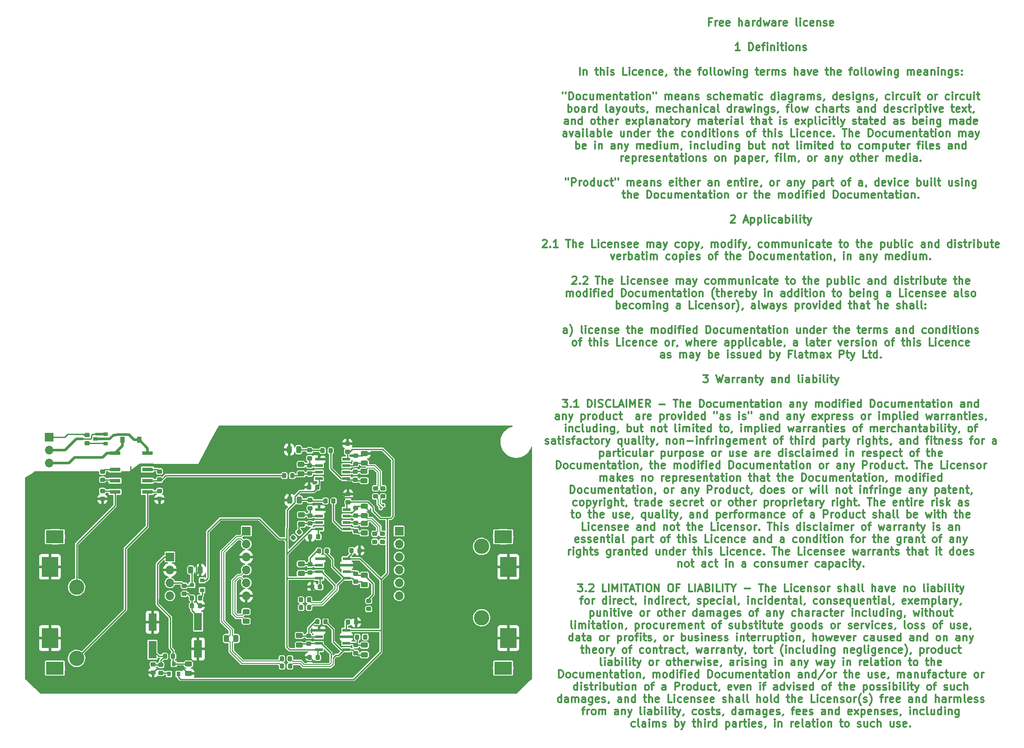
<source format=gbr>
G04 #@! TF.GenerationSoftware,KiCad,Pcbnew,6.0.2+dfsg-1*
G04 #@! TF.CreationDate,2022-08-30T21:03:38+10:00*
G04 #@! TF.ProjectId,AI.ABS.v1.single.ended.preamplifier,41492e41-4253-42e7-9631-2e73696e676c,rev?*
G04 #@! TF.SameCoordinates,Original*
G04 #@! TF.FileFunction,Copper,L1,Top*
G04 #@! TF.FilePolarity,Positive*
%FSLAX45Y45*%
G04 Gerber Fmt 4.5, Leading zero omitted, Abs format (unit mm)*
G04 Created by KiCad (PCBNEW 6.0.2+dfsg-1) date 2022-08-30 21:03:38*
%MOMM*%
%LPD*%
G01*
G04 APERTURE LIST*
G04 Aperture macros list*
%AMRoundRect*
0 Rectangle with rounded corners*
0 $1 Rounding radius*
0 $2 $3 $4 $5 $6 $7 $8 $9 X,Y pos of 4 corners*
0 Add a 4 corners polygon primitive as box body*
4,1,4,$2,$3,$4,$5,$6,$7,$8,$9,$2,$3,0*
0 Add four circle primitives for the rounded corners*
1,1,$1+$1,$2,$3*
1,1,$1+$1,$4,$5*
1,1,$1+$1,$6,$7*
1,1,$1+$1,$8,$9*
0 Add four rect primitives between the rounded corners*
20,1,$1+$1,$2,$3,$4,$5,0*
20,1,$1+$1,$4,$5,$6,$7,0*
20,1,$1+$1,$6,$7,$8,$9,0*
20,1,$1+$1,$8,$9,$2,$3,0*%
G04 Aperture macros list end*
%ADD10C,0.300000*%
G04 #@! TA.AperFunction,NonConductor*
%ADD11C,0.300000*%
G04 #@! TD*
G04 #@! TA.AperFunction,SMDPad,CuDef*
%ADD12RoundRect,0.218750X0.256250X-0.218750X0.256250X0.218750X-0.256250X0.218750X-0.256250X-0.218750X0*%
G04 #@! TD*
G04 #@! TA.AperFunction,SMDPad,CuDef*
%ADD13RoundRect,0.243750X-0.456250X0.243750X-0.456250X-0.243750X0.456250X-0.243750X0.456250X0.243750X0*%
G04 #@! TD*
G04 #@! TA.AperFunction,SMDPad,CuDef*
%ADD14RoundRect,0.243750X0.456250X-0.243750X0.456250X0.243750X-0.456250X0.243750X-0.456250X-0.243750X0*%
G04 #@! TD*
G04 #@! TA.AperFunction,SMDPad,CuDef*
%ADD15RoundRect,0.218750X-0.256250X0.218750X-0.256250X-0.218750X0.256250X-0.218750X0.256250X0.218750X0*%
G04 #@! TD*
G04 #@! TA.AperFunction,SMDPad,CuDef*
%ADD16RoundRect,0.218750X-0.026517X0.335876X-0.335876X0.026517X0.026517X-0.335876X0.335876X-0.026517X0*%
G04 #@! TD*
G04 #@! TA.AperFunction,SMDPad,CuDef*
%ADD17RoundRect,0.218750X0.218750X0.256250X-0.218750X0.256250X-0.218750X-0.256250X0.218750X-0.256250X0*%
G04 #@! TD*
G04 #@! TA.AperFunction,ComponentPad*
%ADD18R,1.700000X1.700000*%
G04 #@! TD*
G04 #@! TA.AperFunction,ComponentPad*
%ADD19O,1.700000X1.700000*%
G04 #@! TD*
G04 #@! TA.AperFunction,SMDPad,CuDef*
%ADD20R,1.550000X0.600000*%
G04 #@! TD*
G04 #@! TA.AperFunction,SMDPad,CuDef*
%ADD21R,1.600000X3.500000*%
G04 #@! TD*
G04 #@! TA.AperFunction,SMDPad,CuDef*
%ADD22RoundRect,0.243750X-0.243750X-0.456250X0.243750X-0.456250X0.243750X0.456250X-0.243750X0.456250X0*%
G04 #@! TD*
G04 #@! TA.AperFunction,SMDPad,CuDef*
%ADD23R,0.900000X0.800000*%
G04 #@! TD*
G04 #@! TA.AperFunction,SMDPad,CuDef*
%ADD24RoundRect,0.218750X-0.218750X-0.256250X0.218750X-0.256250X0.218750X0.256250X-0.218750X0.256250X0*%
G04 #@! TD*
G04 #@! TA.AperFunction,SMDPad,CuDef*
%ADD25R,2.150000X0.800000*%
G04 #@! TD*
G04 #@! TA.AperFunction,SMDPad,CuDef*
%ADD26R,0.900000X1.200000*%
G04 #@! TD*
G04 #@! TA.AperFunction,SMDPad,CuDef*
%ADD27R,0.800000X0.900000*%
G04 #@! TD*
G04 #@! TA.AperFunction,WasherPad*
%ADD28R,3.500000X2.500000*%
G04 #@! TD*
G04 #@! TA.AperFunction,ComponentPad*
%ADD29C,3.000000*%
G04 #@! TD*
G04 #@! TA.AperFunction,ComponentPad*
%ADD30R,3.200000X4.000000*%
G04 #@! TD*
G04 #@! TA.AperFunction,SMDPad,CuDef*
%ADD31RoundRect,0.243750X0.243750X0.456250X-0.243750X0.456250X-0.243750X-0.456250X0.243750X-0.456250X0*%
G04 #@! TD*
G04 #@! TA.AperFunction,ViaPad*
%ADD32C,0.500000*%
G04 #@! TD*
G04 #@! TA.AperFunction,Conductor*
%ADD33C,0.250000*%
G04 #@! TD*
G04 #@! TA.AperFunction,Conductor*
%ADD34C,0.200000*%
G04 #@! TD*
G04 #@! TA.AperFunction,Conductor*
%ADD35C,0.500000*%
G04 #@! TD*
G04 APERTURE END LIST*
D10*
D11*
X22704571Y-2250536D02*
X22654571Y-2250536D01*
X22654571Y-2329107D02*
X22654571Y-2179107D01*
X22726000Y-2179107D01*
X22783143Y-2329107D02*
X22783143Y-2229107D01*
X22783143Y-2257679D02*
X22790286Y-2243393D01*
X22797428Y-2236250D01*
X22811714Y-2229107D01*
X22826000Y-2229107D01*
X22933143Y-2321964D02*
X22918857Y-2329107D01*
X22890286Y-2329107D01*
X22876000Y-2321964D01*
X22868857Y-2307679D01*
X22868857Y-2250536D01*
X22876000Y-2236250D01*
X22890286Y-2229107D01*
X22918857Y-2229107D01*
X22933143Y-2236250D01*
X22940286Y-2250536D01*
X22940286Y-2264821D01*
X22868857Y-2279107D01*
X23061714Y-2321964D02*
X23047428Y-2329107D01*
X23018857Y-2329107D01*
X23004571Y-2321964D01*
X22997428Y-2307679D01*
X22997428Y-2250536D01*
X23004571Y-2236250D01*
X23018857Y-2229107D01*
X23047428Y-2229107D01*
X23061714Y-2236250D01*
X23068857Y-2250536D01*
X23068857Y-2264821D01*
X22997428Y-2279107D01*
X23247428Y-2329107D02*
X23247428Y-2179107D01*
X23311714Y-2329107D02*
X23311714Y-2250536D01*
X23304571Y-2236250D01*
X23290286Y-2229107D01*
X23268857Y-2229107D01*
X23254571Y-2236250D01*
X23247428Y-2243393D01*
X23447428Y-2329107D02*
X23447428Y-2250536D01*
X23440286Y-2236250D01*
X23426000Y-2229107D01*
X23397428Y-2229107D01*
X23383143Y-2236250D01*
X23447428Y-2321964D02*
X23433143Y-2329107D01*
X23397428Y-2329107D01*
X23383143Y-2321964D01*
X23376000Y-2307679D01*
X23376000Y-2293393D01*
X23383143Y-2279107D01*
X23397428Y-2271964D01*
X23433143Y-2271964D01*
X23447428Y-2264821D01*
X23518857Y-2329107D02*
X23518857Y-2229107D01*
X23518857Y-2257679D02*
X23526000Y-2243393D01*
X23533143Y-2236250D01*
X23547428Y-2229107D01*
X23561714Y-2229107D01*
X23676000Y-2329107D02*
X23676000Y-2179107D01*
X23676000Y-2321964D02*
X23661714Y-2329107D01*
X23633143Y-2329107D01*
X23618857Y-2321964D01*
X23611714Y-2314821D01*
X23604571Y-2300536D01*
X23604571Y-2257679D01*
X23611714Y-2243393D01*
X23618857Y-2236250D01*
X23633143Y-2229107D01*
X23661714Y-2229107D01*
X23676000Y-2236250D01*
X23733143Y-2229107D02*
X23761714Y-2329107D01*
X23790286Y-2257679D01*
X23818857Y-2329107D01*
X23847428Y-2229107D01*
X23968857Y-2329107D02*
X23968857Y-2250536D01*
X23961714Y-2236250D01*
X23947428Y-2229107D01*
X23918857Y-2229107D01*
X23904571Y-2236250D01*
X23968857Y-2321964D02*
X23954571Y-2329107D01*
X23918857Y-2329107D01*
X23904571Y-2321964D01*
X23897428Y-2307679D01*
X23897428Y-2293393D01*
X23904571Y-2279107D01*
X23918857Y-2271964D01*
X23954571Y-2271964D01*
X23968857Y-2264821D01*
X24040286Y-2329107D02*
X24040286Y-2229107D01*
X24040286Y-2257679D02*
X24047428Y-2243393D01*
X24054571Y-2236250D01*
X24068857Y-2229107D01*
X24083143Y-2229107D01*
X24190286Y-2321964D02*
X24176000Y-2329107D01*
X24147428Y-2329107D01*
X24133143Y-2321964D01*
X24126000Y-2307679D01*
X24126000Y-2250536D01*
X24133143Y-2236250D01*
X24147428Y-2229107D01*
X24176000Y-2229107D01*
X24190286Y-2236250D01*
X24197428Y-2250536D01*
X24197428Y-2264821D01*
X24126000Y-2279107D01*
X24397428Y-2329107D02*
X24383143Y-2321964D01*
X24376000Y-2307679D01*
X24376000Y-2179107D01*
X24454571Y-2329107D02*
X24454571Y-2229107D01*
X24454571Y-2179107D02*
X24447428Y-2186250D01*
X24454571Y-2193393D01*
X24461714Y-2186250D01*
X24454571Y-2179107D01*
X24454571Y-2193393D01*
X24590286Y-2321964D02*
X24576000Y-2329107D01*
X24547428Y-2329107D01*
X24533143Y-2321964D01*
X24526000Y-2314821D01*
X24518857Y-2300536D01*
X24518857Y-2257679D01*
X24526000Y-2243393D01*
X24533143Y-2236250D01*
X24547428Y-2229107D01*
X24576000Y-2229107D01*
X24590286Y-2236250D01*
X24711714Y-2321964D02*
X24697428Y-2329107D01*
X24668857Y-2329107D01*
X24654571Y-2321964D01*
X24647428Y-2307679D01*
X24647428Y-2250536D01*
X24654571Y-2236250D01*
X24668857Y-2229107D01*
X24697428Y-2229107D01*
X24711714Y-2236250D01*
X24718857Y-2250536D01*
X24718857Y-2264821D01*
X24647428Y-2279107D01*
X24783143Y-2229107D02*
X24783143Y-2329107D01*
X24783143Y-2243393D02*
X24790286Y-2236250D01*
X24804571Y-2229107D01*
X24826000Y-2229107D01*
X24840286Y-2236250D01*
X24847428Y-2250536D01*
X24847428Y-2329107D01*
X24911714Y-2321964D02*
X24926000Y-2329107D01*
X24954571Y-2329107D01*
X24968857Y-2321964D01*
X24976000Y-2307679D01*
X24976000Y-2300536D01*
X24968857Y-2286250D01*
X24954571Y-2279107D01*
X24933143Y-2279107D01*
X24918857Y-2271964D01*
X24911714Y-2257679D01*
X24911714Y-2250536D01*
X24918857Y-2236250D01*
X24933143Y-2229107D01*
X24954571Y-2229107D01*
X24968857Y-2236250D01*
X25097428Y-2321964D02*
X25083143Y-2329107D01*
X25054571Y-2329107D01*
X25040286Y-2321964D01*
X25033143Y-2307679D01*
X25033143Y-2250536D01*
X25040286Y-2236250D01*
X25054571Y-2229107D01*
X25083143Y-2229107D01*
X25097428Y-2236250D01*
X25104571Y-2250536D01*
X25104571Y-2264821D01*
X25033143Y-2279107D01*
X23265286Y-2812107D02*
X23179571Y-2812107D01*
X23222428Y-2812107D02*
X23222428Y-2662107D01*
X23208143Y-2683536D01*
X23193857Y-2697821D01*
X23179571Y-2704964D01*
X23443857Y-2812107D02*
X23443857Y-2662107D01*
X23479571Y-2662107D01*
X23501000Y-2669250D01*
X23515286Y-2683536D01*
X23522428Y-2697821D01*
X23529571Y-2726393D01*
X23529571Y-2747821D01*
X23522428Y-2776393D01*
X23515286Y-2790679D01*
X23501000Y-2804964D01*
X23479571Y-2812107D01*
X23443857Y-2812107D01*
X23651000Y-2804964D02*
X23636714Y-2812107D01*
X23608143Y-2812107D01*
X23593857Y-2804964D01*
X23586714Y-2790679D01*
X23586714Y-2733536D01*
X23593857Y-2719250D01*
X23608143Y-2712107D01*
X23636714Y-2712107D01*
X23651000Y-2719250D01*
X23658143Y-2733536D01*
X23658143Y-2747821D01*
X23586714Y-2762107D01*
X23701000Y-2712107D02*
X23758143Y-2712107D01*
X23722428Y-2812107D02*
X23722428Y-2683536D01*
X23729571Y-2669250D01*
X23743857Y-2662107D01*
X23758143Y-2662107D01*
X23808143Y-2812107D02*
X23808143Y-2712107D01*
X23808143Y-2662107D02*
X23801000Y-2669250D01*
X23808143Y-2676393D01*
X23815286Y-2669250D01*
X23808143Y-2662107D01*
X23808143Y-2676393D01*
X23879571Y-2712107D02*
X23879571Y-2812107D01*
X23879571Y-2726393D02*
X23886714Y-2719250D01*
X23901000Y-2712107D01*
X23922428Y-2712107D01*
X23936714Y-2719250D01*
X23943857Y-2733536D01*
X23943857Y-2812107D01*
X24015286Y-2812107D02*
X24015286Y-2712107D01*
X24015286Y-2662107D02*
X24008143Y-2669250D01*
X24015286Y-2676393D01*
X24022428Y-2669250D01*
X24015286Y-2662107D01*
X24015286Y-2676393D01*
X24065286Y-2712107D02*
X24122428Y-2712107D01*
X24086714Y-2662107D02*
X24086714Y-2790679D01*
X24093857Y-2804964D01*
X24108143Y-2812107D01*
X24122428Y-2812107D01*
X24172428Y-2812107D02*
X24172428Y-2712107D01*
X24172428Y-2662107D02*
X24165286Y-2669250D01*
X24172428Y-2676393D01*
X24179571Y-2669250D01*
X24172428Y-2662107D01*
X24172428Y-2676393D01*
X24265286Y-2812107D02*
X24251000Y-2804964D01*
X24243857Y-2797821D01*
X24236714Y-2783536D01*
X24236714Y-2740679D01*
X24243857Y-2726393D01*
X24251000Y-2719250D01*
X24265286Y-2712107D01*
X24286714Y-2712107D01*
X24301000Y-2719250D01*
X24308143Y-2726393D01*
X24315286Y-2740679D01*
X24315286Y-2783536D01*
X24308143Y-2797821D01*
X24301000Y-2804964D01*
X24286714Y-2812107D01*
X24265286Y-2812107D01*
X24379571Y-2712107D02*
X24379571Y-2812107D01*
X24379571Y-2726393D02*
X24386714Y-2719250D01*
X24401000Y-2712107D01*
X24422428Y-2712107D01*
X24436714Y-2719250D01*
X24443857Y-2733536D01*
X24443857Y-2812107D01*
X24508143Y-2804964D02*
X24522428Y-2812107D01*
X24551000Y-2812107D01*
X24565286Y-2804964D01*
X24572428Y-2790679D01*
X24572428Y-2783536D01*
X24565286Y-2769250D01*
X24551000Y-2762107D01*
X24529571Y-2762107D01*
X24515286Y-2754964D01*
X24508143Y-2740679D01*
X24508143Y-2733536D01*
X24515286Y-2719250D01*
X24529571Y-2712107D01*
X24551000Y-2712107D01*
X24565286Y-2719250D01*
X20126000Y-3295107D02*
X20126000Y-3145107D01*
X20197429Y-3195107D02*
X20197429Y-3295107D01*
X20197429Y-3209393D02*
X20204571Y-3202250D01*
X20218857Y-3195107D01*
X20240286Y-3195107D01*
X20254571Y-3202250D01*
X20261714Y-3216536D01*
X20261714Y-3295107D01*
X20426000Y-3195107D02*
X20483143Y-3195107D01*
X20447429Y-3145107D02*
X20447429Y-3273678D01*
X20454571Y-3287964D01*
X20468857Y-3295107D01*
X20483143Y-3295107D01*
X20533143Y-3295107D02*
X20533143Y-3145107D01*
X20597429Y-3295107D02*
X20597429Y-3216536D01*
X20590286Y-3202250D01*
X20576000Y-3195107D01*
X20554571Y-3195107D01*
X20540286Y-3202250D01*
X20533143Y-3209393D01*
X20668857Y-3295107D02*
X20668857Y-3195107D01*
X20668857Y-3145107D02*
X20661714Y-3152250D01*
X20668857Y-3159393D01*
X20676000Y-3152250D01*
X20668857Y-3145107D01*
X20668857Y-3159393D01*
X20733143Y-3287964D02*
X20747429Y-3295107D01*
X20776000Y-3295107D01*
X20790286Y-3287964D01*
X20797429Y-3273678D01*
X20797429Y-3266536D01*
X20790286Y-3252250D01*
X20776000Y-3245107D01*
X20754571Y-3245107D01*
X20740286Y-3237964D01*
X20733143Y-3223678D01*
X20733143Y-3216536D01*
X20740286Y-3202250D01*
X20754571Y-3195107D01*
X20776000Y-3195107D01*
X20790286Y-3202250D01*
X21047429Y-3295107D02*
X20976000Y-3295107D01*
X20976000Y-3145107D01*
X21097429Y-3295107D02*
X21097429Y-3195107D01*
X21097429Y-3145107D02*
X21090286Y-3152250D01*
X21097429Y-3159393D01*
X21104571Y-3152250D01*
X21097429Y-3145107D01*
X21097429Y-3159393D01*
X21233143Y-3287964D02*
X21218857Y-3295107D01*
X21190286Y-3295107D01*
X21176000Y-3287964D01*
X21168857Y-3280821D01*
X21161714Y-3266536D01*
X21161714Y-3223678D01*
X21168857Y-3209393D01*
X21176000Y-3202250D01*
X21190286Y-3195107D01*
X21218857Y-3195107D01*
X21233143Y-3202250D01*
X21354571Y-3287964D02*
X21340286Y-3295107D01*
X21311714Y-3295107D01*
X21297429Y-3287964D01*
X21290286Y-3273678D01*
X21290286Y-3216536D01*
X21297429Y-3202250D01*
X21311714Y-3195107D01*
X21340286Y-3195107D01*
X21354571Y-3202250D01*
X21361714Y-3216536D01*
X21361714Y-3230821D01*
X21290286Y-3245107D01*
X21426000Y-3195107D02*
X21426000Y-3295107D01*
X21426000Y-3209393D02*
X21433143Y-3202250D01*
X21447429Y-3195107D01*
X21468857Y-3195107D01*
X21483143Y-3202250D01*
X21490286Y-3216536D01*
X21490286Y-3295107D01*
X21626000Y-3287964D02*
X21611714Y-3295107D01*
X21583143Y-3295107D01*
X21568857Y-3287964D01*
X21561714Y-3280821D01*
X21554571Y-3266536D01*
X21554571Y-3223678D01*
X21561714Y-3209393D01*
X21568857Y-3202250D01*
X21583143Y-3195107D01*
X21611714Y-3195107D01*
X21626000Y-3202250D01*
X21747429Y-3287964D02*
X21733143Y-3295107D01*
X21704571Y-3295107D01*
X21690286Y-3287964D01*
X21683143Y-3273678D01*
X21683143Y-3216536D01*
X21690286Y-3202250D01*
X21704571Y-3195107D01*
X21733143Y-3195107D01*
X21747429Y-3202250D01*
X21754571Y-3216536D01*
X21754571Y-3230821D01*
X21683143Y-3245107D01*
X21826000Y-3287964D02*
X21826000Y-3295107D01*
X21818857Y-3309393D01*
X21811714Y-3316536D01*
X21983143Y-3195107D02*
X22040286Y-3195107D01*
X22004571Y-3145107D02*
X22004571Y-3273678D01*
X22011714Y-3287964D01*
X22026000Y-3295107D01*
X22040286Y-3295107D01*
X22090286Y-3295107D02*
X22090286Y-3145107D01*
X22154571Y-3295107D02*
X22154571Y-3216536D01*
X22147429Y-3202250D01*
X22133143Y-3195107D01*
X22111714Y-3195107D01*
X22097429Y-3202250D01*
X22090286Y-3209393D01*
X22283143Y-3287964D02*
X22268857Y-3295107D01*
X22240286Y-3295107D01*
X22226000Y-3287964D01*
X22218857Y-3273678D01*
X22218857Y-3216536D01*
X22226000Y-3202250D01*
X22240286Y-3195107D01*
X22268857Y-3195107D01*
X22283143Y-3202250D01*
X22290286Y-3216536D01*
X22290286Y-3230821D01*
X22218857Y-3245107D01*
X22447428Y-3195107D02*
X22504571Y-3195107D01*
X22468857Y-3295107D02*
X22468857Y-3166536D01*
X22476000Y-3152250D01*
X22490286Y-3145107D01*
X22504571Y-3145107D01*
X22576000Y-3295107D02*
X22561714Y-3287964D01*
X22554571Y-3280821D01*
X22547428Y-3266536D01*
X22547428Y-3223678D01*
X22554571Y-3209393D01*
X22561714Y-3202250D01*
X22576000Y-3195107D01*
X22597428Y-3195107D01*
X22611714Y-3202250D01*
X22618857Y-3209393D01*
X22626000Y-3223678D01*
X22626000Y-3266536D01*
X22618857Y-3280821D01*
X22611714Y-3287964D01*
X22597428Y-3295107D01*
X22576000Y-3295107D01*
X22711714Y-3295107D02*
X22697428Y-3287964D01*
X22690286Y-3273678D01*
X22690286Y-3145107D01*
X22790286Y-3295107D02*
X22776000Y-3287964D01*
X22768857Y-3273678D01*
X22768857Y-3145107D01*
X22868857Y-3295107D02*
X22854571Y-3287964D01*
X22847428Y-3280821D01*
X22840286Y-3266536D01*
X22840286Y-3223678D01*
X22847428Y-3209393D01*
X22854571Y-3202250D01*
X22868857Y-3195107D01*
X22890286Y-3195107D01*
X22904571Y-3202250D01*
X22911714Y-3209393D01*
X22918857Y-3223678D01*
X22918857Y-3266536D01*
X22911714Y-3280821D01*
X22904571Y-3287964D01*
X22890286Y-3295107D01*
X22868857Y-3295107D01*
X22968857Y-3195107D02*
X22997428Y-3295107D01*
X23026000Y-3223678D01*
X23054571Y-3295107D01*
X23083143Y-3195107D01*
X23140286Y-3295107D02*
X23140286Y-3195107D01*
X23140286Y-3145107D02*
X23133143Y-3152250D01*
X23140286Y-3159393D01*
X23147428Y-3152250D01*
X23140286Y-3145107D01*
X23140286Y-3159393D01*
X23211714Y-3195107D02*
X23211714Y-3295107D01*
X23211714Y-3209393D02*
X23218857Y-3202250D01*
X23233143Y-3195107D01*
X23254571Y-3195107D01*
X23268857Y-3202250D01*
X23276000Y-3216536D01*
X23276000Y-3295107D01*
X23411714Y-3195107D02*
X23411714Y-3316536D01*
X23404571Y-3330821D01*
X23397428Y-3337964D01*
X23383143Y-3345107D01*
X23361714Y-3345107D01*
X23347428Y-3337964D01*
X23411714Y-3287964D02*
X23397428Y-3295107D01*
X23368857Y-3295107D01*
X23354571Y-3287964D01*
X23347428Y-3280821D01*
X23340286Y-3266536D01*
X23340286Y-3223678D01*
X23347428Y-3209393D01*
X23354571Y-3202250D01*
X23368857Y-3195107D01*
X23397428Y-3195107D01*
X23411714Y-3202250D01*
X23576000Y-3195107D02*
X23633143Y-3195107D01*
X23597428Y-3145107D02*
X23597428Y-3273678D01*
X23604571Y-3287964D01*
X23618857Y-3295107D01*
X23633143Y-3295107D01*
X23740286Y-3287964D02*
X23726000Y-3295107D01*
X23697428Y-3295107D01*
X23683143Y-3287964D01*
X23676000Y-3273678D01*
X23676000Y-3216536D01*
X23683143Y-3202250D01*
X23697428Y-3195107D01*
X23726000Y-3195107D01*
X23740286Y-3202250D01*
X23747428Y-3216536D01*
X23747428Y-3230821D01*
X23676000Y-3245107D01*
X23811714Y-3295107D02*
X23811714Y-3195107D01*
X23811714Y-3223678D02*
X23818857Y-3209393D01*
X23826000Y-3202250D01*
X23840286Y-3195107D01*
X23854571Y-3195107D01*
X23904571Y-3295107D02*
X23904571Y-3195107D01*
X23904571Y-3209393D02*
X23911714Y-3202250D01*
X23926000Y-3195107D01*
X23947428Y-3195107D01*
X23961714Y-3202250D01*
X23968857Y-3216536D01*
X23968857Y-3295107D01*
X23968857Y-3216536D02*
X23976000Y-3202250D01*
X23990286Y-3195107D01*
X24011714Y-3195107D01*
X24026000Y-3202250D01*
X24033143Y-3216536D01*
X24033143Y-3295107D01*
X24097428Y-3287964D02*
X24111714Y-3295107D01*
X24140286Y-3295107D01*
X24154571Y-3287964D01*
X24161714Y-3273678D01*
X24161714Y-3266536D01*
X24154571Y-3252250D01*
X24140286Y-3245107D01*
X24118857Y-3245107D01*
X24104571Y-3237964D01*
X24097428Y-3223678D01*
X24097428Y-3216536D01*
X24104571Y-3202250D01*
X24118857Y-3195107D01*
X24140286Y-3195107D01*
X24154571Y-3202250D01*
X24340286Y-3295107D02*
X24340286Y-3145107D01*
X24404571Y-3295107D02*
X24404571Y-3216536D01*
X24397428Y-3202250D01*
X24383143Y-3195107D01*
X24361714Y-3195107D01*
X24347428Y-3202250D01*
X24340286Y-3209393D01*
X24540286Y-3295107D02*
X24540286Y-3216536D01*
X24533143Y-3202250D01*
X24518857Y-3195107D01*
X24490286Y-3195107D01*
X24476000Y-3202250D01*
X24540286Y-3287964D02*
X24526000Y-3295107D01*
X24490286Y-3295107D01*
X24476000Y-3287964D01*
X24468857Y-3273678D01*
X24468857Y-3259393D01*
X24476000Y-3245107D01*
X24490286Y-3237964D01*
X24526000Y-3237964D01*
X24540286Y-3230821D01*
X24597428Y-3195107D02*
X24633143Y-3295107D01*
X24668857Y-3195107D01*
X24783143Y-3287964D02*
X24768857Y-3295107D01*
X24740286Y-3295107D01*
X24726000Y-3287964D01*
X24718857Y-3273678D01*
X24718857Y-3216536D01*
X24726000Y-3202250D01*
X24740286Y-3195107D01*
X24768857Y-3195107D01*
X24783143Y-3202250D01*
X24790286Y-3216536D01*
X24790286Y-3230821D01*
X24718857Y-3245107D01*
X24947428Y-3195107D02*
X25004571Y-3195107D01*
X24968857Y-3145107D02*
X24968857Y-3273678D01*
X24976000Y-3287964D01*
X24990286Y-3295107D01*
X25004571Y-3295107D01*
X25054571Y-3295107D02*
X25054571Y-3145107D01*
X25118857Y-3295107D02*
X25118857Y-3216536D01*
X25111714Y-3202250D01*
X25097428Y-3195107D01*
X25076000Y-3195107D01*
X25061714Y-3202250D01*
X25054571Y-3209393D01*
X25247428Y-3287964D02*
X25233143Y-3295107D01*
X25204571Y-3295107D01*
X25190286Y-3287964D01*
X25183143Y-3273678D01*
X25183143Y-3216536D01*
X25190286Y-3202250D01*
X25204571Y-3195107D01*
X25233143Y-3195107D01*
X25247428Y-3202250D01*
X25254571Y-3216536D01*
X25254571Y-3230821D01*
X25183143Y-3245107D01*
X25411714Y-3195107D02*
X25468857Y-3195107D01*
X25433143Y-3295107D02*
X25433143Y-3166536D01*
X25440286Y-3152250D01*
X25454571Y-3145107D01*
X25468857Y-3145107D01*
X25540286Y-3295107D02*
X25526000Y-3287964D01*
X25518857Y-3280821D01*
X25511714Y-3266536D01*
X25511714Y-3223678D01*
X25518857Y-3209393D01*
X25526000Y-3202250D01*
X25540286Y-3195107D01*
X25561714Y-3195107D01*
X25576000Y-3202250D01*
X25583143Y-3209393D01*
X25590286Y-3223678D01*
X25590286Y-3266536D01*
X25583143Y-3280821D01*
X25576000Y-3287964D01*
X25561714Y-3295107D01*
X25540286Y-3295107D01*
X25676000Y-3295107D02*
X25661714Y-3287964D01*
X25654571Y-3273678D01*
X25654571Y-3145107D01*
X25754571Y-3295107D02*
X25740286Y-3287964D01*
X25733143Y-3273678D01*
X25733143Y-3145107D01*
X25833143Y-3295107D02*
X25818857Y-3287964D01*
X25811714Y-3280821D01*
X25804571Y-3266536D01*
X25804571Y-3223678D01*
X25811714Y-3209393D01*
X25818857Y-3202250D01*
X25833143Y-3195107D01*
X25854571Y-3195107D01*
X25868857Y-3202250D01*
X25876000Y-3209393D01*
X25883143Y-3223678D01*
X25883143Y-3266536D01*
X25876000Y-3280821D01*
X25868857Y-3287964D01*
X25854571Y-3295107D01*
X25833143Y-3295107D01*
X25933143Y-3195107D02*
X25961714Y-3295107D01*
X25990286Y-3223678D01*
X26018857Y-3295107D01*
X26047428Y-3195107D01*
X26104571Y-3295107D02*
X26104571Y-3195107D01*
X26104571Y-3145107D02*
X26097428Y-3152250D01*
X26104571Y-3159393D01*
X26111714Y-3152250D01*
X26104571Y-3145107D01*
X26104571Y-3159393D01*
X26176000Y-3195107D02*
X26176000Y-3295107D01*
X26176000Y-3209393D02*
X26183143Y-3202250D01*
X26197428Y-3195107D01*
X26218857Y-3195107D01*
X26233143Y-3202250D01*
X26240286Y-3216536D01*
X26240286Y-3295107D01*
X26376000Y-3195107D02*
X26376000Y-3316536D01*
X26368857Y-3330821D01*
X26361714Y-3337964D01*
X26347428Y-3345107D01*
X26326000Y-3345107D01*
X26311714Y-3337964D01*
X26376000Y-3287964D02*
X26361714Y-3295107D01*
X26333143Y-3295107D01*
X26318857Y-3287964D01*
X26311714Y-3280821D01*
X26304571Y-3266536D01*
X26304571Y-3223678D01*
X26311714Y-3209393D01*
X26318857Y-3202250D01*
X26333143Y-3195107D01*
X26361714Y-3195107D01*
X26376000Y-3202250D01*
X26561714Y-3295107D02*
X26561714Y-3195107D01*
X26561714Y-3209393D02*
X26568857Y-3202250D01*
X26583143Y-3195107D01*
X26604571Y-3195107D01*
X26618857Y-3202250D01*
X26626000Y-3216536D01*
X26626000Y-3295107D01*
X26626000Y-3216536D02*
X26633143Y-3202250D01*
X26647428Y-3195107D01*
X26668857Y-3195107D01*
X26683143Y-3202250D01*
X26690286Y-3216536D01*
X26690286Y-3295107D01*
X26818857Y-3287964D02*
X26804571Y-3295107D01*
X26776000Y-3295107D01*
X26761714Y-3287964D01*
X26754571Y-3273678D01*
X26754571Y-3216536D01*
X26761714Y-3202250D01*
X26776000Y-3195107D01*
X26804571Y-3195107D01*
X26818857Y-3202250D01*
X26826000Y-3216536D01*
X26826000Y-3230821D01*
X26754571Y-3245107D01*
X26954571Y-3295107D02*
X26954571Y-3216536D01*
X26947428Y-3202250D01*
X26933143Y-3195107D01*
X26904571Y-3195107D01*
X26890286Y-3202250D01*
X26954571Y-3287964D02*
X26940286Y-3295107D01*
X26904571Y-3295107D01*
X26890286Y-3287964D01*
X26883143Y-3273678D01*
X26883143Y-3259393D01*
X26890286Y-3245107D01*
X26904571Y-3237964D01*
X26940286Y-3237964D01*
X26954571Y-3230821D01*
X27026000Y-3195107D02*
X27026000Y-3295107D01*
X27026000Y-3209393D02*
X27033143Y-3202250D01*
X27047428Y-3195107D01*
X27068857Y-3195107D01*
X27083143Y-3202250D01*
X27090286Y-3216536D01*
X27090286Y-3295107D01*
X27161714Y-3295107D02*
X27161714Y-3195107D01*
X27161714Y-3145107D02*
X27154571Y-3152250D01*
X27161714Y-3159393D01*
X27168857Y-3152250D01*
X27161714Y-3145107D01*
X27161714Y-3159393D01*
X27233143Y-3195107D02*
X27233143Y-3295107D01*
X27233143Y-3209393D02*
X27240286Y-3202250D01*
X27254571Y-3195107D01*
X27276000Y-3195107D01*
X27290286Y-3202250D01*
X27297428Y-3216536D01*
X27297428Y-3295107D01*
X27433143Y-3195107D02*
X27433143Y-3316536D01*
X27426000Y-3330821D01*
X27418857Y-3337964D01*
X27404571Y-3345107D01*
X27383143Y-3345107D01*
X27368857Y-3337964D01*
X27433143Y-3287964D02*
X27418857Y-3295107D01*
X27390286Y-3295107D01*
X27376000Y-3287964D01*
X27368857Y-3280821D01*
X27361714Y-3266536D01*
X27361714Y-3223678D01*
X27368857Y-3209393D01*
X27376000Y-3202250D01*
X27390286Y-3195107D01*
X27418857Y-3195107D01*
X27433143Y-3202250D01*
X27497428Y-3287964D02*
X27511714Y-3295107D01*
X27540286Y-3295107D01*
X27554571Y-3287964D01*
X27561714Y-3273678D01*
X27561714Y-3266536D01*
X27554571Y-3252250D01*
X27540286Y-3245107D01*
X27518857Y-3245107D01*
X27504571Y-3237964D01*
X27497428Y-3223678D01*
X27497428Y-3216536D01*
X27504571Y-3202250D01*
X27518857Y-3195107D01*
X27540286Y-3195107D01*
X27554571Y-3202250D01*
X27626000Y-3280821D02*
X27633143Y-3287964D01*
X27626000Y-3295107D01*
X27618857Y-3287964D01*
X27626000Y-3280821D01*
X27626000Y-3295107D01*
X27626000Y-3202250D02*
X27633143Y-3209393D01*
X27626000Y-3216536D01*
X27618857Y-3209393D01*
X27626000Y-3202250D01*
X27626000Y-3216536D01*
X19790286Y-3628107D02*
X19790286Y-3656678D01*
X19847429Y-3628107D02*
X19847429Y-3656678D01*
X19911714Y-3778107D02*
X19911714Y-3628107D01*
X19947429Y-3628107D01*
X19968857Y-3635250D01*
X19983143Y-3649536D01*
X19990286Y-3663821D01*
X19997429Y-3692393D01*
X19997429Y-3713821D01*
X19990286Y-3742393D01*
X19983143Y-3756678D01*
X19968857Y-3770964D01*
X19947429Y-3778107D01*
X19911714Y-3778107D01*
X20083143Y-3778107D02*
X20068857Y-3770964D01*
X20061714Y-3763821D01*
X20054571Y-3749536D01*
X20054571Y-3706678D01*
X20061714Y-3692393D01*
X20068857Y-3685250D01*
X20083143Y-3678107D01*
X20104571Y-3678107D01*
X20118857Y-3685250D01*
X20126000Y-3692393D01*
X20133143Y-3706678D01*
X20133143Y-3749536D01*
X20126000Y-3763821D01*
X20118857Y-3770964D01*
X20104571Y-3778107D01*
X20083143Y-3778107D01*
X20261714Y-3770964D02*
X20247429Y-3778107D01*
X20218857Y-3778107D01*
X20204571Y-3770964D01*
X20197429Y-3763821D01*
X20190286Y-3749536D01*
X20190286Y-3706678D01*
X20197429Y-3692393D01*
X20204571Y-3685250D01*
X20218857Y-3678107D01*
X20247429Y-3678107D01*
X20261714Y-3685250D01*
X20390286Y-3678107D02*
X20390286Y-3778107D01*
X20326000Y-3678107D02*
X20326000Y-3756678D01*
X20333143Y-3770964D01*
X20347429Y-3778107D01*
X20368857Y-3778107D01*
X20383143Y-3770964D01*
X20390286Y-3763821D01*
X20461714Y-3778107D02*
X20461714Y-3678107D01*
X20461714Y-3692393D02*
X20468857Y-3685250D01*
X20483143Y-3678107D01*
X20504571Y-3678107D01*
X20518857Y-3685250D01*
X20526000Y-3699536D01*
X20526000Y-3778107D01*
X20526000Y-3699536D02*
X20533143Y-3685250D01*
X20547429Y-3678107D01*
X20568857Y-3678107D01*
X20583143Y-3685250D01*
X20590286Y-3699536D01*
X20590286Y-3778107D01*
X20718857Y-3770964D02*
X20704571Y-3778107D01*
X20676000Y-3778107D01*
X20661714Y-3770964D01*
X20654571Y-3756678D01*
X20654571Y-3699536D01*
X20661714Y-3685250D01*
X20676000Y-3678107D01*
X20704571Y-3678107D01*
X20718857Y-3685250D01*
X20726000Y-3699536D01*
X20726000Y-3713821D01*
X20654571Y-3728107D01*
X20790286Y-3678107D02*
X20790286Y-3778107D01*
X20790286Y-3692393D02*
X20797429Y-3685250D01*
X20811714Y-3678107D01*
X20833143Y-3678107D01*
X20847429Y-3685250D01*
X20854571Y-3699536D01*
X20854571Y-3778107D01*
X20904571Y-3678107D02*
X20961714Y-3678107D01*
X20926000Y-3628107D02*
X20926000Y-3756678D01*
X20933143Y-3770964D01*
X20947429Y-3778107D01*
X20961714Y-3778107D01*
X21076000Y-3778107D02*
X21076000Y-3699536D01*
X21068857Y-3685250D01*
X21054571Y-3678107D01*
X21026000Y-3678107D01*
X21011714Y-3685250D01*
X21076000Y-3770964D02*
X21061714Y-3778107D01*
X21026000Y-3778107D01*
X21011714Y-3770964D01*
X21004571Y-3756678D01*
X21004571Y-3742393D01*
X21011714Y-3728107D01*
X21026000Y-3720964D01*
X21061714Y-3720964D01*
X21076000Y-3713821D01*
X21126000Y-3678107D02*
X21183143Y-3678107D01*
X21147429Y-3628107D02*
X21147429Y-3756678D01*
X21154571Y-3770964D01*
X21168857Y-3778107D01*
X21183143Y-3778107D01*
X21233143Y-3778107D02*
X21233143Y-3678107D01*
X21233143Y-3628107D02*
X21226000Y-3635250D01*
X21233143Y-3642393D01*
X21240286Y-3635250D01*
X21233143Y-3628107D01*
X21233143Y-3642393D01*
X21326000Y-3778107D02*
X21311714Y-3770964D01*
X21304571Y-3763821D01*
X21297429Y-3749536D01*
X21297429Y-3706678D01*
X21304571Y-3692393D01*
X21311714Y-3685250D01*
X21326000Y-3678107D01*
X21347429Y-3678107D01*
X21361714Y-3685250D01*
X21368857Y-3692393D01*
X21376000Y-3706678D01*
X21376000Y-3749536D01*
X21368857Y-3763821D01*
X21361714Y-3770964D01*
X21347429Y-3778107D01*
X21326000Y-3778107D01*
X21440286Y-3678107D02*
X21440286Y-3778107D01*
X21440286Y-3692393D02*
X21447429Y-3685250D01*
X21461714Y-3678107D01*
X21483143Y-3678107D01*
X21497429Y-3685250D01*
X21504571Y-3699536D01*
X21504571Y-3778107D01*
X21568857Y-3628107D02*
X21568857Y-3656678D01*
X21626000Y-3628107D02*
X21626000Y-3656678D01*
X21804571Y-3778107D02*
X21804571Y-3678107D01*
X21804571Y-3692393D02*
X21811714Y-3685250D01*
X21826000Y-3678107D01*
X21847429Y-3678107D01*
X21861714Y-3685250D01*
X21868857Y-3699536D01*
X21868857Y-3778107D01*
X21868857Y-3699536D02*
X21876000Y-3685250D01*
X21890286Y-3678107D01*
X21911714Y-3678107D01*
X21926000Y-3685250D01*
X21933143Y-3699536D01*
X21933143Y-3778107D01*
X22061714Y-3770964D02*
X22047429Y-3778107D01*
X22018857Y-3778107D01*
X22004571Y-3770964D01*
X21997429Y-3756678D01*
X21997429Y-3699536D01*
X22004571Y-3685250D01*
X22018857Y-3678107D01*
X22047429Y-3678107D01*
X22061714Y-3685250D01*
X22068857Y-3699536D01*
X22068857Y-3713821D01*
X21997429Y-3728107D01*
X22197429Y-3778107D02*
X22197429Y-3699536D01*
X22190286Y-3685250D01*
X22176000Y-3678107D01*
X22147429Y-3678107D01*
X22133143Y-3685250D01*
X22197429Y-3770964D02*
X22183143Y-3778107D01*
X22147429Y-3778107D01*
X22133143Y-3770964D01*
X22126000Y-3756678D01*
X22126000Y-3742393D01*
X22133143Y-3728107D01*
X22147429Y-3720964D01*
X22183143Y-3720964D01*
X22197429Y-3713821D01*
X22268857Y-3678107D02*
X22268857Y-3778107D01*
X22268857Y-3692393D02*
X22276000Y-3685250D01*
X22290286Y-3678107D01*
X22311714Y-3678107D01*
X22326000Y-3685250D01*
X22333143Y-3699536D01*
X22333143Y-3778107D01*
X22397428Y-3770964D02*
X22411714Y-3778107D01*
X22440286Y-3778107D01*
X22454571Y-3770964D01*
X22461714Y-3756678D01*
X22461714Y-3749536D01*
X22454571Y-3735250D01*
X22440286Y-3728107D01*
X22418857Y-3728107D01*
X22404571Y-3720964D01*
X22397428Y-3706678D01*
X22397428Y-3699536D01*
X22404571Y-3685250D01*
X22418857Y-3678107D01*
X22440286Y-3678107D01*
X22454571Y-3685250D01*
X22633143Y-3770964D02*
X22647428Y-3778107D01*
X22676000Y-3778107D01*
X22690286Y-3770964D01*
X22697428Y-3756678D01*
X22697428Y-3749536D01*
X22690286Y-3735250D01*
X22676000Y-3728107D01*
X22654571Y-3728107D01*
X22640286Y-3720964D01*
X22633143Y-3706678D01*
X22633143Y-3699536D01*
X22640286Y-3685250D01*
X22654571Y-3678107D01*
X22676000Y-3678107D01*
X22690286Y-3685250D01*
X22826000Y-3770964D02*
X22811714Y-3778107D01*
X22783143Y-3778107D01*
X22768857Y-3770964D01*
X22761714Y-3763821D01*
X22754571Y-3749536D01*
X22754571Y-3706678D01*
X22761714Y-3692393D01*
X22768857Y-3685250D01*
X22783143Y-3678107D01*
X22811714Y-3678107D01*
X22826000Y-3685250D01*
X22890286Y-3778107D02*
X22890286Y-3628107D01*
X22954571Y-3778107D02*
X22954571Y-3699536D01*
X22947428Y-3685250D01*
X22933143Y-3678107D01*
X22911714Y-3678107D01*
X22897428Y-3685250D01*
X22890286Y-3692393D01*
X23083143Y-3770964D02*
X23068857Y-3778107D01*
X23040286Y-3778107D01*
X23026000Y-3770964D01*
X23018857Y-3756678D01*
X23018857Y-3699536D01*
X23026000Y-3685250D01*
X23040286Y-3678107D01*
X23068857Y-3678107D01*
X23083143Y-3685250D01*
X23090286Y-3699536D01*
X23090286Y-3713821D01*
X23018857Y-3728107D01*
X23154571Y-3778107D02*
X23154571Y-3678107D01*
X23154571Y-3692393D02*
X23161714Y-3685250D01*
X23176000Y-3678107D01*
X23197428Y-3678107D01*
X23211714Y-3685250D01*
X23218857Y-3699536D01*
X23218857Y-3778107D01*
X23218857Y-3699536D02*
X23226000Y-3685250D01*
X23240286Y-3678107D01*
X23261714Y-3678107D01*
X23276000Y-3685250D01*
X23283143Y-3699536D01*
X23283143Y-3778107D01*
X23418857Y-3778107D02*
X23418857Y-3699536D01*
X23411714Y-3685250D01*
X23397428Y-3678107D01*
X23368857Y-3678107D01*
X23354571Y-3685250D01*
X23418857Y-3770964D02*
X23404571Y-3778107D01*
X23368857Y-3778107D01*
X23354571Y-3770964D01*
X23347428Y-3756678D01*
X23347428Y-3742393D01*
X23354571Y-3728107D01*
X23368857Y-3720964D01*
X23404571Y-3720964D01*
X23418857Y-3713821D01*
X23468857Y-3678107D02*
X23526000Y-3678107D01*
X23490286Y-3628107D02*
X23490286Y-3756678D01*
X23497428Y-3770964D01*
X23511714Y-3778107D01*
X23526000Y-3778107D01*
X23576000Y-3778107D02*
X23576000Y-3678107D01*
X23576000Y-3628107D02*
X23568857Y-3635250D01*
X23576000Y-3642393D01*
X23583143Y-3635250D01*
X23576000Y-3628107D01*
X23576000Y-3642393D01*
X23711714Y-3770964D02*
X23697428Y-3778107D01*
X23668857Y-3778107D01*
X23654571Y-3770964D01*
X23647428Y-3763821D01*
X23640286Y-3749536D01*
X23640286Y-3706678D01*
X23647428Y-3692393D01*
X23654571Y-3685250D01*
X23668857Y-3678107D01*
X23697428Y-3678107D01*
X23711714Y-3685250D01*
X23954571Y-3778107D02*
X23954571Y-3628107D01*
X23954571Y-3770964D02*
X23940286Y-3778107D01*
X23911714Y-3778107D01*
X23897428Y-3770964D01*
X23890286Y-3763821D01*
X23883143Y-3749536D01*
X23883143Y-3706678D01*
X23890286Y-3692393D01*
X23897428Y-3685250D01*
X23911714Y-3678107D01*
X23940286Y-3678107D01*
X23954571Y-3685250D01*
X24026000Y-3778107D02*
X24026000Y-3678107D01*
X24026000Y-3628107D02*
X24018857Y-3635250D01*
X24026000Y-3642393D01*
X24033143Y-3635250D01*
X24026000Y-3628107D01*
X24026000Y-3642393D01*
X24161714Y-3778107D02*
X24161714Y-3699536D01*
X24154571Y-3685250D01*
X24140286Y-3678107D01*
X24111714Y-3678107D01*
X24097428Y-3685250D01*
X24161714Y-3770964D02*
X24147428Y-3778107D01*
X24111714Y-3778107D01*
X24097428Y-3770964D01*
X24090286Y-3756678D01*
X24090286Y-3742393D01*
X24097428Y-3728107D01*
X24111714Y-3720964D01*
X24147428Y-3720964D01*
X24161714Y-3713821D01*
X24297428Y-3678107D02*
X24297428Y-3799536D01*
X24290286Y-3813821D01*
X24283143Y-3820964D01*
X24268857Y-3828107D01*
X24247428Y-3828107D01*
X24233143Y-3820964D01*
X24297428Y-3770964D02*
X24283143Y-3778107D01*
X24254571Y-3778107D01*
X24240286Y-3770964D01*
X24233143Y-3763821D01*
X24226000Y-3749536D01*
X24226000Y-3706678D01*
X24233143Y-3692393D01*
X24240286Y-3685250D01*
X24254571Y-3678107D01*
X24283143Y-3678107D01*
X24297428Y-3685250D01*
X24368857Y-3778107D02*
X24368857Y-3678107D01*
X24368857Y-3706678D02*
X24376000Y-3692393D01*
X24383143Y-3685250D01*
X24397428Y-3678107D01*
X24411714Y-3678107D01*
X24526000Y-3778107D02*
X24526000Y-3699536D01*
X24518857Y-3685250D01*
X24504571Y-3678107D01*
X24476000Y-3678107D01*
X24461714Y-3685250D01*
X24526000Y-3770964D02*
X24511714Y-3778107D01*
X24476000Y-3778107D01*
X24461714Y-3770964D01*
X24454571Y-3756678D01*
X24454571Y-3742393D01*
X24461714Y-3728107D01*
X24476000Y-3720964D01*
X24511714Y-3720964D01*
X24526000Y-3713821D01*
X24597428Y-3778107D02*
X24597428Y-3678107D01*
X24597428Y-3692393D02*
X24604571Y-3685250D01*
X24618857Y-3678107D01*
X24640286Y-3678107D01*
X24654571Y-3685250D01*
X24661714Y-3699536D01*
X24661714Y-3778107D01*
X24661714Y-3699536D02*
X24668857Y-3685250D01*
X24683143Y-3678107D01*
X24704571Y-3678107D01*
X24718857Y-3685250D01*
X24726000Y-3699536D01*
X24726000Y-3778107D01*
X24790286Y-3770964D02*
X24804571Y-3778107D01*
X24833143Y-3778107D01*
X24847428Y-3770964D01*
X24854571Y-3756678D01*
X24854571Y-3749536D01*
X24847428Y-3735250D01*
X24833143Y-3728107D01*
X24811714Y-3728107D01*
X24797428Y-3720964D01*
X24790286Y-3706678D01*
X24790286Y-3699536D01*
X24797428Y-3685250D01*
X24811714Y-3678107D01*
X24833143Y-3678107D01*
X24847428Y-3685250D01*
X24926000Y-3770964D02*
X24926000Y-3778107D01*
X24918857Y-3792393D01*
X24911714Y-3799536D01*
X25168857Y-3778107D02*
X25168857Y-3628107D01*
X25168857Y-3770964D02*
X25154571Y-3778107D01*
X25126000Y-3778107D01*
X25111714Y-3770964D01*
X25104571Y-3763821D01*
X25097428Y-3749536D01*
X25097428Y-3706678D01*
X25104571Y-3692393D01*
X25111714Y-3685250D01*
X25126000Y-3678107D01*
X25154571Y-3678107D01*
X25168857Y-3685250D01*
X25297428Y-3770964D02*
X25283143Y-3778107D01*
X25254571Y-3778107D01*
X25240286Y-3770964D01*
X25233143Y-3756678D01*
X25233143Y-3699536D01*
X25240286Y-3685250D01*
X25254571Y-3678107D01*
X25283143Y-3678107D01*
X25297428Y-3685250D01*
X25304571Y-3699536D01*
X25304571Y-3713821D01*
X25233143Y-3728107D01*
X25361714Y-3770964D02*
X25376000Y-3778107D01*
X25404571Y-3778107D01*
X25418857Y-3770964D01*
X25426000Y-3756678D01*
X25426000Y-3749536D01*
X25418857Y-3735250D01*
X25404571Y-3728107D01*
X25383143Y-3728107D01*
X25368857Y-3720964D01*
X25361714Y-3706678D01*
X25361714Y-3699536D01*
X25368857Y-3685250D01*
X25383143Y-3678107D01*
X25404571Y-3678107D01*
X25418857Y-3685250D01*
X25490286Y-3778107D02*
X25490286Y-3678107D01*
X25490286Y-3628107D02*
X25483143Y-3635250D01*
X25490286Y-3642393D01*
X25497428Y-3635250D01*
X25490286Y-3628107D01*
X25490286Y-3642393D01*
X25626000Y-3678107D02*
X25626000Y-3799536D01*
X25618857Y-3813821D01*
X25611714Y-3820964D01*
X25597428Y-3828107D01*
X25576000Y-3828107D01*
X25561714Y-3820964D01*
X25626000Y-3770964D02*
X25611714Y-3778107D01*
X25583143Y-3778107D01*
X25568857Y-3770964D01*
X25561714Y-3763821D01*
X25554571Y-3749536D01*
X25554571Y-3706678D01*
X25561714Y-3692393D01*
X25568857Y-3685250D01*
X25583143Y-3678107D01*
X25611714Y-3678107D01*
X25626000Y-3685250D01*
X25697428Y-3678107D02*
X25697428Y-3778107D01*
X25697428Y-3692393D02*
X25704571Y-3685250D01*
X25718857Y-3678107D01*
X25740286Y-3678107D01*
X25754571Y-3685250D01*
X25761714Y-3699536D01*
X25761714Y-3778107D01*
X25826000Y-3770964D02*
X25840286Y-3778107D01*
X25868857Y-3778107D01*
X25883143Y-3770964D01*
X25890286Y-3756678D01*
X25890286Y-3749536D01*
X25883143Y-3735250D01*
X25868857Y-3728107D01*
X25847428Y-3728107D01*
X25833143Y-3720964D01*
X25826000Y-3706678D01*
X25826000Y-3699536D01*
X25833143Y-3685250D01*
X25847428Y-3678107D01*
X25868857Y-3678107D01*
X25883143Y-3685250D01*
X25961714Y-3770964D02*
X25961714Y-3778107D01*
X25954571Y-3792393D01*
X25947428Y-3799536D01*
X26204571Y-3770964D02*
X26190286Y-3778107D01*
X26161714Y-3778107D01*
X26147428Y-3770964D01*
X26140286Y-3763821D01*
X26133143Y-3749536D01*
X26133143Y-3706678D01*
X26140286Y-3692393D01*
X26147428Y-3685250D01*
X26161714Y-3678107D01*
X26190286Y-3678107D01*
X26204571Y-3685250D01*
X26268857Y-3778107D02*
X26268857Y-3678107D01*
X26268857Y-3628107D02*
X26261714Y-3635250D01*
X26268857Y-3642393D01*
X26276000Y-3635250D01*
X26268857Y-3628107D01*
X26268857Y-3642393D01*
X26340286Y-3778107D02*
X26340286Y-3678107D01*
X26340286Y-3706678D02*
X26347428Y-3692393D01*
X26354571Y-3685250D01*
X26368857Y-3678107D01*
X26383143Y-3678107D01*
X26497428Y-3770964D02*
X26483143Y-3778107D01*
X26454571Y-3778107D01*
X26440286Y-3770964D01*
X26433143Y-3763821D01*
X26426000Y-3749536D01*
X26426000Y-3706678D01*
X26433143Y-3692393D01*
X26440286Y-3685250D01*
X26454571Y-3678107D01*
X26483143Y-3678107D01*
X26497428Y-3685250D01*
X26626000Y-3678107D02*
X26626000Y-3778107D01*
X26561714Y-3678107D02*
X26561714Y-3756678D01*
X26568857Y-3770964D01*
X26583143Y-3778107D01*
X26604571Y-3778107D01*
X26618857Y-3770964D01*
X26626000Y-3763821D01*
X26697428Y-3778107D02*
X26697428Y-3678107D01*
X26697428Y-3628107D02*
X26690286Y-3635250D01*
X26697428Y-3642393D01*
X26704571Y-3635250D01*
X26697428Y-3628107D01*
X26697428Y-3642393D01*
X26747428Y-3678107D02*
X26804571Y-3678107D01*
X26768857Y-3628107D02*
X26768857Y-3756678D01*
X26776000Y-3770964D01*
X26790286Y-3778107D01*
X26804571Y-3778107D01*
X26990286Y-3778107D02*
X26976000Y-3770964D01*
X26968857Y-3763821D01*
X26961714Y-3749536D01*
X26961714Y-3706678D01*
X26968857Y-3692393D01*
X26976000Y-3685250D01*
X26990286Y-3678107D01*
X27011714Y-3678107D01*
X27026000Y-3685250D01*
X27033143Y-3692393D01*
X27040286Y-3706678D01*
X27040286Y-3749536D01*
X27033143Y-3763821D01*
X27026000Y-3770964D01*
X27011714Y-3778107D01*
X26990286Y-3778107D01*
X27104571Y-3778107D02*
X27104571Y-3678107D01*
X27104571Y-3706678D02*
X27111714Y-3692393D01*
X27118857Y-3685250D01*
X27133143Y-3678107D01*
X27147428Y-3678107D01*
X27376000Y-3770964D02*
X27361714Y-3778107D01*
X27333143Y-3778107D01*
X27318857Y-3770964D01*
X27311714Y-3763821D01*
X27304571Y-3749536D01*
X27304571Y-3706678D01*
X27311714Y-3692393D01*
X27318857Y-3685250D01*
X27333143Y-3678107D01*
X27361714Y-3678107D01*
X27376000Y-3685250D01*
X27440286Y-3778107D02*
X27440286Y-3678107D01*
X27440286Y-3628107D02*
X27433143Y-3635250D01*
X27440286Y-3642393D01*
X27447428Y-3635250D01*
X27440286Y-3628107D01*
X27440286Y-3642393D01*
X27511714Y-3778107D02*
X27511714Y-3678107D01*
X27511714Y-3706678D02*
X27518857Y-3692393D01*
X27526000Y-3685250D01*
X27540286Y-3678107D01*
X27554571Y-3678107D01*
X27668857Y-3770964D02*
X27654571Y-3778107D01*
X27626000Y-3778107D01*
X27611714Y-3770964D01*
X27604571Y-3763821D01*
X27597428Y-3749536D01*
X27597428Y-3706678D01*
X27604571Y-3692393D01*
X27611714Y-3685250D01*
X27626000Y-3678107D01*
X27654571Y-3678107D01*
X27668857Y-3685250D01*
X27797428Y-3678107D02*
X27797428Y-3778107D01*
X27733143Y-3678107D02*
X27733143Y-3756678D01*
X27740286Y-3770964D01*
X27754571Y-3778107D01*
X27776000Y-3778107D01*
X27790286Y-3770964D01*
X27797428Y-3763821D01*
X27868857Y-3778107D02*
X27868857Y-3678107D01*
X27868857Y-3628107D02*
X27861714Y-3635250D01*
X27868857Y-3642393D01*
X27876000Y-3635250D01*
X27868857Y-3628107D01*
X27868857Y-3642393D01*
X27918857Y-3678107D02*
X27976000Y-3678107D01*
X27940286Y-3628107D02*
X27940286Y-3756678D01*
X27947428Y-3770964D01*
X27961714Y-3778107D01*
X27976000Y-3778107D01*
X19893857Y-4019607D02*
X19893857Y-3869607D01*
X19893857Y-3926750D02*
X19908143Y-3919607D01*
X19936714Y-3919607D01*
X19951000Y-3926750D01*
X19958143Y-3933893D01*
X19965286Y-3948178D01*
X19965286Y-3991036D01*
X19958143Y-4005321D01*
X19951000Y-4012464D01*
X19936714Y-4019607D01*
X19908143Y-4019607D01*
X19893857Y-4012464D01*
X20051000Y-4019607D02*
X20036714Y-4012464D01*
X20029571Y-4005321D01*
X20022429Y-3991036D01*
X20022429Y-3948178D01*
X20029571Y-3933893D01*
X20036714Y-3926750D01*
X20051000Y-3919607D01*
X20072429Y-3919607D01*
X20086714Y-3926750D01*
X20093857Y-3933893D01*
X20101000Y-3948178D01*
X20101000Y-3991036D01*
X20093857Y-4005321D01*
X20086714Y-4012464D01*
X20072429Y-4019607D01*
X20051000Y-4019607D01*
X20229571Y-4019607D02*
X20229571Y-3941036D01*
X20222429Y-3926750D01*
X20208143Y-3919607D01*
X20179571Y-3919607D01*
X20165286Y-3926750D01*
X20229571Y-4012464D02*
X20215286Y-4019607D01*
X20179571Y-4019607D01*
X20165286Y-4012464D01*
X20158143Y-3998178D01*
X20158143Y-3983893D01*
X20165286Y-3969607D01*
X20179571Y-3962464D01*
X20215286Y-3962464D01*
X20229571Y-3955321D01*
X20301000Y-4019607D02*
X20301000Y-3919607D01*
X20301000Y-3948178D02*
X20308143Y-3933893D01*
X20315286Y-3926750D01*
X20329571Y-3919607D01*
X20343857Y-3919607D01*
X20458143Y-4019607D02*
X20458143Y-3869607D01*
X20458143Y-4012464D02*
X20443857Y-4019607D01*
X20415286Y-4019607D01*
X20401000Y-4012464D01*
X20393857Y-4005321D01*
X20386714Y-3991036D01*
X20386714Y-3948178D01*
X20393857Y-3933893D01*
X20401000Y-3926750D01*
X20415286Y-3919607D01*
X20443857Y-3919607D01*
X20458143Y-3926750D01*
X20665286Y-4019607D02*
X20651000Y-4012464D01*
X20643857Y-3998178D01*
X20643857Y-3869607D01*
X20786714Y-4019607D02*
X20786714Y-3941036D01*
X20779571Y-3926750D01*
X20765286Y-3919607D01*
X20736714Y-3919607D01*
X20722429Y-3926750D01*
X20786714Y-4012464D02*
X20772429Y-4019607D01*
X20736714Y-4019607D01*
X20722429Y-4012464D01*
X20715286Y-3998178D01*
X20715286Y-3983893D01*
X20722429Y-3969607D01*
X20736714Y-3962464D01*
X20772429Y-3962464D01*
X20786714Y-3955321D01*
X20843857Y-3919607D02*
X20879571Y-4019607D01*
X20915286Y-3919607D02*
X20879571Y-4019607D01*
X20865286Y-4055321D01*
X20858143Y-4062464D01*
X20843857Y-4069607D01*
X20993857Y-4019607D02*
X20979571Y-4012464D01*
X20972429Y-4005321D01*
X20965286Y-3991036D01*
X20965286Y-3948178D01*
X20972429Y-3933893D01*
X20979571Y-3926750D01*
X20993857Y-3919607D01*
X21015286Y-3919607D01*
X21029571Y-3926750D01*
X21036714Y-3933893D01*
X21043857Y-3948178D01*
X21043857Y-3991036D01*
X21036714Y-4005321D01*
X21029571Y-4012464D01*
X21015286Y-4019607D01*
X20993857Y-4019607D01*
X21172429Y-3919607D02*
X21172429Y-4019607D01*
X21108143Y-3919607D02*
X21108143Y-3998178D01*
X21115286Y-4012464D01*
X21129571Y-4019607D01*
X21151000Y-4019607D01*
X21165286Y-4012464D01*
X21172429Y-4005321D01*
X21222429Y-3919607D02*
X21279571Y-3919607D01*
X21243857Y-3869607D02*
X21243857Y-3998178D01*
X21251000Y-4012464D01*
X21265286Y-4019607D01*
X21279571Y-4019607D01*
X21322429Y-4012464D02*
X21336714Y-4019607D01*
X21365286Y-4019607D01*
X21379571Y-4012464D01*
X21386714Y-3998178D01*
X21386714Y-3991036D01*
X21379571Y-3976750D01*
X21365286Y-3969607D01*
X21343857Y-3969607D01*
X21329571Y-3962464D01*
X21322429Y-3948178D01*
X21322429Y-3941036D01*
X21329571Y-3926750D01*
X21343857Y-3919607D01*
X21365286Y-3919607D01*
X21379571Y-3926750D01*
X21458143Y-4012464D02*
X21458143Y-4019607D01*
X21451000Y-4033893D01*
X21443857Y-4041036D01*
X21636714Y-4019607D02*
X21636714Y-3919607D01*
X21636714Y-3933893D02*
X21643857Y-3926750D01*
X21658143Y-3919607D01*
X21679571Y-3919607D01*
X21693857Y-3926750D01*
X21701000Y-3941036D01*
X21701000Y-4019607D01*
X21701000Y-3941036D02*
X21708143Y-3926750D01*
X21722429Y-3919607D01*
X21743857Y-3919607D01*
X21758143Y-3926750D01*
X21765286Y-3941036D01*
X21765286Y-4019607D01*
X21893857Y-4012464D02*
X21879571Y-4019607D01*
X21851000Y-4019607D01*
X21836714Y-4012464D01*
X21829571Y-3998178D01*
X21829571Y-3941036D01*
X21836714Y-3926750D01*
X21851000Y-3919607D01*
X21879571Y-3919607D01*
X21893857Y-3926750D01*
X21901000Y-3941036D01*
X21901000Y-3955321D01*
X21829571Y-3969607D01*
X22029571Y-4012464D02*
X22015286Y-4019607D01*
X21986714Y-4019607D01*
X21972429Y-4012464D01*
X21965286Y-4005321D01*
X21958143Y-3991036D01*
X21958143Y-3948178D01*
X21965286Y-3933893D01*
X21972429Y-3926750D01*
X21986714Y-3919607D01*
X22015286Y-3919607D01*
X22029571Y-3926750D01*
X22093857Y-4019607D02*
X22093857Y-3869607D01*
X22158143Y-4019607D02*
X22158143Y-3941036D01*
X22151000Y-3926750D01*
X22136714Y-3919607D01*
X22115286Y-3919607D01*
X22101000Y-3926750D01*
X22093857Y-3933893D01*
X22293857Y-4019607D02*
X22293857Y-3941036D01*
X22286714Y-3926750D01*
X22272429Y-3919607D01*
X22243857Y-3919607D01*
X22229571Y-3926750D01*
X22293857Y-4012464D02*
X22279571Y-4019607D01*
X22243857Y-4019607D01*
X22229571Y-4012464D01*
X22222429Y-3998178D01*
X22222429Y-3983893D01*
X22229571Y-3969607D01*
X22243857Y-3962464D01*
X22279571Y-3962464D01*
X22293857Y-3955321D01*
X22365286Y-3919607D02*
X22365286Y-4019607D01*
X22365286Y-3933893D02*
X22372428Y-3926750D01*
X22386714Y-3919607D01*
X22408143Y-3919607D01*
X22422428Y-3926750D01*
X22429571Y-3941036D01*
X22429571Y-4019607D01*
X22501000Y-4019607D02*
X22501000Y-3919607D01*
X22501000Y-3869607D02*
X22493857Y-3876750D01*
X22501000Y-3883893D01*
X22508143Y-3876750D01*
X22501000Y-3869607D01*
X22501000Y-3883893D01*
X22636714Y-4012464D02*
X22622428Y-4019607D01*
X22593857Y-4019607D01*
X22579571Y-4012464D01*
X22572428Y-4005321D01*
X22565286Y-3991036D01*
X22565286Y-3948178D01*
X22572428Y-3933893D01*
X22579571Y-3926750D01*
X22593857Y-3919607D01*
X22622428Y-3919607D01*
X22636714Y-3926750D01*
X22765286Y-4019607D02*
X22765286Y-3941036D01*
X22758143Y-3926750D01*
X22743857Y-3919607D01*
X22715286Y-3919607D01*
X22701000Y-3926750D01*
X22765286Y-4012464D02*
X22751000Y-4019607D01*
X22715286Y-4019607D01*
X22701000Y-4012464D01*
X22693857Y-3998178D01*
X22693857Y-3983893D01*
X22701000Y-3969607D01*
X22715286Y-3962464D01*
X22751000Y-3962464D01*
X22765286Y-3955321D01*
X22858143Y-4019607D02*
X22843857Y-4012464D01*
X22836714Y-3998178D01*
X22836714Y-3869607D01*
X23093857Y-4019607D02*
X23093857Y-3869607D01*
X23093857Y-4012464D02*
X23079571Y-4019607D01*
X23051000Y-4019607D01*
X23036714Y-4012464D01*
X23029571Y-4005321D01*
X23022428Y-3991036D01*
X23022428Y-3948178D01*
X23029571Y-3933893D01*
X23036714Y-3926750D01*
X23051000Y-3919607D01*
X23079571Y-3919607D01*
X23093857Y-3926750D01*
X23165286Y-4019607D02*
X23165286Y-3919607D01*
X23165286Y-3948178D02*
X23172428Y-3933893D01*
X23179571Y-3926750D01*
X23193857Y-3919607D01*
X23208143Y-3919607D01*
X23322428Y-4019607D02*
X23322428Y-3941036D01*
X23315286Y-3926750D01*
X23301000Y-3919607D01*
X23272428Y-3919607D01*
X23258143Y-3926750D01*
X23322428Y-4012464D02*
X23308143Y-4019607D01*
X23272428Y-4019607D01*
X23258143Y-4012464D01*
X23251000Y-3998178D01*
X23251000Y-3983893D01*
X23258143Y-3969607D01*
X23272428Y-3962464D01*
X23308143Y-3962464D01*
X23322428Y-3955321D01*
X23379571Y-3919607D02*
X23408143Y-4019607D01*
X23436714Y-3948178D01*
X23465286Y-4019607D01*
X23493857Y-3919607D01*
X23551000Y-4019607D02*
X23551000Y-3919607D01*
X23551000Y-3869607D02*
X23543857Y-3876750D01*
X23551000Y-3883893D01*
X23558143Y-3876750D01*
X23551000Y-3869607D01*
X23551000Y-3883893D01*
X23622428Y-3919607D02*
X23622428Y-4019607D01*
X23622428Y-3933893D02*
X23629571Y-3926750D01*
X23643857Y-3919607D01*
X23665286Y-3919607D01*
X23679571Y-3926750D01*
X23686714Y-3941036D01*
X23686714Y-4019607D01*
X23822428Y-3919607D02*
X23822428Y-4041036D01*
X23815286Y-4055321D01*
X23808143Y-4062464D01*
X23793857Y-4069607D01*
X23772428Y-4069607D01*
X23758143Y-4062464D01*
X23822428Y-4012464D02*
X23808143Y-4019607D01*
X23779571Y-4019607D01*
X23765286Y-4012464D01*
X23758143Y-4005321D01*
X23751000Y-3991036D01*
X23751000Y-3948178D01*
X23758143Y-3933893D01*
X23765286Y-3926750D01*
X23779571Y-3919607D01*
X23808143Y-3919607D01*
X23822428Y-3926750D01*
X23886714Y-4012464D02*
X23901000Y-4019607D01*
X23929571Y-4019607D01*
X23943857Y-4012464D01*
X23951000Y-3998178D01*
X23951000Y-3991036D01*
X23943857Y-3976750D01*
X23929571Y-3969607D01*
X23908143Y-3969607D01*
X23893857Y-3962464D01*
X23886714Y-3948178D01*
X23886714Y-3941036D01*
X23893857Y-3926750D01*
X23908143Y-3919607D01*
X23929571Y-3919607D01*
X23943857Y-3926750D01*
X24022428Y-4012464D02*
X24022428Y-4019607D01*
X24015286Y-4033893D01*
X24008143Y-4041036D01*
X24179571Y-3919607D02*
X24236714Y-3919607D01*
X24201000Y-4019607D02*
X24201000Y-3891036D01*
X24208143Y-3876750D01*
X24222428Y-3869607D01*
X24236714Y-3869607D01*
X24308143Y-4019607D02*
X24293857Y-4012464D01*
X24286714Y-3998178D01*
X24286714Y-3869607D01*
X24386714Y-4019607D02*
X24372428Y-4012464D01*
X24365286Y-4005321D01*
X24358143Y-3991036D01*
X24358143Y-3948178D01*
X24365286Y-3933893D01*
X24372428Y-3926750D01*
X24386714Y-3919607D01*
X24408143Y-3919607D01*
X24422428Y-3926750D01*
X24429571Y-3933893D01*
X24436714Y-3948178D01*
X24436714Y-3991036D01*
X24429571Y-4005321D01*
X24422428Y-4012464D01*
X24408143Y-4019607D01*
X24386714Y-4019607D01*
X24486714Y-3919607D02*
X24515286Y-4019607D01*
X24543857Y-3948178D01*
X24572428Y-4019607D01*
X24601000Y-3919607D01*
X24836714Y-4012464D02*
X24822428Y-4019607D01*
X24793857Y-4019607D01*
X24779571Y-4012464D01*
X24772428Y-4005321D01*
X24765286Y-3991036D01*
X24765286Y-3948178D01*
X24772428Y-3933893D01*
X24779571Y-3926750D01*
X24793857Y-3919607D01*
X24822428Y-3919607D01*
X24836714Y-3926750D01*
X24901000Y-4019607D02*
X24901000Y-3869607D01*
X24965286Y-4019607D02*
X24965286Y-3941036D01*
X24958143Y-3926750D01*
X24943857Y-3919607D01*
X24922428Y-3919607D01*
X24908143Y-3926750D01*
X24901000Y-3933893D01*
X25101000Y-4019607D02*
X25101000Y-3941036D01*
X25093857Y-3926750D01*
X25079571Y-3919607D01*
X25051000Y-3919607D01*
X25036714Y-3926750D01*
X25101000Y-4012464D02*
X25086714Y-4019607D01*
X25051000Y-4019607D01*
X25036714Y-4012464D01*
X25029571Y-3998178D01*
X25029571Y-3983893D01*
X25036714Y-3969607D01*
X25051000Y-3962464D01*
X25086714Y-3962464D01*
X25101000Y-3955321D01*
X25172428Y-4019607D02*
X25172428Y-3919607D01*
X25172428Y-3948178D02*
X25179571Y-3933893D01*
X25186714Y-3926750D01*
X25201000Y-3919607D01*
X25215286Y-3919607D01*
X25243857Y-3919607D02*
X25301000Y-3919607D01*
X25265286Y-3869607D02*
X25265286Y-3998178D01*
X25272428Y-4012464D01*
X25286714Y-4019607D01*
X25301000Y-4019607D01*
X25343857Y-4012464D02*
X25358143Y-4019607D01*
X25386714Y-4019607D01*
X25401000Y-4012464D01*
X25408143Y-3998178D01*
X25408143Y-3991036D01*
X25401000Y-3976750D01*
X25386714Y-3969607D01*
X25365286Y-3969607D01*
X25351000Y-3962464D01*
X25343857Y-3948178D01*
X25343857Y-3941036D01*
X25351000Y-3926750D01*
X25365286Y-3919607D01*
X25386714Y-3919607D01*
X25401000Y-3926750D01*
X25651000Y-4019607D02*
X25651000Y-3941036D01*
X25643857Y-3926750D01*
X25629571Y-3919607D01*
X25601000Y-3919607D01*
X25586714Y-3926750D01*
X25651000Y-4012464D02*
X25636714Y-4019607D01*
X25601000Y-4019607D01*
X25586714Y-4012464D01*
X25579571Y-3998178D01*
X25579571Y-3983893D01*
X25586714Y-3969607D01*
X25601000Y-3962464D01*
X25636714Y-3962464D01*
X25651000Y-3955321D01*
X25722428Y-3919607D02*
X25722428Y-4019607D01*
X25722428Y-3933893D02*
X25729571Y-3926750D01*
X25743857Y-3919607D01*
X25765286Y-3919607D01*
X25779571Y-3926750D01*
X25786714Y-3941036D01*
X25786714Y-4019607D01*
X25922428Y-4019607D02*
X25922428Y-3869607D01*
X25922428Y-4012464D02*
X25908143Y-4019607D01*
X25879571Y-4019607D01*
X25865286Y-4012464D01*
X25858143Y-4005321D01*
X25851000Y-3991036D01*
X25851000Y-3948178D01*
X25858143Y-3933893D01*
X25865286Y-3926750D01*
X25879571Y-3919607D01*
X25908143Y-3919607D01*
X25922428Y-3926750D01*
X26172428Y-4019607D02*
X26172428Y-3869607D01*
X26172428Y-4012464D02*
X26158143Y-4019607D01*
X26129571Y-4019607D01*
X26115286Y-4012464D01*
X26108143Y-4005321D01*
X26101000Y-3991036D01*
X26101000Y-3948178D01*
X26108143Y-3933893D01*
X26115286Y-3926750D01*
X26129571Y-3919607D01*
X26158143Y-3919607D01*
X26172428Y-3926750D01*
X26301000Y-4012464D02*
X26286714Y-4019607D01*
X26258143Y-4019607D01*
X26243857Y-4012464D01*
X26236714Y-3998178D01*
X26236714Y-3941036D01*
X26243857Y-3926750D01*
X26258143Y-3919607D01*
X26286714Y-3919607D01*
X26301000Y-3926750D01*
X26308143Y-3941036D01*
X26308143Y-3955321D01*
X26236714Y-3969607D01*
X26365286Y-4012464D02*
X26379571Y-4019607D01*
X26408143Y-4019607D01*
X26422428Y-4012464D01*
X26429571Y-3998178D01*
X26429571Y-3991036D01*
X26422428Y-3976750D01*
X26408143Y-3969607D01*
X26386714Y-3969607D01*
X26372428Y-3962464D01*
X26365286Y-3948178D01*
X26365286Y-3941036D01*
X26372428Y-3926750D01*
X26386714Y-3919607D01*
X26408143Y-3919607D01*
X26422428Y-3926750D01*
X26558143Y-4012464D02*
X26543857Y-4019607D01*
X26515286Y-4019607D01*
X26501000Y-4012464D01*
X26493857Y-4005321D01*
X26486714Y-3991036D01*
X26486714Y-3948178D01*
X26493857Y-3933893D01*
X26501000Y-3926750D01*
X26515286Y-3919607D01*
X26543857Y-3919607D01*
X26558143Y-3926750D01*
X26622428Y-4019607D02*
X26622428Y-3919607D01*
X26622428Y-3948178D02*
X26629571Y-3933893D01*
X26636714Y-3926750D01*
X26651000Y-3919607D01*
X26665286Y-3919607D01*
X26715286Y-4019607D02*
X26715286Y-3919607D01*
X26715286Y-3869607D02*
X26708143Y-3876750D01*
X26715286Y-3883893D01*
X26722428Y-3876750D01*
X26715286Y-3869607D01*
X26715286Y-3883893D01*
X26786714Y-3919607D02*
X26786714Y-4069607D01*
X26786714Y-3926750D02*
X26801000Y-3919607D01*
X26829571Y-3919607D01*
X26843857Y-3926750D01*
X26851000Y-3933893D01*
X26858143Y-3948178D01*
X26858143Y-3991036D01*
X26851000Y-4005321D01*
X26843857Y-4012464D01*
X26829571Y-4019607D01*
X26801000Y-4019607D01*
X26786714Y-4012464D01*
X26901000Y-3919607D02*
X26958143Y-3919607D01*
X26922428Y-3869607D02*
X26922428Y-3998178D01*
X26929571Y-4012464D01*
X26943857Y-4019607D01*
X26958143Y-4019607D01*
X27008143Y-4019607D02*
X27008143Y-3919607D01*
X27008143Y-3869607D02*
X27001000Y-3876750D01*
X27008143Y-3883893D01*
X27015286Y-3876750D01*
X27008143Y-3869607D01*
X27008143Y-3883893D01*
X27065286Y-3919607D02*
X27101000Y-4019607D01*
X27136714Y-3919607D01*
X27251000Y-4012464D02*
X27236714Y-4019607D01*
X27208143Y-4019607D01*
X27193857Y-4012464D01*
X27186714Y-3998178D01*
X27186714Y-3941036D01*
X27193857Y-3926750D01*
X27208143Y-3919607D01*
X27236714Y-3919607D01*
X27251000Y-3926750D01*
X27258143Y-3941036D01*
X27258143Y-3955321D01*
X27186714Y-3969607D01*
X27415286Y-3919607D02*
X27472428Y-3919607D01*
X27436714Y-3869607D02*
X27436714Y-3998178D01*
X27443857Y-4012464D01*
X27458143Y-4019607D01*
X27472428Y-4019607D01*
X27579571Y-4012464D02*
X27565286Y-4019607D01*
X27536714Y-4019607D01*
X27522428Y-4012464D01*
X27515286Y-3998178D01*
X27515286Y-3941036D01*
X27522428Y-3926750D01*
X27536714Y-3919607D01*
X27565286Y-3919607D01*
X27579571Y-3926750D01*
X27586714Y-3941036D01*
X27586714Y-3955321D01*
X27515286Y-3969607D01*
X27636714Y-4019607D02*
X27715286Y-3919607D01*
X27636714Y-3919607D02*
X27715286Y-4019607D01*
X27751000Y-3919607D02*
X27808143Y-3919607D01*
X27772428Y-3869607D02*
X27772428Y-3998178D01*
X27779571Y-4012464D01*
X27793857Y-4019607D01*
X27808143Y-4019607D01*
X27865286Y-4012464D02*
X27865286Y-4019607D01*
X27858143Y-4033893D01*
X27851000Y-4041036D01*
X19893857Y-4261107D02*
X19893857Y-4182536D01*
X19886714Y-4168250D01*
X19872429Y-4161107D01*
X19843857Y-4161107D01*
X19829571Y-4168250D01*
X19893857Y-4253964D02*
X19879571Y-4261107D01*
X19843857Y-4261107D01*
X19829571Y-4253964D01*
X19822429Y-4239679D01*
X19822429Y-4225393D01*
X19829571Y-4211107D01*
X19843857Y-4203964D01*
X19879571Y-4203964D01*
X19893857Y-4196821D01*
X19965286Y-4161107D02*
X19965286Y-4261107D01*
X19965286Y-4175393D02*
X19972429Y-4168250D01*
X19986714Y-4161107D01*
X20008143Y-4161107D01*
X20022429Y-4168250D01*
X20029571Y-4182536D01*
X20029571Y-4261107D01*
X20165286Y-4261107D02*
X20165286Y-4111107D01*
X20165286Y-4253964D02*
X20151000Y-4261107D01*
X20122429Y-4261107D01*
X20108143Y-4253964D01*
X20101000Y-4246821D01*
X20093857Y-4232536D01*
X20093857Y-4189678D01*
X20101000Y-4175393D01*
X20108143Y-4168250D01*
X20122429Y-4161107D01*
X20151000Y-4161107D01*
X20165286Y-4168250D01*
X20372429Y-4261107D02*
X20358143Y-4253964D01*
X20351000Y-4246821D01*
X20343857Y-4232536D01*
X20343857Y-4189678D01*
X20351000Y-4175393D01*
X20358143Y-4168250D01*
X20372429Y-4161107D01*
X20393857Y-4161107D01*
X20408143Y-4168250D01*
X20415286Y-4175393D01*
X20422429Y-4189678D01*
X20422429Y-4232536D01*
X20415286Y-4246821D01*
X20408143Y-4253964D01*
X20393857Y-4261107D01*
X20372429Y-4261107D01*
X20465286Y-4161107D02*
X20522429Y-4161107D01*
X20486714Y-4111107D02*
X20486714Y-4239679D01*
X20493857Y-4253964D01*
X20508143Y-4261107D01*
X20522429Y-4261107D01*
X20572429Y-4261107D02*
X20572429Y-4111107D01*
X20636714Y-4261107D02*
X20636714Y-4182536D01*
X20629571Y-4168250D01*
X20615286Y-4161107D01*
X20593857Y-4161107D01*
X20579571Y-4168250D01*
X20572429Y-4175393D01*
X20765286Y-4253964D02*
X20751000Y-4261107D01*
X20722429Y-4261107D01*
X20708143Y-4253964D01*
X20701000Y-4239679D01*
X20701000Y-4182536D01*
X20708143Y-4168250D01*
X20722429Y-4161107D01*
X20751000Y-4161107D01*
X20765286Y-4168250D01*
X20772429Y-4182536D01*
X20772429Y-4196821D01*
X20701000Y-4211107D01*
X20836714Y-4261107D02*
X20836714Y-4161107D01*
X20836714Y-4189678D02*
X20843857Y-4175393D01*
X20851000Y-4168250D01*
X20865286Y-4161107D01*
X20879571Y-4161107D01*
X21101000Y-4253964D02*
X21086714Y-4261107D01*
X21058143Y-4261107D01*
X21043857Y-4253964D01*
X21036714Y-4239679D01*
X21036714Y-4182536D01*
X21043857Y-4168250D01*
X21058143Y-4161107D01*
X21086714Y-4161107D01*
X21101000Y-4168250D01*
X21108143Y-4182536D01*
X21108143Y-4196821D01*
X21036714Y-4211107D01*
X21158143Y-4261107D02*
X21236714Y-4161107D01*
X21158143Y-4161107D02*
X21236714Y-4261107D01*
X21293857Y-4161107D02*
X21293857Y-4311107D01*
X21293857Y-4168250D02*
X21308143Y-4161107D01*
X21336714Y-4161107D01*
X21351000Y-4168250D01*
X21358143Y-4175393D01*
X21365286Y-4189678D01*
X21365286Y-4232536D01*
X21358143Y-4246821D01*
X21351000Y-4253964D01*
X21336714Y-4261107D01*
X21308143Y-4261107D01*
X21293857Y-4253964D01*
X21451000Y-4261107D02*
X21436714Y-4253964D01*
X21429571Y-4239679D01*
X21429571Y-4111107D01*
X21572429Y-4261107D02*
X21572429Y-4182536D01*
X21565286Y-4168250D01*
X21551000Y-4161107D01*
X21522429Y-4161107D01*
X21508143Y-4168250D01*
X21572429Y-4253964D02*
X21558143Y-4261107D01*
X21522429Y-4261107D01*
X21508143Y-4253964D01*
X21501000Y-4239679D01*
X21501000Y-4225393D01*
X21508143Y-4211107D01*
X21522429Y-4203964D01*
X21558143Y-4203964D01*
X21572429Y-4196821D01*
X21643857Y-4161107D02*
X21643857Y-4261107D01*
X21643857Y-4175393D02*
X21651000Y-4168250D01*
X21665286Y-4161107D01*
X21686714Y-4161107D01*
X21701000Y-4168250D01*
X21708143Y-4182536D01*
X21708143Y-4261107D01*
X21843857Y-4261107D02*
X21843857Y-4182536D01*
X21836714Y-4168250D01*
X21822429Y-4161107D01*
X21793857Y-4161107D01*
X21779571Y-4168250D01*
X21843857Y-4253964D02*
X21829571Y-4261107D01*
X21793857Y-4261107D01*
X21779571Y-4253964D01*
X21772429Y-4239679D01*
X21772429Y-4225393D01*
X21779571Y-4211107D01*
X21793857Y-4203964D01*
X21829571Y-4203964D01*
X21843857Y-4196821D01*
X21893857Y-4161107D02*
X21951000Y-4161107D01*
X21915286Y-4111107D02*
X21915286Y-4239679D01*
X21922429Y-4253964D01*
X21936714Y-4261107D01*
X21951000Y-4261107D01*
X22022429Y-4261107D02*
X22008143Y-4253964D01*
X22001000Y-4246821D01*
X21993857Y-4232536D01*
X21993857Y-4189678D01*
X22001000Y-4175393D01*
X22008143Y-4168250D01*
X22022429Y-4161107D01*
X22043857Y-4161107D01*
X22058143Y-4168250D01*
X22065286Y-4175393D01*
X22072429Y-4189678D01*
X22072429Y-4232536D01*
X22065286Y-4246821D01*
X22058143Y-4253964D01*
X22043857Y-4261107D01*
X22022429Y-4261107D01*
X22136714Y-4261107D02*
X22136714Y-4161107D01*
X22136714Y-4189678D02*
X22143857Y-4175393D01*
X22151000Y-4168250D01*
X22165286Y-4161107D01*
X22179571Y-4161107D01*
X22215286Y-4161107D02*
X22251000Y-4261107D01*
X22286714Y-4161107D02*
X22251000Y-4261107D01*
X22236714Y-4296821D01*
X22229571Y-4303964D01*
X22215286Y-4311107D01*
X22458143Y-4261107D02*
X22458143Y-4161107D01*
X22458143Y-4175393D02*
X22465286Y-4168250D01*
X22479571Y-4161107D01*
X22501000Y-4161107D01*
X22515286Y-4168250D01*
X22522428Y-4182536D01*
X22522428Y-4261107D01*
X22522428Y-4182536D02*
X22529571Y-4168250D01*
X22543857Y-4161107D01*
X22565286Y-4161107D01*
X22579571Y-4168250D01*
X22586714Y-4182536D01*
X22586714Y-4261107D01*
X22722428Y-4261107D02*
X22722428Y-4182536D01*
X22715286Y-4168250D01*
X22701000Y-4161107D01*
X22672428Y-4161107D01*
X22658143Y-4168250D01*
X22722428Y-4253964D02*
X22708143Y-4261107D01*
X22672428Y-4261107D01*
X22658143Y-4253964D01*
X22651000Y-4239679D01*
X22651000Y-4225393D01*
X22658143Y-4211107D01*
X22672428Y-4203964D01*
X22708143Y-4203964D01*
X22722428Y-4196821D01*
X22772428Y-4161107D02*
X22829571Y-4161107D01*
X22793857Y-4111107D02*
X22793857Y-4239679D01*
X22801000Y-4253964D01*
X22815286Y-4261107D01*
X22829571Y-4261107D01*
X22936714Y-4253964D02*
X22922428Y-4261107D01*
X22893857Y-4261107D01*
X22879571Y-4253964D01*
X22872428Y-4239679D01*
X22872428Y-4182536D01*
X22879571Y-4168250D01*
X22893857Y-4161107D01*
X22922428Y-4161107D01*
X22936714Y-4168250D01*
X22943857Y-4182536D01*
X22943857Y-4196821D01*
X22872428Y-4211107D01*
X23008143Y-4261107D02*
X23008143Y-4161107D01*
X23008143Y-4189678D02*
X23015286Y-4175393D01*
X23022428Y-4168250D01*
X23036714Y-4161107D01*
X23051000Y-4161107D01*
X23101000Y-4261107D02*
X23101000Y-4161107D01*
X23101000Y-4111107D02*
X23093857Y-4118250D01*
X23101000Y-4125393D01*
X23108143Y-4118250D01*
X23101000Y-4111107D01*
X23101000Y-4125393D01*
X23236714Y-4261107D02*
X23236714Y-4182536D01*
X23229571Y-4168250D01*
X23215286Y-4161107D01*
X23186714Y-4161107D01*
X23172428Y-4168250D01*
X23236714Y-4253964D02*
X23222428Y-4261107D01*
X23186714Y-4261107D01*
X23172428Y-4253964D01*
X23165286Y-4239679D01*
X23165286Y-4225393D01*
X23172428Y-4211107D01*
X23186714Y-4203964D01*
X23222428Y-4203964D01*
X23236714Y-4196821D01*
X23329571Y-4261107D02*
X23315286Y-4253964D01*
X23308143Y-4239679D01*
X23308143Y-4111107D01*
X23479571Y-4161107D02*
X23536714Y-4161107D01*
X23501000Y-4111107D02*
X23501000Y-4239679D01*
X23508143Y-4253964D01*
X23522428Y-4261107D01*
X23536714Y-4261107D01*
X23586714Y-4261107D02*
X23586714Y-4111107D01*
X23651000Y-4261107D02*
X23651000Y-4182536D01*
X23643857Y-4168250D01*
X23629571Y-4161107D01*
X23608143Y-4161107D01*
X23593857Y-4168250D01*
X23586714Y-4175393D01*
X23786714Y-4261107D02*
X23786714Y-4182536D01*
X23779571Y-4168250D01*
X23765286Y-4161107D01*
X23736714Y-4161107D01*
X23722428Y-4168250D01*
X23786714Y-4253964D02*
X23772428Y-4261107D01*
X23736714Y-4261107D01*
X23722428Y-4253964D01*
X23715286Y-4239679D01*
X23715286Y-4225393D01*
X23722428Y-4211107D01*
X23736714Y-4203964D01*
X23772428Y-4203964D01*
X23786714Y-4196821D01*
X23836714Y-4161107D02*
X23893857Y-4161107D01*
X23858143Y-4111107D02*
X23858143Y-4239679D01*
X23865286Y-4253964D01*
X23879571Y-4261107D01*
X23893857Y-4261107D01*
X24058143Y-4261107D02*
X24058143Y-4161107D01*
X24058143Y-4111107D02*
X24051000Y-4118250D01*
X24058143Y-4125393D01*
X24065286Y-4118250D01*
X24058143Y-4111107D01*
X24058143Y-4125393D01*
X24122428Y-4253964D02*
X24136714Y-4261107D01*
X24165286Y-4261107D01*
X24179571Y-4253964D01*
X24186714Y-4239679D01*
X24186714Y-4232536D01*
X24179571Y-4218250D01*
X24165286Y-4211107D01*
X24143857Y-4211107D01*
X24129571Y-4203964D01*
X24122428Y-4189678D01*
X24122428Y-4182536D01*
X24129571Y-4168250D01*
X24143857Y-4161107D01*
X24165286Y-4161107D01*
X24179571Y-4168250D01*
X24422428Y-4253964D02*
X24408143Y-4261107D01*
X24379571Y-4261107D01*
X24365286Y-4253964D01*
X24358143Y-4239679D01*
X24358143Y-4182536D01*
X24365286Y-4168250D01*
X24379571Y-4161107D01*
X24408143Y-4161107D01*
X24422428Y-4168250D01*
X24429571Y-4182536D01*
X24429571Y-4196821D01*
X24358143Y-4211107D01*
X24479571Y-4261107D02*
X24558143Y-4161107D01*
X24479571Y-4161107D02*
X24558143Y-4261107D01*
X24615286Y-4161107D02*
X24615286Y-4311107D01*
X24615286Y-4168250D02*
X24629571Y-4161107D01*
X24658143Y-4161107D01*
X24672428Y-4168250D01*
X24679571Y-4175393D01*
X24686714Y-4189678D01*
X24686714Y-4232536D01*
X24679571Y-4246821D01*
X24672428Y-4253964D01*
X24658143Y-4261107D01*
X24629571Y-4261107D01*
X24615286Y-4253964D01*
X24772428Y-4261107D02*
X24758143Y-4253964D01*
X24751000Y-4239679D01*
X24751000Y-4111107D01*
X24829571Y-4261107D02*
X24829571Y-4161107D01*
X24829571Y-4111107D02*
X24822428Y-4118250D01*
X24829571Y-4125393D01*
X24836714Y-4118250D01*
X24829571Y-4111107D01*
X24829571Y-4125393D01*
X24965286Y-4253964D02*
X24951000Y-4261107D01*
X24922428Y-4261107D01*
X24908143Y-4253964D01*
X24901000Y-4246821D01*
X24893857Y-4232536D01*
X24893857Y-4189678D01*
X24901000Y-4175393D01*
X24908143Y-4168250D01*
X24922428Y-4161107D01*
X24951000Y-4161107D01*
X24965286Y-4168250D01*
X25029571Y-4261107D02*
X25029571Y-4161107D01*
X25029571Y-4111107D02*
X25022428Y-4118250D01*
X25029571Y-4125393D01*
X25036714Y-4118250D01*
X25029571Y-4111107D01*
X25029571Y-4125393D01*
X25079571Y-4161107D02*
X25136714Y-4161107D01*
X25101000Y-4111107D02*
X25101000Y-4239679D01*
X25108143Y-4253964D01*
X25122428Y-4261107D01*
X25136714Y-4261107D01*
X25208143Y-4261107D02*
X25193857Y-4253964D01*
X25186714Y-4239679D01*
X25186714Y-4111107D01*
X25251000Y-4161107D02*
X25286714Y-4261107D01*
X25322428Y-4161107D02*
X25286714Y-4261107D01*
X25272428Y-4296821D01*
X25265286Y-4303964D01*
X25251000Y-4311107D01*
X25486714Y-4253964D02*
X25501000Y-4261107D01*
X25529571Y-4261107D01*
X25543857Y-4253964D01*
X25551000Y-4239679D01*
X25551000Y-4232536D01*
X25543857Y-4218250D01*
X25529571Y-4211107D01*
X25508143Y-4211107D01*
X25493857Y-4203964D01*
X25486714Y-4189678D01*
X25486714Y-4182536D01*
X25493857Y-4168250D01*
X25508143Y-4161107D01*
X25529571Y-4161107D01*
X25543857Y-4168250D01*
X25593857Y-4161107D02*
X25651000Y-4161107D01*
X25615286Y-4111107D02*
X25615286Y-4239679D01*
X25622428Y-4253964D01*
X25636714Y-4261107D01*
X25651000Y-4261107D01*
X25765286Y-4261107D02*
X25765286Y-4182536D01*
X25758143Y-4168250D01*
X25743857Y-4161107D01*
X25715286Y-4161107D01*
X25701000Y-4168250D01*
X25765286Y-4253964D02*
X25751000Y-4261107D01*
X25715286Y-4261107D01*
X25701000Y-4253964D01*
X25693857Y-4239679D01*
X25693857Y-4225393D01*
X25701000Y-4211107D01*
X25715286Y-4203964D01*
X25751000Y-4203964D01*
X25765286Y-4196821D01*
X25815286Y-4161107D02*
X25872428Y-4161107D01*
X25836714Y-4111107D02*
X25836714Y-4239679D01*
X25843857Y-4253964D01*
X25858143Y-4261107D01*
X25872428Y-4261107D01*
X25979571Y-4253964D02*
X25965286Y-4261107D01*
X25936714Y-4261107D01*
X25922428Y-4253964D01*
X25915286Y-4239679D01*
X25915286Y-4182536D01*
X25922428Y-4168250D01*
X25936714Y-4161107D01*
X25965286Y-4161107D01*
X25979571Y-4168250D01*
X25986714Y-4182536D01*
X25986714Y-4196821D01*
X25915286Y-4211107D01*
X26115286Y-4261107D02*
X26115286Y-4111107D01*
X26115286Y-4253964D02*
X26101000Y-4261107D01*
X26072428Y-4261107D01*
X26058143Y-4253964D01*
X26051000Y-4246821D01*
X26043857Y-4232536D01*
X26043857Y-4189678D01*
X26051000Y-4175393D01*
X26058143Y-4168250D01*
X26072428Y-4161107D01*
X26101000Y-4161107D01*
X26115286Y-4168250D01*
X26365286Y-4261107D02*
X26365286Y-4182536D01*
X26358143Y-4168250D01*
X26343857Y-4161107D01*
X26315286Y-4161107D01*
X26301000Y-4168250D01*
X26365286Y-4253964D02*
X26351000Y-4261107D01*
X26315286Y-4261107D01*
X26301000Y-4253964D01*
X26293857Y-4239679D01*
X26293857Y-4225393D01*
X26301000Y-4211107D01*
X26315286Y-4203964D01*
X26351000Y-4203964D01*
X26365286Y-4196821D01*
X26429571Y-4253964D02*
X26443857Y-4261107D01*
X26472428Y-4261107D01*
X26486714Y-4253964D01*
X26493857Y-4239679D01*
X26493857Y-4232536D01*
X26486714Y-4218250D01*
X26472428Y-4211107D01*
X26451000Y-4211107D01*
X26436714Y-4203964D01*
X26429571Y-4189678D01*
X26429571Y-4182536D01*
X26436714Y-4168250D01*
X26451000Y-4161107D01*
X26472428Y-4161107D01*
X26486714Y-4168250D01*
X26672428Y-4261107D02*
X26672428Y-4111107D01*
X26672428Y-4168250D02*
X26686714Y-4161107D01*
X26715286Y-4161107D01*
X26729571Y-4168250D01*
X26736714Y-4175393D01*
X26743857Y-4189678D01*
X26743857Y-4232536D01*
X26736714Y-4246821D01*
X26729571Y-4253964D01*
X26715286Y-4261107D01*
X26686714Y-4261107D01*
X26672428Y-4253964D01*
X26865286Y-4253964D02*
X26851000Y-4261107D01*
X26822428Y-4261107D01*
X26808143Y-4253964D01*
X26801000Y-4239679D01*
X26801000Y-4182536D01*
X26808143Y-4168250D01*
X26822428Y-4161107D01*
X26851000Y-4161107D01*
X26865286Y-4168250D01*
X26872428Y-4182536D01*
X26872428Y-4196821D01*
X26801000Y-4211107D01*
X26936714Y-4261107D02*
X26936714Y-4161107D01*
X26936714Y-4111107D02*
X26929571Y-4118250D01*
X26936714Y-4125393D01*
X26943857Y-4118250D01*
X26936714Y-4111107D01*
X26936714Y-4125393D01*
X27008143Y-4161107D02*
X27008143Y-4261107D01*
X27008143Y-4175393D02*
X27015286Y-4168250D01*
X27029571Y-4161107D01*
X27051000Y-4161107D01*
X27065286Y-4168250D01*
X27072428Y-4182536D01*
X27072428Y-4261107D01*
X27208143Y-4161107D02*
X27208143Y-4282536D01*
X27201000Y-4296821D01*
X27193857Y-4303964D01*
X27179571Y-4311107D01*
X27158143Y-4311107D01*
X27143857Y-4303964D01*
X27208143Y-4253964D02*
X27193857Y-4261107D01*
X27165286Y-4261107D01*
X27151000Y-4253964D01*
X27143857Y-4246821D01*
X27136714Y-4232536D01*
X27136714Y-4189678D01*
X27143857Y-4175393D01*
X27151000Y-4168250D01*
X27165286Y-4161107D01*
X27193857Y-4161107D01*
X27208143Y-4168250D01*
X27393857Y-4261107D02*
X27393857Y-4161107D01*
X27393857Y-4175393D02*
X27401000Y-4168250D01*
X27415286Y-4161107D01*
X27436714Y-4161107D01*
X27451000Y-4168250D01*
X27458143Y-4182536D01*
X27458143Y-4261107D01*
X27458143Y-4182536D02*
X27465286Y-4168250D01*
X27479571Y-4161107D01*
X27501000Y-4161107D01*
X27515286Y-4168250D01*
X27522428Y-4182536D01*
X27522428Y-4261107D01*
X27658143Y-4261107D02*
X27658143Y-4182536D01*
X27651000Y-4168250D01*
X27636714Y-4161107D01*
X27608143Y-4161107D01*
X27593857Y-4168250D01*
X27658143Y-4253964D02*
X27643857Y-4261107D01*
X27608143Y-4261107D01*
X27593857Y-4253964D01*
X27586714Y-4239679D01*
X27586714Y-4225393D01*
X27593857Y-4211107D01*
X27608143Y-4203964D01*
X27643857Y-4203964D01*
X27658143Y-4196821D01*
X27793857Y-4261107D02*
X27793857Y-4111107D01*
X27793857Y-4253964D02*
X27779571Y-4261107D01*
X27751000Y-4261107D01*
X27736714Y-4253964D01*
X27729571Y-4246821D01*
X27722428Y-4232536D01*
X27722428Y-4189678D01*
X27729571Y-4175393D01*
X27736714Y-4168250D01*
X27751000Y-4161107D01*
X27779571Y-4161107D01*
X27793857Y-4168250D01*
X27922428Y-4253964D02*
X27908143Y-4261107D01*
X27879571Y-4261107D01*
X27865286Y-4253964D01*
X27858143Y-4239679D01*
X27858143Y-4182536D01*
X27865286Y-4168250D01*
X27879571Y-4161107D01*
X27908143Y-4161107D01*
X27922428Y-4168250D01*
X27929571Y-4182536D01*
X27929571Y-4196821D01*
X27858143Y-4211107D01*
X19865286Y-4502607D02*
X19865286Y-4424036D01*
X19858143Y-4409750D01*
X19843857Y-4402607D01*
X19815286Y-4402607D01*
X19801000Y-4409750D01*
X19865286Y-4495464D02*
X19851000Y-4502607D01*
X19815286Y-4502607D01*
X19801000Y-4495464D01*
X19793857Y-4481179D01*
X19793857Y-4466893D01*
X19801000Y-4452607D01*
X19815286Y-4445464D01*
X19851000Y-4445464D01*
X19865286Y-4438321D01*
X19922429Y-4402607D02*
X19958143Y-4502607D01*
X19993857Y-4402607D01*
X20115286Y-4502607D02*
X20115286Y-4424036D01*
X20108143Y-4409750D01*
X20093857Y-4402607D01*
X20065286Y-4402607D01*
X20051000Y-4409750D01*
X20115286Y-4495464D02*
X20101000Y-4502607D01*
X20065286Y-4502607D01*
X20051000Y-4495464D01*
X20043857Y-4481179D01*
X20043857Y-4466893D01*
X20051000Y-4452607D01*
X20065286Y-4445464D01*
X20101000Y-4445464D01*
X20115286Y-4438321D01*
X20186714Y-4502607D02*
X20186714Y-4402607D01*
X20186714Y-4352607D02*
X20179571Y-4359750D01*
X20186714Y-4366893D01*
X20193857Y-4359750D01*
X20186714Y-4352607D01*
X20186714Y-4366893D01*
X20279571Y-4502607D02*
X20265286Y-4495464D01*
X20258143Y-4481179D01*
X20258143Y-4352607D01*
X20401000Y-4502607D02*
X20401000Y-4424036D01*
X20393857Y-4409750D01*
X20379571Y-4402607D01*
X20351000Y-4402607D01*
X20336714Y-4409750D01*
X20401000Y-4495464D02*
X20386714Y-4502607D01*
X20351000Y-4502607D01*
X20336714Y-4495464D01*
X20329571Y-4481179D01*
X20329571Y-4466893D01*
X20336714Y-4452607D01*
X20351000Y-4445464D01*
X20386714Y-4445464D01*
X20401000Y-4438321D01*
X20472429Y-4502607D02*
X20472429Y-4352607D01*
X20472429Y-4409750D02*
X20486714Y-4402607D01*
X20515286Y-4402607D01*
X20529571Y-4409750D01*
X20536714Y-4416893D01*
X20543857Y-4431179D01*
X20543857Y-4474036D01*
X20536714Y-4488321D01*
X20529571Y-4495464D01*
X20515286Y-4502607D01*
X20486714Y-4502607D01*
X20472429Y-4495464D01*
X20629571Y-4502607D02*
X20615286Y-4495464D01*
X20608143Y-4481179D01*
X20608143Y-4352607D01*
X20743857Y-4495464D02*
X20729571Y-4502607D01*
X20701000Y-4502607D01*
X20686714Y-4495464D01*
X20679571Y-4481179D01*
X20679571Y-4424036D01*
X20686714Y-4409750D01*
X20701000Y-4402607D01*
X20729571Y-4402607D01*
X20743857Y-4409750D01*
X20751000Y-4424036D01*
X20751000Y-4438321D01*
X20679571Y-4452607D01*
X20993857Y-4402607D02*
X20993857Y-4502607D01*
X20929571Y-4402607D02*
X20929571Y-4481179D01*
X20936714Y-4495464D01*
X20951000Y-4502607D01*
X20972429Y-4502607D01*
X20986714Y-4495464D01*
X20993857Y-4488321D01*
X21065286Y-4402607D02*
X21065286Y-4502607D01*
X21065286Y-4416893D02*
X21072429Y-4409750D01*
X21086714Y-4402607D01*
X21108143Y-4402607D01*
X21122429Y-4409750D01*
X21129571Y-4424036D01*
X21129571Y-4502607D01*
X21265286Y-4502607D02*
X21265286Y-4352607D01*
X21265286Y-4495464D02*
X21251000Y-4502607D01*
X21222429Y-4502607D01*
X21208143Y-4495464D01*
X21201000Y-4488321D01*
X21193857Y-4474036D01*
X21193857Y-4431179D01*
X21201000Y-4416893D01*
X21208143Y-4409750D01*
X21222429Y-4402607D01*
X21251000Y-4402607D01*
X21265286Y-4409750D01*
X21393857Y-4495464D02*
X21379571Y-4502607D01*
X21351000Y-4502607D01*
X21336714Y-4495464D01*
X21329571Y-4481179D01*
X21329571Y-4424036D01*
X21336714Y-4409750D01*
X21351000Y-4402607D01*
X21379571Y-4402607D01*
X21393857Y-4409750D01*
X21401000Y-4424036D01*
X21401000Y-4438321D01*
X21329571Y-4452607D01*
X21465286Y-4502607D02*
X21465286Y-4402607D01*
X21465286Y-4431179D02*
X21472429Y-4416893D01*
X21479571Y-4409750D01*
X21493857Y-4402607D01*
X21508143Y-4402607D01*
X21651000Y-4402607D02*
X21708143Y-4402607D01*
X21672429Y-4352607D02*
X21672429Y-4481179D01*
X21679571Y-4495464D01*
X21693857Y-4502607D01*
X21708143Y-4502607D01*
X21758143Y-4502607D02*
X21758143Y-4352607D01*
X21822429Y-4502607D02*
X21822429Y-4424036D01*
X21815286Y-4409750D01*
X21801000Y-4402607D01*
X21779571Y-4402607D01*
X21765286Y-4409750D01*
X21758143Y-4416893D01*
X21951000Y-4495464D02*
X21936714Y-4502607D01*
X21908143Y-4502607D01*
X21893857Y-4495464D01*
X21886714Y-4481179D01*
X21886714Y-4424036D01*
X21893857Y-4409750D01*
X21908143Y-4402607D01*
X21936714Y-4402607D01*
X21951000Y-4409750D01*
X21958143Y-4424036D01*
X21958143Y-4438321D01*
X21886714Y-4452607D01*
X22201000Y-4495464D02*
X22186714Y-4502607D01*
X22158143Y-4502607D01*
X22143857Y-4495464D01*
X22136714Y-4488321D01*
X22129571Y-4474036D01*
X22129571Y-4431179D01*
X22136714Y-4416893D01*
X22143857Y-4409750D01*
X22158143Y-4402607D01*
X22186714Y-4402607D01*
X22201000Y-4409750D01*
X22286714Y-4502607D02*
X22272429Y-4495464D01*
X22265286Y-4488321D01*
X22258143Y-4474036D01*
X22258143Y-4431179D01*
X22265286Y-4416893D01*
X22272429Y-4409750D01*
X22286714Y-4402607D01*
X22308143Y-4402607D01*
X22322429Y-4409750D01*
X22329571Y-4416893D01*
X22336714Y-4431179D01*
X22336714Y-4474036D01*
X22329571Y-4488321D01*
X22322429Y-4495464D01*
X22308143Y-4502607D01*
X22286714Y-4502607D01*
X22401000Y-4402607D02*
X22401000Y-4502607D01*
X22401000Y-4416893D02*
X22408143Y-4409750D01*
X22422428Y-4402607D01*
X22443857Y-4402607D01*
X22458143Y-4409750D01*
X22465286Y-4424036D01*
X22465286Y-4502607D01*
X22601000Y-4502607D02*
X22601000Y-4352607D01*
X22601000Y-4495464D02*
X22586714Y-4502607D01*
X22558143Y-4502607D01*
X22543857Y-4495464D01*
X22536714Y-4488321D01*
X22529571Y-4474036D01*
X22529571Y-4431179D01*
X22536714Y-4416893D01*
X22543857Y-4409750D01*
X22558143Y-4402607D01*
X22586714Y-4402607D01*
X22601000Y-4409750D01*
X22672428Y-4502607D02*
X22672428Y-4402607D01*
X22672428Y-4352607D02*
X22665286Y-4359750D01*
X22672428Y-4366893D01*
X22679571Y-4359750D01*
X22672428Y-4352607D01*
X22672428Y-4366893D01*
X22722428Y-4402607D02*
X22779571Y-4402607D01*
X22743857Y-4352607D02*
X22743857Y-4481179D01*
X22751000Y-4495464D01*
X22765286Y-4502607D01*
X22779571Y-4502607D01*
X22829571Y-4502607D02*
X22829571Y-4402607D01*
X22829571Y-4352607D02*
X22822428Y-4359750D01*
X22829571Y-4366893D01*
X22836714Y-4359750D01*
X22829571Y-4352607D01*
X22829571Y-4366893D01*
X22922428Y-4502607D02*
X22908143Y-4495464D01*
X22901000Y-4488321D01*
X22893857Y-4474036D01*
X22893857Y-4431179D01*
X22901000Y-4416893D01*
X22908143Y-4409750D01*
X22922428Y-4402607D01*
X22943857Y-4402607D01*
X22958143Y-4409750D01*
X22965286Y-4416893D01*
X22972428Y-4431179D01*
X22972428Y-4474036D01*
X22965286Y-4488321D01*
X22958143Y-4495464D01*
X22943857Y-4502607D01*
X22922428Y-4502607D01*
X23036714Y-4402607D02*
X23036714Y-4502607D01*
X23036714Y-4416893D02*
X23043857Y-4409750D01*
X23058143Y-4402607D01*
X23079571Y-4402607D01*
X23093857Y-4409750D01*
X23101000Y-4424036D01*
X23101000Y-4502607D01*
X23165286Y-4495464D02*
X23179571Y-4502607D01*
X23208143Y-4502607D01*
X23222428Y-4495464D01*
X23229571Y-4481179D01*
X23229571Y-4474036D01*
X23222428Y-4459750D01*
X23208143Y-4452607D01*
X23186714Y-4452607D01*
X23172428Y-4445464D01*
X23165286Y-4431179D01*
X23165286Y-4424036D01*
X23172428Y-4409750D01*
X23186714Y-4402607D01*
X23208143Y-4402607D01*
X23222428Y-4409750D01*
X23429571Y-4502607D02*
X23415286Y-4495464D01*
X23408143Y-4488321D01*
X23401000Y-4474036D01*
X23401000Y-4431179D01*
X23408143Y-4416893D01*
X23415286Y-4409750D01*
X23429571Y-4402607D01*
X23451000Y-4402607D01*
X23465286Y-4409750D01*
X23472428Y-4416893D01*
X23479571Y-4431179D01*
X23479571Y-4474036D01*
X23472428Y-4488321D01*
X23465286Y-4495464D01*
X23451000Y-4502607D01*
X23429571Y-4502607D01*
X23522428Y-4402607D02*
X23579571Y-4402607D01*
X23543857Y-4502607D02*
X23543857Y-4374036D01*
X23551000Y-4359750D01*
X23565286Y-4352607D01*
X23579571Y-4352607D01*
X23722428Y-4402607D02*
X23779571Y-4402607D01*
X23743857Y-4352607D02*
X23743857Y-4481179D01*
X23751000Y-4495464D01*
X23765286Y-4502607D01*
X23779571Y-4502607D01*
X23829571Y-4502607D02*
X23829571Y-4352607D01*
X23893857Y-4502607D02*
X23893857Y-4424036D01*
X23886714Y-4409750D01*
X23872428Y-4402607D01*
X23851000Y-4402607D01*
X23836714Y-4409750D01*
X23829571Y-4416893D01*
X23965286Y-4502607D02*
X23965286Y-4402607D01*
X23965286Y-4352607D02*
X23958143Y-4359750D01*
X23965286Y-4366893D01*
X23972428Y-4359750D01*
X23965286Y-4352607D01*
X23965286Y-4366893D01*
X24029571Y-4495464D02*
X24043857Y-4502607D01*
X24072428Y-4502607D01*
X24086714Y-4495464D01*
X24093857Y-4481179D01*
X24093857Y-4474036D01*
X24086714Y-4459750D01*
X24072428Y-4452607D01*
X24051000Y-4452607D01*
X24036714Y-4445464D01*
X24029571Y-4431179D01*
X24029571Y-4424036D01*
X24036714Y-4409750D01*
X24051000Y-4402607D01*
X24072428Y-4402607D01*
X24086714Y-4409750D01*
X24343857Y-4502607D02*
X24272428Y-4502607D01*
X24272428Y-4352607D01*
X24393857Y-4502607D02*
X24393857Y-4402607D01*
X24393857Y-4352607D02*
X24386714Y-4359750D01*
X24393857Y-4366893D01*
X24401000Y-4359750D01*
X24393857Y-4352607D01*
X24393857Y-4366893D01*
X24529571Y-4495464D02*
X24515286Y-4502607D01*
X24486714Y-4502607D01*
X24472428Y-4495464D01*
X24465286Y-4488321D01*
X24458143Y-4474036D01*
X24458143Y-4431179D01*
X24465286Y-4416893D01*
X24472428Y-4409750D01*
X24486714Y-4402607D01*
X24515286Y-4402607D01*
X24529571Y-4409750D01*
X24651000Y-4495464D02*
X24636714Y-4502607D01*
X24608143Y-4502607D01*
X24593857Y-4495464D01*
X24586714Y-4481179D01*
X24586714Y-4424036D01*
X24593857Y-4409750D01*
X24608143Y-4402607D01*
X24636714Y-4402607D01*
X24651000Y-4409750D01*
X24658143Y-4424036D01*
X24658143Y-4438321D01*
X24586714Y-4452607D01*
X24722428Y-4402607D02*
X24722428Y-4502607D01*
X24722428Y-4416893D02*
X24729571Y-4409750D01*
X24743857Y-4402607D01*
X24765286Y-4402607D01*
X24779571Y-4409750D01*
X24786714Y-4424036D01*
X24786714Y-4502607D01*
X24922428Y-4495464D02*
X24908143Y-4502607D01*
X24879571Y-4502607D01*
X24865286Y-4495464D01*
X24858143Y-4488321D01*
X24851000Y-4474036D01*
X24851000Y-4431179D01*
X24858143Y-4416893D01*
X24865286Y-4409750D01*
X24879571Y-4402607D01*
X24908143Y-4402607D01*
X24922428Y-4409750D01*
X25043857Y-4495464D02*
X25029571Y-4502607D01*
X25001000Y-4502607D01*
X24986714Y-4495464D01*
X24979571Y-4481179D01*
X24979571Y-4424036D01*
X24986714Y-4409750D01*
X25001000Y-4402607D01*
X25029571Y-4402607D01*
X25043857Y-4409750D01*
X25051000Y-4424036D01*
X25051000Y-4438321D01*
X24979571Y-4452607D01*
X25115286Y-4488321D02*
X25122428Y-4495464D01*
X25115286Y-4502607D01*
X25108143Y-4495464D01*
X25115286Y-4488321D01*
X25115286Y-4502607D01*
X25279571Y-4352607D02*
X25365286Y-4352607D01*
X25322428Y-4502607D02*
X25322428Y-4352607D01*
X25415286Y-4502607D02*
X25415286Y-4352607D01*
X25479571Y-4502607D02*
X25479571Y-4424036D01*
X25472428Y-4409750D01*
X25458143Y-4402607D01*
X25436714Y-4402607D01*
X25422428Y-4409750D01*
X25415286Y-4416893D01*
X25608143Y-4495464D02*
X25593857Y-4502607D01*
X25565286Y-4502607D01*
X25551000Y-4495464D01*
X25543857Y-4481179D01*
X25543857Y-4424036D01*
X25551000Y-4409750D01*
X25565286Y-4402607D01*
X25593857Y-4402607D01*
X25608143Y-4409750D01*
X25615286Y-4424036D01*
X25615286Y-4438321D01*
X25543857Y-4452607D01*
X25793857Y-4502607D02*
X25793857Y-4352607D01*
X25829571Y-4352607D01*
X25851000Y-4359750D01*
X25865286Y-4374036D01*
X25872428Y-4388321D01*
X25879571Y-4416893D01*
X25879571Y-4438321D01*
X25872428Y-4466893D01*
X25865286Y-4481179D01*
X25851000Y-4495464D01*
X25829571Y-4502607D01*
X25793857Y-4502607D01*
X25965286Y-4502607D02*
X25951000Y-4495464D01*
X25943857Y-4488321D01*
X25936714Y-4474036D01*
X25936714Y-4431179D01*
X25943857Y-4416893D01*
X25951000Y-4409750D01*
X25965286Y-4402607D01*
X25986714Y-4402607D01*
X26001000Y-4409750D01*
X26008143Y-4416893D01*
X26015286Y-4431179D01*
X26015286Y-4474036D01*
X26008143Y-4488321D01*
X26001000Y-4495464D01*
X25986714Y-4502607D01*
X25965286Y-4502607D01*
X26143857Y-4495464D02*
X26129571Y-4502607D01*
X26101000Y-4502607D01*
X26086714Y-4495464D01*
X26079571Y-4488321D01*
X26072428Y-4474036D01*
X26072428Y-4431179D01*
X26079571Y-4416893D01*
X26086714Y-4409750D01*
X26101000Y-4402607D01*
X26129571Y-4402607D01*
X26143857Y-4409750D01*
X26272428Y-4402607D02*
X26272428Y-4502607D01*
X26208143Y-4402607D02*
X26208143Y-4481179D01*
X26215286Y-4495464D01*
X26229571Y-4502607D01*
X26251000Y-4502607D01*
X26265286Y-4495464D01*
X26272428Y-4488321D01*
X26343857Y-4502607D02*
X26343857Y-4402607D01*
X26343857Y-4416893D02*
X26351000Y-4409750D01*
X26365286Y-4402607D01*
X26386714Y-4402607D01*
X26401000Y-4409750D01*
X26408143Y-4424036D01*
X26408143Y-4502607D01*
X26408143Y-4424036D02*
X26415286Y-4409750D01*
X26429571Y-4402607D01*
X26451000Y-4402607D01*
X26465286Y-4409750D01*
X26472428Y-4424036D01*
X26472428Y-4502607D01*
X26601000Y-4495464D02*
X26586714Y-4502607D01*
X26558143Y-4502607D01*
X26543857Y-4495464D01*
X26536714Y-4481179D01*
X26536714Y-4424036D01*
X26543857Y-4409750D01*
X26558143Y-4402607D01*
X26586714Y-4402607D01*
X26601000Y-4409750D01*
X26608143Y-4424036D01*
X26608143Y-4438321D01*
X26536714Y-4452607D01*
X26672428Y-4402607D02*
X26672428Y-4502607D01*
X26672428Y-4416893D02*
X26679571Y-4409750D01*
X26693857Y-4402607D01*
X26715286Y-4402607D01*
X26729571Y-4409750D01*
X26736714Y-4424036D01*
X26736714Y-4502607D01*
X26786714Y-4402607D02*
X26843857Y-4402607D01*
X26808143Y-4352607D02*
X26808143Y-4481179D01*
X26815286Y-4495464D01*
X26829571Y-4502607D01*
X26843857Y-4502607D01*
X26958143Y-4502607D02*
X26958143Y-4424036D01*
X26951000Y-4409750D01*
X26936714Y-4402607D01*
X26908143Y-4402607D01*
X26893857Y-4409750D01*
X26958143Y-4495464D02*
X26943857Y-4502607D01*
X26908143Y-4502607D01*
X26893857Y-4495464D01*
X26886714Y-4481179D01*
X26886714Y-4466893D01*
X26893857Y-4452607D01*
X26908143Y-4445464D01*
X26943857Y-4445464D01*
X26958143Y-4438321D01*
X27008143Y-4402607D02*
X27065286Y-4402607D01*
X27029571Y-4352607D02*
X27029571Y-4481179D01*
X27036714Y-4495464D01*
X27051000Y-4502607D01*
X27065286Y-4502607D01*
X27115286Y-4502607D02*
X27115286Y-4402607D01*
X27115286Y-4352607D02*
X27108143Y-4359750D01*
X27115286Y-4366893D01*
X27122428Y-4359750D01*
X27115286Y-4352607D01*
X27115286Y-4366893D01*
X27208143Y-4502607D02*
X27193857Y-4495464D01*
X27186714Y-4488321D01*
X27179571Y-4474036D01*
X27179571Y-4431179D01*
X27186714Y-4416893D01*
X27193857Y-4409750D01*
X27208143Y-4402607D01*
X27229571Y-4402607D01*
X27243857Y-4409750D01*
X27251000Y-4416893D01*
X27258143Y-4431179D01*
X27258143Y-4474036D01*
X27251000Y-4488321D01*
X27243857Y-4495464D01*
X27229571Y-4502607D01*
X27208143Y-4502607D01*
X27322428Y-4402607D02*
X27322428Y-4502607D01*
X27322428Y-4416893D02*
X27329571Y-4409750D01*
X27343857Y-4402607D01*
X27365286Y-4402607D01*
X27379571Y-4409750D01*
X27386714Y-4424036D01*
X27386714Y-4502607D01*
X27572428Y-4502607D02*
X27572428Y-4402607D01*
X27572428Y-4416893D02*
X27579571Y-4409750D01*
X27593857Y-4402607D01*
X27615286Y-4402607D01*
X27629571Y-4409750D01*
X27636714Y-4424036D01*
X27636714Y-4502607D01*
X27636714Y-4424036D02*
X27643857Y-4409750D01*
X27658143Y-4402607D01*
X27679571Y-4402607D01*
X27693857Y-4409750D01*
X27701000Y-4424036D01*
X27701000Y-4502607D01*
X27836714Y-4502607D02*
X27836714Y-4424036D01*
X27829571Y-4409750D01*
X27815286Y-4402607D01*
X27786714Y-4402607D01*
X27772428Y-4409750D01*
X27836714Y-4495464D02*
X27822428Y-4502607D01*
X27786714Y-4502607D01*
X27772428Y-4495464D01*
X27765286Y-4481179D01*
X27765286Y-4466893D01*
X27772428Y-4452607D01*
X27786714Y-4445464D01*
X27822428Y-4445464D01*
X27836714Y-4438321D01*
X27893857Y-4402607D02*
X27929571Y-4502607D01*
X27965286Y-4402607D02*
X27929571Y-4502607D01*
X27915286Y-4538321D01*
X27908143Y-4545464D01*
X27893857Y-4552607D01*
X20047429Y-4744107D02*
X20047429Y-4594107D01*
X20047429Y-4651250D02*
X20061714Y-4644107D01*
X20090286Y-4644107D01*
X20104571Y-4651250D01*
X20111714Y-4658393D01*
X20118857Y-4672679D01*
X20118857Y-4715536D01*
X20111714Y-4729821D01*
X20104571Y-4736964D01*
X20090286Y-4744107D01*
X20061714Y-4744107D01*
X20047429Y-4736964D01*
X20240286Y-4736964D02*
X20226000Y-4744107D01*
X20197429Y-4744107D01*
X20183143Y-4736964D01*
X20176000Y-4722679D01*
X20176000Y-4665536D01*
X20183143Y-4651250D01*
X20197429Y-4644107D01*
X20226000Y-4644107D01*
X20240286Y-4651250D01*
X20247429Y-4665536D01*
X20247429Y-4679821D01*
X20176000Y-4694107D01*
X20426000Y-4744107D02*
X20426000Y-4644107D01*
X20426000Y-4594107D02*
X20418857Y-4601250D01*
X20426000Y-4608393D01*
X20433143Y-4601250D01*
X20426000Y-4594107D01*
X20426000Y-4608393D01*
X20497429Y-4644107D02*
X20497429Y-4744107D01*
X20497429Y-4658393D02*
X20504571Y-4651250D01*
X20518857Y-4644107D01*
X20540286Y-4644107D01*
X20554571Y-4651250D01*
X20561714Y-4665536D01*
X20561714Y-4744107D01*
X20811714Y-4744107D02*
X20811714Y-4665536D01*
X20804571Y-4651250D01*
X20790286Y-4644107D01*
X20761714Y-4644107D01*
X20747429Y-4651250D01*
X20811714Y-4736964D02*
X20797429Y-4744107D01*
X20761714Y-4744107D01*
X20747429Y-4736964D01*
X20740286Y-4722679D01*
X20740286Y-4708393D01*
X20747429Y-4694107D01*
X20761714Y-4686964D01*
X20797429Y-4686964D01*
X20811714Y-4679821D01*
X20883143Y-4644107D02*
X20883143Y-4744107D01*
X20883143Y-4658393D02*
X20890286Y-4651250D01*
X20904571Y-4644107D01*
X20926000Y-4644107D01*
X20940286Y-4651250D01*
X20947429Y-4665536D01*
X20947429Y-4744107D01*
X21004571Y-4644107D02*
X21040286Y-4744107D01*
X21076000Y-4644107D02*
X21040286Y-4744107D01*
X21026000Y-4779821D01*
X21018857Y-4786964D01*
X21004571Y-4794107D01*
X21247429Y-4744107D02*
X21247429Y-4644107D01*
X21247429Y-4658393D02*
X21254571Y-4651250D01*
X21268857Y-4644107D01*
X21290286Y-4644107D01*
X21304571Y-4651250D01*
X21311714Y-4665536D01*
X21311714Y-4744107D01*
X21311714Y-4665536D02*
X21318857Y-4651250D01*
X21333143Y-4644107D01*
X21354571Y-4644107D01*
X21368857Y-4651250D01*
X21376000Y-4665536D01*
X21376000Y-4744107D01*
X21504571Y-4736964D02*
X21490286Y-4744107D01*
X21461714Y-4744107D01*
X21447429Y-4736964D01*
X21440286Y-4722679D01*
X21440286Y-4665536D01*
X21447429Y-4651250D01*
X21461714Y-4644107D01*
X21490286Y-4644107D01*
X21504571Y-4651250D01*
X21511714Y-4665536D01*
X21511714Y-4679821D01*
X21440286Y-4694107D01*
X21640286Y-4744107D02*
X21640286Y-4594107D01*
X21640286Y-4736964D02*
X21626000Y-4744107D01*
X21597429Y-4744107D01*
X21583143Y-4736964D01*
X21576000Y-4729821D01*
X21568857Y-4715536D01*
X21568857Y-4672679D01*
X21576000Y-4658393D01*
X21583143Y-4651250D01*
X21597429Y-4644107D01*
X21626000Y-4644107D01*
X21640286Y-4651250D01*
X21711714Y-4744107D02*
X21711714Y-4644107D01*
X21711714Y-4594107D02*
X21704571Y-4601250D01*
X21711714Y-4608393D01*
X21718857Y-4601250D01*
X21711714Y-4594107D01*
X21711714Y-4608393D01*
X21847429Y-4644107D02*
X21847429Y-4744107D01*
X21783143Y-4644107D02*
X21783143Y-4722679D01*
X21790286Y-4736964D01*
X21804571Y-4744107D01*
X21826000Y-4744107D01*
X21840286Y-4736964D01*
X21847429Y-4729821D01*
X21918857Y-4744107D02*
X21918857Y-4644107D01*
X21918857Y-4658393D02*
X21926000Y-4651250D01*
X21940286Y-4644107D01*
X21961714Y-4644107D01*
X21976000Y-4651250D01*
X21983143Y-4665536D01*
X21983143Y-4744107D01*
X21983143Y-4665536D02*
X21990286Y-4651250D01*
X22004571Y-4644107D01*
X22026000Y-4644107D01*
X22040286Y-4651250D01*
X22047429Y-4665536D01*
X22047429Y-4744107D01*
X22126000Y-4736964D02*
X22126000Y-4744107D01*
X22118857Y-4758393D01*
X22111714Y-4765536D01*
X22304571Y-4744107D02*
X22304571Y-4644107D01*
X22304571Y-4594107D02*
X22297429Y-4601250D01*
X22304571Y-4608393D01*
X22311714Y-4601250D01*
X22304571Y-4594107D01*
X22304571Y-4608393D01*
X22376000Y-4644107D02*
X22376000Y-4744107D01*
X22376000Y-4658393D02*
X22383143Y-4651250D01*
X22397428Y-4644107D01*
X22418857Y-4644107D01*
X22433143Y-4651250D01*
X22440286Y-4665536D01*
X22440286Y-4744107D01*
X22576000Y-4736964D02*
X22561714Y-4744107D01*
X22533143Y-4744107D01*
X22518857Y-4736964D01*
X22511714Y-4729821D01*
X22504571Y-4715536D01*
X22504571Y-4672679D01*
X22511714Y-4658393D01*
X22518857Y-4651250D01*
X22533143Y-4644107D01*
X22561714Y-4644107D01*
X22576000Y-4651250D01*
X22661714Y-4744107D02*
X22647428Y-4736964D01*
X22640286Y-4722679D01*
X22640286Y-4594107D01*
X22783143Y-4644107D02*
X22783143Y-4744107D01*
X22718857Y-4644107D02*
X22718857Y-4722679D01*
X22726000Y-4736964D01*
X22740286Y-4744107D01*
X22761714Y-4744107D01*
X22776000Y-4736964D01*
X22783143Y-4729821D01*
X22918857Y-4744107D02*
X22918857Y-4594107D01*
X22918857Y-4736964D02*
X22904571Y-4744107D01*
X22876000Y-4744107D01*
X22861714Y-4736964D01*
X22854571Y-4729821D01*
X22847428Y-4715536D01*
X22847428Y-4672679D01*
X22854571Y-4658393D01*
X22861714Y-4651250D01*
X22876000Y-4644107D01*
X22904571Y-4644107D01*
X22918857Y-4651250D01*
X22990286Y-4744107D02*
X22990286Y-4644107D01*
X22990286Y-4594107D02*
X22983143Y-4601250D01*
X22990286Y-4608393D01*
X22997428Y-4601250D01*
X22990286Y-4594107D01*
X22990286Y-4608393D01*
X23061714Y-4644107D02*
X23061714Y-4744107D01*
X23061714Y-4658393D02*
X23068857Y-4651250D01*
X23083143Y-4644107D01*
X23104571Y-4644107D01*
X23118857Y-4651250D01*
X23126000Y-4665536D01*
X23126000Y-4744107D01*
X23261714Y-4644107D02*
X23261714Y-4765536D01*
X23254571Y-4779821D01*
X23247428Y-4786964D01*
X23233143Y-4794107D01*
X23211714Y-4794107D01*
X23197428Y-4786964D01*
X23261714Y-4736964D02*
X23247428Y-4744107D01*
X23218857Y-4744107D01*
X23204571Y-4736964D01*
X23197428Y-4729821D01*
X23190286Y-4715536D01*
X23190286Y-4672679D01*
X23197428Y-4658393D01*
X23204571Y-4651250D01*
X23218857Y-4644107D01*
X23247428Y-4644107D01*
X23261714Y-4651250D01*
X23447428Y-4744107D02*
X23447428Y-4594107D01*
X23447428Y-4651250D02*
X23461714Y-4644107D01*
X23490286Y-4644107D01*
X23504571Y-4651250D01*
X23511714Y-4658393D01*
X23518857Y-4672679D01*
X23518857Y-4715536D01*
X23511714Y-4729821D01*
X23504571Y-4736964D01*
X23490286Y-4744107D01*
X23461714Y-4744107D01*
X23447428Y-4736964D01*
X23647428Y-4644107D02*
X23647428Y-4744107D01*
X23583143Y-4644107D02*
X23583143Y-4722679D01*
X23590286Y-4736964D01*
X23604571Y-4744107D01*
X23626000Y-4744107D01*
X23640286Y-4736964D01*
X23647428Y-4729821D01*
X23697428Y-4644107D02*
X23754571Y-4644107D01*
X23718857Y-4594107D02*
X23718857Y-4722679D01*
X23726000Y-4736964D01*
X23740286Y-4744107D01*
X23754571Y-4744107D01*
X23918857Y-4644107D02*
X23918857Y-4744107D01*
X23918857Y-4658393D02*
X23926000Y-4651250D01*
X23940286Y-4644107D01*
X23961714Y-4644107D01*
X23976000Y-4651250D01*
X23983143Y-4665536D01*
X23983143Y-4744107D01*
X24076000Y-4744107D02*
X24061714Y-4736964D01*
X24054571Y-4729821D01*
X24047428Y-4715536D01*
X24047428Y-4672679D01*
X24054571Y-4658393D01*
X24061714Y-4651250D01*
X24076000Y-4644107D01*
X24097428Y-4644107D01*
X24111714Y-4651250D01*
X24118857Y-4658393D01*
X24126000Y-4672679D01*
X24126000Y-4715536D01*
X24118857Y-4729821D01*
X24111714Y-4736964D01*
X24097428Y-4744107D01*
X24076000Y-4744107D01*
X24168857Y-4644107D02*
X24226000Y-4644107D01*
X24190286Y-4594107D02*
X24190286Y-4722679D01*
X24197428Y-4736964D01*
X24211714Y-4744107D01*
X24226000Y-4744107D01*
X24411714Y-4744107D02*
X24397428Y-4736964D01*
X24390286Y-4722679D01*
X24390286Y-4594107D01*
X24468857Y-4744107D02*
X24468857Y-4644107D01*
X24468857Y-4594107D02*
X24461714Y-4601250D01*
X24468857Y-4608393D01*
X24476000Y-4601250D01*
X24468857Y-4594107D01*
X24468857Y-4608393D01*
X24540286Y-4744107D02*
X24540286Y-4644107D01*
X24540286Y-4658393D02*
X24547428Y-4651250D01*
X24561714Y-4644107D01*
X24583143Y-4644107D01*
X24597428Y-4651250D01*
X24604571Y-4665536D01*
X24604571Y-4744107D01*
X24604571Y-4665536D02*
X24611714Y-4651250D01*
X24626000Y-4644107D01*
X24647428Y-4644107D01*
X24661714Y-4651250D01*
X24668857Y-4665536D01*
X24668857Y-4744107D01*
X24740286Y-4744107D02*
X24740286Y-4644107D01*
X24740286Y-4594107D02*
X24733143Y-4601250D01*
X24740286Y-4608393D01*
X24747428Y-4601250D01*
X24740286Y-4594107D01*
X24740286Y-4608393D01*
X24790286Y-4644107D02*
X24847428Y-4644107D01*
X24811714Y-4594107D02*
X24811714Y-4722679D01*
X24818857Y-4736964D01*
X24833143Y-4744107D01*
X24847428Y-4744107D01*
X24954571Y-4736964D02*
X24940286Y-4744107D01*
X24911714Y-4744107D01*
X24897428Y-4736964D01*
X24890286Y-4722679D01*
X24890286Y-4665536D01*
X24897428Y-4651250D01*
X24911714Y-4644107D01*
X24940286Y-4644107D01*
X24954571Y-4651250D01*
X24961714Y-4665536D01*
X24961714Y-4679821D01*
X24890286Y-4694107D01*
X25090286Y-4744107D02*
X25090286Y-4594107D01*
X25090286Y-4736964D02*
X25076000Y-4744107D01*
X25047428Y-4744107D01*
X25033143Y-4736964D01*
X25026000Y-4729821D01*
X25018857Y-4715536D01*
X25018857Y-4672679D01*
X25026000Y-4658393D01*
X25033143Y-4651250D01*
X25047428Y-4644107D01*
X25076000Y-4644107D01*
X25090286Y-4651250D01*
X25254571Y-4644107D02*
X25311714Y-4644107D01*
X25276000Y-4594107D02*
X25276000Y-4722679D01*
X25283143Y-4736964D01*
X25297428Y-4744107D01*
X25311714Y-4744107D01*
X25383143Y-4744107D02*
X25368857Y-4736964D01*
X25361714Y-4729821D01*
X25354571Y-4715536D01*
X25354571Y-4672679D01*
X25361714Y-4658393D01*
X25368857Y-4651250D01*
X25383143Y-4644107D01*
X25404571Y-4644107D01*
X25418857Y-4651250D01*
X25426000Y-4658393D01*
X25433143Y-4672679D01*
X25433143Y-4715536D01*
X25426000Y-4729821D01*
X25418857Y-4736964D01*
X25404571Y-4744107D01*
X25383143Y-4744107D01*
X25676000Y-4736964D02*
X25661714Y-4744107D01*
X25633143Y-4744107D01*
X25618857Y-4736964D01*
X25611714Y-4729821D01*
X25604571Y-4715536D01*
X25604571Y-4672679D01*
X25611714Y-4658393D01*
X25618857Y-4651250D01*
X25633143Y-4644107D01*
X25661714Y-4644107D01*
X25676000Y-4651250D01*
X25761714Y-4744107D02*
X25747428Y-4736964D01*
X25740286Y-4729821D01*
X25733143Y-4715536D01*
X25733143Y-4672679D01*
X25740286Y-4658393D01*
X25747428Y-4651250D01*
X25761714Y-4644107D01*
X25783143Y-4644107D01*
X25797428Y-4651250D01*
X25804571Y-4658393D01*
X25811714Y-4672679D01*
X25811714Y-4715536D01*
X25804571Y-4729821D01*
X25797428Y-4736964D01*
X25783143Y-4744107D01*
X25761714Y-4744107D01*
X25876000Y-4744107D02*
X25876000Y-4644107D01*
X25876000Y-4658393D02*
X25883143Y-4651250D01*
X25897428Y-4644107D01*
X25918857Y-4644107D01*
X25933143Y-4651250D01*
X25940286Y-4665536D01*
X25940286Y-4744107D01*
X25940286Y-4665536D02*
X25947428Y-4651250D01*
X25961714Y-4644107D01*
X25983143Y-4644107D01*
X25997428Y-4651250D01*
X26004571Y-4665536D01*
X26004571Y-4744107D01*
X26076000Y-4644107D02*
X26076000Y-4794107D01*
X26076000Y-4651250D02*
X26090286Y-4644107D01*
X26118857Y-4644107D01*
X26133143Y-4651250D01*
X26140286Y-4658393D01*
X26147428Y-4672679D01*
X26147428Y-4715536D01*
X26140286Y-4729821D01*
X26133143Y-4736964D01*
X26118857Y-4744107D01*
X26090286Y-4744107D01*
X26076000Y-4736964D01*
X26276000Y-4644107D02*
X26276000Y-4744107D01*
X26211714Y-4644107D02*
X26211714Y-4722679D01*
X26218857Y-4736964D01*
X26233143Y-4744107D01*
X26254571Y-4744107D01*
X26268857Y-4736964D01*
X26276000Y-4729821D01*
X26326000Y-4644107D02*
X26383143Y-4644107D01*
X26347428Y-4594107D02*
X26347428Y-4722679D01*
X26354571Y-4736964D01*
X26368857Y-4744107D01*
X26383143Y-4744107D01*
X26490286Y-4736964D02*
X26476000Y-4744107D01*
X26447428Y-4744107D01*
X26433143Y-4736964D01*
X26426000Y-4722679D01*
X26426000Y-4665536D01*
X26433143Y-4651250D01*
X26447428Y-4644107D01*
X26476000Y-4644107D01*
X26490286Y-4651250D01*
X26497428Y-4665536D01*
X26497428Y-4679821D01*
X26426000Y-4694107D01*
X26561714Y-4744107D02*
X26561714Y-4644107D01*
X26561714Y-4672679D02*
X26568857Y-4658393D01*
X26576000Y-4651250D01*
X26590286Y-4644107D01*
X26604571Y-4644107D01*
X26747428Y-4644107D02*
X26804571Y-4644107D01*
X26768857Y-4744107D02*
X26768857Y-4615536D01*
X26776000Y-4601250D01*
X26790286Y-4594107D01*
X26804571Y-4594107D01*
X26854571Y-4744107D02*
X26854571Y-4644107D01*
X26854571Y-4594107D02*
X26847428Y-4601250D01*
X26854571Y-4608393D01*
X26861714Y-4601250D01*
X26854571Y-4594107D01*
X26854571Y-4608393D01*
X26947428Y-4744107D02*
X26933143Y-4736964D01*
X26926000Y-4722679D01*
X26926000Y-4594107D01*
X27061714Y-4736964D02*
X27047428Y-4744107D01*
X27018857Y-4744107D01*
X27004571Y-4736964D01*
X26997428Y-4722679D01*
X26997428Y-4665536D01*
X27004571Y-4651250D01*
X27018857Y-4644107D01*
X27047428Y-4644107D01*
X27061714Y-4651250D01*
X27068857Y-4665536D01*
X27068857Y-4679821D01*
X26997428Y-4694107D01*
X27126000Y-4736964D02*
X27140286Y-4744107D01*
X27168857Y-4744107D01*
X27183143Y-4736964D01*
X27190286Y-4722679D01*
X27190286Y-4715536D01*
X27183143Y-4701250D01*
X27168857Y-4694107D01*
X27147428Y-4694107D01*
X27133143Y-4686964D01*
X27126000Y-4672679D01*
X27126000Y-4665536D01*
X27133143Y-4651250D01*
X27147428Y-4644107D01*
X27168857Y-4644107D01*
X27183143Y-4651250D01*
X27433143Y-4744107D02*
X27433143Y-4665536D01*
X27426000Y-4651250D01*
X27411714Y-4644107D01*
X27383143Y-4644107D01*
X27368857Y-4651250D01*
X27433143Y-4736964D02*
X27418857Y-4744107D01*
X27383143Y-4744107D01*
X27368857Y-4736964D01*
X27361714Y-4722679D01*
X27361714Y-4708393D01*
X27368857Y-4694107D01*
X27383143Y-4686964D01*
X27418857Y-4686964D01*
X27433143Y-4679821D01*
X27504571Y-4644107D02*
X27504571Y-4744107D01*
X27504571Y-4658393D02*
X27511714Y-4651250D01*
X27526000Y-4644107D01*
X27547428Y-4644107D01*
X27561714Y-4651250D01*
X27568857Y-4665536D01*
X27568857Y-4744107D01*
X27704571Y-4744107D02*
X27704571Y-4594107D01*
X27704571Y-4736964D02*
X27690286Y-4744107D01*
X27661714Y-4744107D01*
X27647428Y-4736964D01*
X27640286Y-4729821D01*
X27633143Y-4715536D01*
X27633143Y-4672679D01*
X27640286Y-4658393D01*
X27647428Y-4651250D01*
X27661714Y-4644107D01*
X27690286Y-4644107D01*
X27704571Y-4651250D01*
X20936714Y-4985607D02*
X20936714Y-4885607D01*
X20936714Y-4914179D02*
X20943857Y-4899893D01*
X20951000Y-4892750D01*
X20965286Y-4885607D01*
X20979571Y-4885607D01*
X21086714Y-4978464D02*
X21072429Y-4985607D01*
X21043857Y-4985607D01*
X21029571Y-4978464D01*
X21022429Y-4964179D01*
X21022429Y-4907036D01*
X21029571Y-4892750D01*
X21043857Y-4885607D01*
X21072429Y-4885607D01*
X21086714Y-4892750D01*
X21093857Y-4907036D01*
X21093857Y-4921321D01*
X21022429Y-4935607D01*
X21158143Y-4885607D02*
X21158143Y-5035607D01*
X21158143Y-4892750D02*
X21172429Y-4885607D01*
X21201000Y-4885607D01*
X21215286Y-4892750D01*
X21222429Y-4899893D01*
X21229571Y-4914179D01*
X21229571Y-4957036D01*
X21222429Y-4971321D01*
X21215286Y-4978464D01*
X21201000Y-4985607D01*
X21172429Y-4985607D01*
X21158143Y-4978464D01*
X21293857Y-4985607D02*
X21293857Y-4885607D01*
X21293857Y-4914179D02*
X21301000Y-4899893D01*
X21308143Y-4892750D01*
X21322429Y-4885607D01*
X21336714Y-4885607D01*
X21443857Y-4978464D02*
X21429571Y-4985607D01*
X21401000Y-4985607D01*
X21386714Y-4978464D01*
X21379571Y-4964179D01*
X21379571Y-4907036D01*
X21386714Y-4892750D01*
X21401000Y-4885607D01*
X21429571Y-4885607D01*
X21443857Y-4892750D01*
X21451000Y-4907036D01*
X21451000Y-4921321D01*
X21379571Y-4935607D01*
X21508143Y-4978464D02*
X21522429Y-4985607D01*
X21551000Y-4985607D01*
X21565286Y-4978464D01*
X21572429Y-4964179D01*
X21572429Y-4957036D01*
X21565286Y-4942750D01*
X21551000Y-4935607D01*
X21529571Y-4935607D01*
X21515286Y-4928464D01*
X21508143Y-4914179D01*
X21508143Y-4907036D01*
X21515286Y-4892750D01*
X21529571Y-4885607D01*
X21551000Y-4885607D01*
X21565286Y-4892750D01*
X21693857Y-4978464D02*
X21679571Y-4985607D01*
X21651000Y-4985607D01*
X21636714Y-4978464D01*
X21629571Y-4964179D01*
X21629571Y-4907036D01*
X21636714Y-4892750D01*
X21651000Y-4885607D01*
X21679571Y-4885607D01*
X21693857Y-4892750D01*
X21701000Y-4907036D01*
X21701000Y-4921321D01*
X21629571Y-4935607D01*
X21765286Y-4885607D02*
X21765286Y-4985607D01*
X21765286Y-4899893D02*
X21772429Y-4892750D01*
X21786714Y-4885607D01*
X21808143Y-4885607D01*
X21822429Y-4892750D01*
X21829571Y-4907036D01*
X21829571Y-4985607D01*
X21879571Y-4885607D02*
X21936714Y-4885607D01*
X21901000Y-4835607D02*
X21901000Y-4964179D01*
X21908143Y-4978464D01*
X21922429Y-4985607D01*
X21936714Y-4985607D01*
X22051000Y-4985607D02*
X22051000Y-4907036D01*
X22043857Y-4892750D01*
X22029571Y-4885607D01*
X22001000Y-4885607D01*
X21986714Y-4892750D01*
X22051000Y-4978464D02*
X22036714Y-4985607D01*
X22001000Y-4985607D01*
X21986714Y-4978464D01*
X21979571Y-4964179D01*
X21979571Y-4949893D01*
X21986714Y-4935607D01*
X22001000Y-4928464D01*
X22036714Y-4928464D01*
X22051000Y-4921321D01*
X22101000Y-4885607D02*
X22158143Y-4885607D01*
X22122429Y-4835607D02*
X22122429Y-4964179D01*
X22129571Y-4978464D01*
X22143857Y-4985607D01*
X22158143Y-4985607D01*
X22208143Y-4985607D02*
X22208143Y-4885607D01*
X22208143Y-4835607D02*
X22201000Y-4842750D01*
X22208143Y-4849893D01*
X22215286Y-4842750D01*
X22208143Y-4835607D01*
X22208143Y-4849893D01*
X22301000Y-4985607D02*
X22286714Y-4978464D01*
X22279571Y-4971321D01*
X22272429Y-4957036D01*
X22272429Y-4914179D01*
X22279571Y-4899893D01*
X22286714Y-4892750D01*
X22301000Y-4885607D01*
X22322429Y-4885607D01*
X22336714Y-4892750D01*
X22343857Y-4899893D01*
X22351000Y-4914179D01*
X22351000Y-4957036D01*
X22343857Y-4971321D01*
X22336714Y-4978464D01*
X22322429Y-4985607D01*
X22301000Y-4985607D01*
X22415286Y-4885607D02*
X22415286Y-4985607D01*
X22415286Y-4899893D02*
X22422428Y-4892750D01*
X22436714Y-4885607D01*
X22458143Y-4885607D01*
X22472428Y-4892750D01*
X22479571Y-4907036D01*
X22479571Y-4985607D01*
X22543857Y-4978464D02*
X22558143Y-4985607D01*
X22586714Y-4985607D01*
X22601000Y-4978464D01*
X22608143Y-4964179D01*
X22608143Y-4957036D01*
X22601000Y-4942750D01*
X22586714Y-4935607D01*
X22565286Y-4935607D01*
X22551000Y-4928464D01*
X22543857Y-4914179D01*
X22543857Y-4907036D01*
X22551000Y-4892750D01*
X22565286Y-4885607D01*
X22586714Y-4885607D01*
X22601000Y-4892750D01*
X22808143Y-4985607D02*
X22793857Y-4978464D01*
X22786714Y-4971321D01*
X22779571Y-4957036D01*
X22779571Y-4914179D01*
X22786714Y-4899893D01*
X22793857Y-4892750D01*
X22808143Y-4885607D01*
X22829571Y-4885607D01*
X22843857Y-4892750D01*
X22851000Y-4899893D01*
X22858143Y-4914179D01*
X22858143Y-4957036D01*
X22851000Y-4971321D01*
X22843857Y-4978464D01*
X22829571Y-4985607D01*
X22808143Y-4985607D01*
X22922428Y-4885607D02*
X22922428Y-4985607D01*
X22922428Y-4899893D02*
X22929571Y-4892750D01*
X22943857Y-4885607D01*
X22965286Y-4885607D01*
X22979571Y-4892750D01*
X22986714Y-4907036D01*
X22986714Y-4985607D01*
X23172428Y-4885607D02*
X23172428Y-5035607D01*
X23172428Y-4892750D02*
X23186714Y-4885607D01*
X23215286Y-4885607D01*
X23229571Y-4892750D01*
X23236714Y-4899893D01*
X23243857Y-4914179D01*
X23243857Y-4957036D01*
X23236714Y-4971321D01*
X23229571Y-4978464D01*
X23215286Y-4985607D01*
X23186714Y-4985607D01*
X23172428Y-4978464D01*
X23372428Y-4985607D02*
X23372428Y-4907036D01*
X23365286Y-4892750D01*
X23351000Y-4885607D01*
X23322428Y-4885607D01*
X23308143Y-4892750D01*
X23372428Y-4978464D02*
X23358143Y-4985607D01*
X23322428Y-4985607D01*
X23308143Y-4978464D01*
X23301000Y-4964179D01*
X23301000Y-4949893D01*
X23308143Y-4935607D01*
X23322428Y-4928464D01*
X23358143Y-4928464D01*
X23372428Y-4921321D01*
X23443857Y-4885607D02*
X23443857Y-5035607D01*
X23443857Y-4892750D02*
X23458143Y-4885607D01*
X23486714Y-4885607D01*
X23501000Y-4892750D01*
X23508143Y-4899893D01*
X23515286Y-4914179D01*
X23515286Y-4957036D01*
X23508143Y-4971321D01*
X23501000Y-4978464D01*
X23486714Y-4985607D01*
X23458143Y-4985607D01*
X23443857Y-4978464D01*
X23636714Y-4978464D02*
X23622428Y-4985607D01*
X23593857Y-4985607D01*
X23579571Y-4978464D01*
X23572428Y-4964179D01*
X23572428Y-4907036D01*
X23579571Y-4892750D01*
X23593857Y-4885607D01*
X23622428Y-4885607D01*
X23636714Y-4892750D01*
X23643857Y-4907036D01*
X23643857Y-4921321D01*
X23572428Y-4935607D01*
X23708143Y-4985607D02*
X23708143Y-4885607D01*
X23708143Y-4914179D02*
X23715286Y-4899893D01*
X23722428Y-4892750D01*
X23736714Y-4885607D01*
X23751000Y-4885607D01*
X23808143Y-4978464D02*
X23808143Y-4985607D01*
X23801000Y-4999893D01*
X23793857Y-5007036D01*
X23965286Y-4885607D02*
X24022428Y-4885607D01*
X23986714Y-4985607D02*
X23986714Y-4857036D01*
X23993857Y-4842750D01*
X24008143Y-4835607D01*
X24022428Y-4835607D01*
X24072428Y-4985607D02*
X24072428Y-4885607D01*
X24072428Y-4835607D02*
X24065286Y-4842750D01*
X24072428Y-4849893D01*
X24079571Y-4842750D01*
X24072428Y-4835607D01*
X24072428Y-4849893D01*
X24165286Y-4985607D02*
X24151000Y-4978464D01*
X24143857Y-4964179D01*
X24143857Y-4835607D01*
X24222428Y-4985607D02*
X24222428Y-4885607D01*
X24222428Y-4899893D02*
X24229571Y-4892750D01*
X24243857Y-4885607D01*
X24265286Y-4885607D01*
X24279571Y-4892750D01*
X24286714Y-4907036D01*
X24286714Y-4985607D01*
X24286714Y-4907036D02*
X24293857Y-4892750D01*
X24308143Y-4885607D01*
X24329571Y-4885607D01*
X24343857Y-4892750D01*
X24351000Y-4907036D01*
X24351000Y-4985607D01*
X24429571Y-4978464D02*
X24429571Y-4985607D01*
X24422428Y-4999893D01*
X24415286Y-5007036D01*
X24629571Y-4985607D02*
X24615286Y-4978464D01*
X24608143Y-4971321D01*
X24601000Y-4957036D01*
X24601000Y-4914179D01*
X24608143Y-4899893D01*
X24615286Y-4892750D01*
X24629571Y-4885607D01*
X24651000Y-4885607D01*
X24665286Y-4892750D01*
X24672428Y-4899893D01*
X24679571Y-4914179D01*
X24679571Y-4957036D01*
X24672428Y-4971321D01*
X24665286Y-4978464D01*
X24651000Y-4985607D01*
X24629571Y-4985607D01*
X24743857Y-4985607D02*
X24743857Y-4885607D01*
X24743857Y-4914179D02*
X24751000Y-4899893D01*
X24758143Y-4892750D01*
X24772428Y-4885607D01*
X24786714Y-4885607D01*
X25015286Y-4985607D02*
X25015286Y-4907036D01*
X25008143Y-4892750D01*
X24993857Y-4885607D01*
X24965286Y-4885607D01*
X24951000Y-4892750D01*
X25015286Y-4978464D02*
X25001000Y-4985607D01*
X24965286Y-4985607D01*
X24951000Y-4978464D01*
X24943857Y-4964179D01*
X24943857Y-4949893D01*
X24951000Y-4935607D01*
X24965286Y-4928464D01*
X25001000Y-4928464D01*
X25015286Y-4921321D01*
X25086714Y-4885607D02*
X25086714Y-4985607D01*
X25086714Y-4899893D02*
X25093857Y-4892750D01*
X25108143Y-4885607D01*
X25129571Y-4885607D01*
X25143857Y-4892750D01*
X25151000Y-4907036D01*
X25151000Y-4985607D01*
X25208143Y-4885607D02*
X25243857Y-4985607D01*
X25279571Y-4885607D02*
X25243857Y-4985607D01*
X25229571Y-5021321D01*
X25222428Y-5028464D01*
X25208143Y-5035607D01*
X25472428Y-4985607D02*
X25458143Y-4978464D01*
X25451000Y-4971321D01*
X25443857Y-4957036D01*
X25443857Y-4914179D01*
X25451000Y-4899893D01*
X25458143Y-4892750D01*
X25472428Y-4885607D01*
X25493857Y-4885607D01*
X25508143Y-4892750D01*
X25515286Y-4899893D01*
X25522428Y-4914179D01*
X25522428Y-4957036D01*
X25515286Y-4971321D01*
X25508143Y-4978464D01*
X25493857Y-4985607D01*
X25472428Y-4985607D01*
X25565286Y-4885607D02*
X25622428Y-4885607D01*
X25586714Y-4835607D02*
X25586714Y-4964179D01*
X25593857Y-4978464D01*
X25608143Y-4985607D01*
X25622428Y-4985607D01*
X25672428Y-4985607D02*
X25672428Y-4835607D01*
X25736714Y-4985607D02*
X25736714Y-4907036D01*
X25729571Y-4892750D01*
X25715286Y-4885607D01*
X25693857Y-4885607D01*
X25679571Y-4892750D01*
X25672428Y-4899893D01*
X25865286Y-4978464D02*
X25851000Y-4985607D01*
X25822428Y-4985607D01*
X25808143Y-4978464D01*
X25801000Y-4964179D01*
X25801000Y-4907036D01*
X25808143Y-4892750D01*
X25822428Y-4885607D01*
X25851000Y-4885607D01*
X25865286Y-4892750D01*
X25872428Y-4907036D01*
X25872428Y-4921321D01*
X25801000Y-4935607D01*
X25936714Y-4985607D02*
X25936714Y-4885607D01*
X25936714Y-4914179D02*
X25943857Y-4899893D01*
X25951000Y-4892750D01*
X25965286Y-4885607D01*
X25979571Y-4885607D01*
X26143857Y-4985607D02*
X26143857Y-4885607D01*
X26143857Y-4899893D02*
X26151000Y-4892750D01*
X26165286Y-4885607D01*
X26186714Y-4885607D01*
X26201000Y-4892750D01*
X26208143Y-4907036D01*
X26208143Y-4985607D01*
X26208143Y-4907036D02*
X26215286Y-4892750D01*
X26229571Y-4885607D01*
X26251000Y-4885607D01*
X26265286Y-4892750D01*
X26272428Y-4907036D01*
X26272428Y-4985607D01*
X26401000Y-4978464D02*
X26386714Y-4985607D01*
X26358143Y-4985607D01*
X26343857Y-4978464D01*
X26336714Y-4964179D01*
X26336714Y-4907036D01*
X26343857Y-4892750D01*
X26358143Y-4885607D01*
X26386714Y-4885607D01*
X26401000Y-4892750D01*
X26408143Y-4907036D01*
X26408143Y-4921321D01*
X26336714Y-4935607D01*
X26536714Y-4985607D02*
X26536714Y-4835607D01*
X26536714Y-4978464D02*
X26522428Y-4985607D01*
X26493857Y-4985607D01*
X26479571Y-4978464D01*
X26472428Y-4971321D01*
X26465286Y-4957036D01*
X26465286Y-4914179D01*
X26472428Y-4899893D01*
X26479571Y-4892750D01*
X26493857Y-4885607D01*
X26522428Y-4885607D01*
X26536714Y-4892750D01*
X26608143Y-4985607D02*
X26608143Y-4885607D01*
X26608143Y-4835607D02*
X26601000Y-4842750D01*
X26608143Y-4849893D01*
X26615286Y-4842750D01*
X26608143Y-4835607D01*
X26608143Y-4849893D01*
X26743857Y-4985607D02*
X26743857Y-4907036D01*
X26736714Y-4892750D01*
X26722428Y-4885607D01*
X26693857Y-4885607D01*
X26679571Y-4892750D01*
X26743857Y-4978464D02*
X26729571Y-4985607D01*
X26693857Y-4985607D01*
X26679571Y-4978464D01*
X26672428Y-4964179D01*
X26672428Y-4949893D01*
X26679571Y-4935607D01*
X26693857Y-4928464D01*
X26729571Y-4928464D01*
X26743857Y-4921321D01*
X26815286Y-4971321D02*
X26822428Y-4978464D01*
X26815286Y-4985607D01*
X26808143Y-4978464D01*
X26815286Y-4971321D01*
X26815286Y-4985607D01*
X19843857Y-5318607D02*
X19843857Y-5347179D01*
X19901000Y-5318607D02*
X19901000Y-5347179D01*
X19965286Y-5468607D02*
X19965286Y-5318607D01*
X20022429Y-5318607D01*
X20036714Y-5325750D01*
X20043857Y-5332893D01*
X20051000Y-5347179D01*
X20051000Y-5368607D01*
X20043857Y-5382893D01*
X20036714Y-5390036D01*
X20022429Y-5397179D01*
X19965286Y-5397179D01*
X20115286Y-5468607D02*
X20115286Y-5368607D01*
X20115286Y-5397179D02*
X20122429Y-5382893D01*
X20129571Y-5375750D01*
X20143857Y-5368607D01*
X20158143Y-5368607D01*
X20229571Y-5468607D02*
X20215286Y-5461464D01*
X20208143Y-5454321D01*
X20201000Y-5440036D01*
X20201000Y-5397179D01*
X20208143Y-5382893D01*
X20215286Y-5375750D01*
X20229571Y-5368607D01*
X20251000Y-5368607D01*
X20265286Y-5375750D01*
X20272429Y-5382893D01*
X20279571Y-5397179D01*
X20279571Y-5440036D01*
X20272429Y-5454321D01*
X20265286Y-5461464D01*
X20251000Y-5468607D01*
X20229571Y-5468607D01*
X20408143Y-5468607D02*
X20408143Y-5318607D01*
X20408143Y-5461464D02*
X20393857Y-5468607D01*
X20365286Y-5468607D01*
X20351000Y-5461464D01*
X20343857Y-5454321D01*
X20336714Y-5440036D01*
X20336714Y-5397179D01*
X20343857Y-5382893D01*
X20351000Y-5375750D01*
X20365286Y-5368607D01*
X20393857Y-5368607D01*
X20408143Y-5375750D01*
X20543857Y-5368607D02*
X20543857Y-5468607D01*
X20479571Y-5368607D02*
X20479571Y-5447179D01*
X20486714Y-5461464D01*
X20501000Y-5468607D01*
X20522429Y-5468607D01*
X20536714Y-5461464D01*
X20543857Y-5454321D01*
X20679571Y-5461464D02*
X20665286Y-5468607D01*
X20636714Y-5468607D01*
X20622429Y-5461464D01*
X20615286Y-5454321D01*
X20608143Y-5440036D01*
X20608143Y-5397179D01*
X20615286Y-5382893D01*
X20622429Y-5375750D01*
X20636714Y-5368607D01*
X20665286Y-5368607D01*
X20679571Y-5375750D01*
X20722429Y-5368607D02*
X20779571Y-5368607D01*
X20743857Y-5318607D02*
X20743857Y-5447179D01*
X20751000Y-5461464D01*
X20765286Y-5468607D01*
X20779571Y-5468607D01*
X20822429Y-5318607D02*
X20822429Y-5347179D01*
X20879571Y-5318607D02*
X20879571Y-5347179D01*
X21058143Y-5468607D02*
X21058143Y-5368607D01*
X21058143Y-5382893D02*
X21065286Y-5375750D01*
X21079571Y-5368607D01*
X21101000Y-5368607D01*
X21115286Y-5375750D01*
X21122429Y-5390036D01*
X21122429Y-5468607D01*
X21122429Y-5390036D02*
X21129571Y-5375750D01*
X21143857Y-5368607D01*
X21165286Y-5368607D01*
X21179571Y-5375750D01*
X21186714Y-5390036D01*
X21186714Y-5468607D01*
X21315286Y-5461464D02*
X21301000Y-5468607D01*
X21272429Y-5468607D01*
X21258143Y-5461464D01*
X21251000Y-5447179D01*
X21251000Y-5390036D01*
X21258143Y-5375750D01*
X21272429Y-5368607D01*
X21301000Y-5368607D01*
X21315286Y-5375750D01*
X21322429Y-5390036D01*
X21322429Y-5404321D01*
X21251000Y-5418607D01*
X21451000Y-5468607D02*
X21451000Y-5390036D01*
X21443857Y-5375750D01*
X21429571Y-5368607D01*
X21401000Y-5368607D01*
X21386714Y-5375750D01*
X21451000Y-5461464D02*
X21436714Y-5468607D01*
X21401000Y-5468607D01*
X21386714Y-5461464D01*
X21379571Y-5447179D01*
X21379571Y-5432893D01*
X21386714Y-5418607D01*
X21401000Y-5411464D01*
X21436714Y-5411464D01*
X21451000Y-5404321D01*
X21522429Y-5368607D02*
X21522429Y-5468607D01*
X21522429Y-5382893D02*
X21529571Y-5375750D01*
X21543857Y-5368607D01*
X21565286Y-5368607D01*
X21579571Y-5375750D01*
X21586714Y-5390036D01*
X21586714Y-5468607D01*
X21651000Y-5461464D02*
X21665286Y-5468607D01*
X21693857Y-5468607D01*
X21708143Y-5461464D01*
X21715286Y-5447179D01*
X21715286Y-5440036D01*
X21708143Y-5425750D01*
X21693857Y-5418607D01*
X21672429Y-5418607D01*
X21658143Y-5411464D01*
X21651000Y-5397179D01*
X21651000Y-5390036D01*
X21658143Y-5375750D01*
X21672429Y-5368607D01*
X21693857Y-5368607D01*
X21708143Y-5375750D01*
X21951000Y-5461464D02*
X21936714Y-5468607D01*
X21908143Y-5468607D01*
X21893857Y-5461464D01*
X21886714Y-5447179D01*
X21886714Y-5390036D01*
X21893857Y-5375750D01*
X21908143Y-5368607D01*
X21936714Y-5368607D01*
X21951000Y-5375750D01*
X21958143Y-5390036D01*
X21958143Y-5404321D01*
X21886714Y-5418607D01*
X22022429Y-5468607D02*
X22022429Y-5368607D01*
X22022429Y-5318607D02*
X22015286Y-5325750D01*
X22022429Y-5332893D01*
X22029571Y-5325750D01*
X22022429Y-5318607D01*
X22022429Y-5332893D01*
X22072429Y-5368607D02*
X22129571Y-5368607D01*
X22093857Y-5318607D02*
X22093857Y-5447179D01*
X22101000Y-5461464D01*
X22115286Y-5468607D01*
X22129571Y-5468607D01*
X22179571Y-5468607D02*
X22179571Y-5318607D01*
X22243857Y-5468607D02*
X22243857Y-5390036D01*
X22236714Y-5375750D01*
X22222429Y-5368607D01*
X22201000Y-5368607D01*
X22186714Y-5375750D01*
X22179571Y-5382893D01*
X22372428Y-5461464D02*
X22358143Y-5468607D01*
X22329571Y-5468607D01*
X22315286Y-5461464D01*
X22308143Y-5447179D01*
X22308143Y-5390036D01*
X22315286Y-5375750D01*
X22329571Y-5368607D01*
X22358143Y-5368607D01*
X22372428Y-5375750D01*
X22379571Y-5390036D01*
X22379571Y-5404321D01*
X22308143Y-5418607D01*
X22443857Y-5468607D02*
X22443857Y-5368607D01*
X22443857Y-5397179D02*
X22451000Y-5382893D01*
X22458143Y-5375750D01*
X22472428Y-5368607D01*
X22486714Y-5368607D01*
X22715286Y-5468607D02*
X22715286Y-5390036D01*
X22708143Y-5375750D01*
X22693857Y-5368607D01*
X22665286Y-5368607D01*
X22651000Y-5375750D01*
X22715286Y-5461464D02*
X22701000Y-5468607D01*
X22665286Y-5468607D01*
X22651000Y-5461464D01*
X22643857Y-5447179D01*
X22643857Y-5432893D01*
X22651000Y-5418607D01*
X22665286Y-5411464D01*
X22701000Y-5411464D01*
X22715286Y-5404321D01*
X22786714Y-5368607D02*
X22786714Y-5468607D01*
X22786714Y-5382893D02*
X22793857Y-5375750D01*
X22808143Y-5368607D01*
X22829571Y-5368607D01*
X22843857Y-5375750D01*
X22851000Y-5390036D01*
X22851000Y-5468607D01*
X23093857Y-5461464D02*
X23079571Y-5468607D01*
X23051000Y-5468607D01*
X23036714Y-5461464D01*
X23029571Y-5447179D01*
X23029571Y-5390036D01*
X23036714Y-5375750D01*
X23051000Y-5368607D01*
X23079571Y-5368607D01*
X23093857Y-5375750D01*
X23101000Y-5390036D01*
X23101000Y-5404321D01*
X23029571Y-5418607D01*
X23165286Y-5368607D02*
X23165286Y-5468607D01*
X23165286Y-5382893D02*
X23172428Y-5375750D01*
X23186714Y-5368607D01*
X23208143Y-5368607D01*
X23222428Y-5375750D01*
X23229571Y-5390036D01*
X23229571Y-5468607D01*
X23279571Y-5368607D02*
X23336714Y-5368607D01*
X23301000Y-5318607D02*
X23301000Y-5447179D01*
X23308143Y-5461464D01*
X23322428Y-5468607D01*
X23336714Y-5468607D01*
X23386714Y-5468607D02*
X23386714Y-5368607D01*
X23386714Y-5318607D02*
X23379571Y-5325750D01*
X23386714Y-5332893D01*
X23393857Y-5325750D01*
X23386714Y-5318607D01*
X23386714Y-5332893D01*
X23458143Y-5468607D02*
X23458143Y-5368607D01*
X23458143Y-5397179D02*
X23465286Y-5382893D01*
X23472428Y-5375750D01*
X23486714Y-5368607D01*
X23501000Y-5368607D01*
X23608143Y-5461464D02*
X23593857Y-5468607D01*
X23565286Y-5468607D01*
X23551000Y-5461464D01*
X23543857Y-5447179D01*
X23543857Y-5390036D01*
X23551000Y-5375750D01*
X23565286Y-5368607D01*
X23593857Y-5368607D01*
X23608143Y-5375750D01*
X23615286Y-5390036D01*
X23615286Y-5404321D01*
X23543857Y-5418607D01*
X23686714Y-5461464D02*
X23686714Y-5468607D01*
X23679571Y-5482893D01*
X23672428Y-5490036D01*
X23886714Y-5468607D02*
X23872428Y-5461464D01*
X23865286Y-5454321D01*
X23858143Y-5440036D01*
X23858143Y-5397179D01*
X23865286Y-5382893D01*
X23872428Y-5375750D01*
X23886714Y-5368607D01*
X23908143Y-5368607D01*
X23922428Y-5375750D01*
X23929571Y-5382893D01*
X23936714Y-5397179D01*
X23936714Y-5440036D01*
X23929571Y-5454321D01*
X23922428Y-5461464D01*
X23908143Y-5468607D01*
X23886714Y-5468607D01*
X24001000Y-5468607D02*
X24001000Y-5368607D01*
X24001000Y-5397179D02*
X24008143Y-5382893D01*
X24015286Y-5375750D01*
X24029571Y-5368607D01*
X24043857Y-5368607D01*
X24272428Y-5468607D02*
X24272428Y-5390036D01*
X24265286Y-5375750D01*
X24251000Y-5368607D01*
X24222428Y-5368607D01*
X24208143Y-5375750D01*
X24272428Y-5461464D02*
X24258143Y-5468607D01*
X24222428Y-5468607D01*
X24208143Y-5461464D01*
X24201000Y-5447179D01*
X24201000Y-5432893D01*
X24208143Y-5418607D01*
X24222428Y-5411464D01*
X24258143Y-5411464D01*
X24272428Y-5404321D01*
X24343857Y-5368607D02*
X24343857Y-5468607D01*
X24343857Y-5382893D02*
X24351000Y-5375750D01*
X24365286Y-5368607D01*
X24386714Y-5368607D01*
X24401000Y-5375750D01*
X24408143Y-5390036D01*
X24408143Y-5468607D01*
X24465286Y-5368607D02*
X24501000Y-5468607D01*
X24536714Y-5368607D02*
X24501000Y-5468607D01*
X24486714Y-5504321D01*
X24479571Y-5511464D01*
X24465286Y-5518607D01*
X24708143Y-5368607D02*
X24708143Y-5518607D01*
X24708143Y-5375750D02*
X24722428Y-5368607D01*
X24751000Y-5368607D01*
X24765286Y-5375750D01*
X24772428Y-5382893D01*
X24779571Y-5397179D01*
X24779571Y-5440036D01*
X24772428Y-5454321D01*
X24765286Y-5461464D01*
X24751000Y-5468607D01*
X24722428Y-5468607D01*
X24708143Y-5461464D01*
X24908143Y-5468607D02*
X24908143Y-5390036D01*
X24901000Y-5375750D01*
X24886714Y-5368607D01*
X24858143Y-5368607D01*
X24843857Y-5375750D01*
X24908143Y-5461464D02*
X24893857Y-5468607D01*
X24858143Y-5468607D01*
X24843857Y-5461464D01*
X24836714Y-5447179D01*
X24836714Y-5432893D01*
X24843857Y-5418607D01*
X24858143Y-5411464D01*
X24893857Y-5411464D01*
X24908143Y-5404321D01*
X24979571Y-5468607D02*
X24979571Y-5368607D01*
X24979571Y-5397179D02*
X24986714Y-5382893D01*
X24993857Y-5375750D01*
X25008143Y-5368607D01*
X25022428Y-5368607D01*
X25051000Y-5368607D02*
X25108143Y-5368607D01*
X25072428Y-5318607D02*
X25072428Y-5447179D01*
X25079571Y-5461464D01*
X25093857Y-5468607D01*
X25108143Y-5468607D01*
X25293857Y-5468607D02*
X25279571Y-5461464D01*
X25272428Y-5454321D01*
X25265286Y-5440036D01*
X25265286Y-5397179D01*
X25272428Y-5382893D01*
X25279571Y-5375750D01*
X25293857Y-5368607D01*
X25315286Y-5368607D01*
X25329571Y-5375750D01*
X25336714Y-5382893D01*
X25343857Y-5397179D01*
X25343857Y-5440036D01*
X25336714Y-5454321D01*
X25329571Y-5461464D01*
X25315286Y-5468607D01*
X25293857Y-5468607D01*
X25386714Y-5368607D02*
X25443857Y-5368607D01*
X25408143Y-5468607D02*
X25408143Y-5340036D01*
X25415286Y-5325750D01*
X25429571Y-5318607D01*
X25443857Y-5318607D01*
X25672428Y-5468607D02*
X25672428Y-5390036D01*
X25665286Y-5375750D01*
X25651000Y-5368607D01*
X25622428Y-5368607D01*
X25608143Y-5375750D01*
X25672428Y-5461464D02*
X25658143Y-5468607D01*
X25622428Y-5468607D01*
X25608143Y-5461464D01*
X25601000Y-5447179D01*
X25601000Y-5432893D01*
X25608143Y-5418607D01*
X25622428Y-5411464D01*
X25658143Y-5411464D01*
X25672428Y-5404321D01*
X25751000Y-5461464D02*
X25751000Y-5468607D01*
X25743857Y-5482893D01*
X25736714Y-5490036D01*
X25993857Y-5468607D02*
X25993857Y-5318607D01*
X25993857Y-5461464D02*
X25979571Y-5468607D01*
X25951000Y-5468607D01*
X25936714Y-5461464D01*
X25929571Y-5454321D01*
X25922428Y-5440036D01*
X25922428Y-5397179D01*
X25929571Y-5382893D01*
X25936714Y-5375750D01*
X25951000Y-5368607D01*
X25979571Y-5368607D01*
X25993857Y-5375750D01*
X26122428Y-5461464D02*
X26108143Y-5468607D01*
X26079571Y-5468607D01*
X26065286Y-5461464D01*
X26058143Y-5447179D01*
X26058143Y-5390036D01*
X26065286Y-5375750D01*
X26079571Y-5368607D01*
X26108143Y-5368607D01*
X26122428Y-5375750D01*
X26129571Y-5390036D01*
X26129571Y-5404321D01*
X26058143Y-5418607D01*
X26179571Y-5368607D02*
X26215286Y-5468607D01*
X26251000Y-5368607D01*
X26308143Y-5468607D02*
X26308143Y-5368607D01*
X26308143Y-5318607D02*
X26301000Y-5325750D01*
X26308143Y-5332893D01*
X26315286Y-5325750D01*
X26308143Y-5318607D01*
X26308143Y-5332893D01*
X26443857Y-5461464D02*
X26429571Y-5468607D01*
X26401000Y-5468607D01*
X26386714Y-5461464D01*
X26379571Y-5454321D01*
X26372428Y-5440036D01*
X26372428Y-5397179D01*
X26379571Y-5382893D01*
X26386714Y-5375750D01*
X26401000Y-5368607D01*
X26429571Y-5368607D01*
X26443857Y-5375750D01*
X26565286Y-5461464D02*
X26551000Y-5468607D01*
X26522428Y-5468607D01*
X26508143Y-5461464D01*
X26501000Y-5447179D01*
X26501000Y-5390036D01*
X26508143Y-5375750D01*
X26522428Y-5368607D01*
X26551000Y-5368607D01*
X26565286Y-5375750D01*
X26572428Y-5390036D01*
X26572428Y-5404321D01*
X26501000Y-5418607D01*
X26751000Y-5468607D02*
X26751000Y-5318607D01*
X26751000Y-5375750D02*
X26765286Y-5368607D01*
X26793857Y-5368607D01*
X26808143Y-5375750D01*
X26815286Y-5382893D01*
X26822428Y-5397179D01*
X26822428Y-5440036D01*
X26815286Y-5454321D01*
X26808143Y-5461464D01*
X26793857Y-5468607D01*
X26765286Y-5468607D01*
X26751000Y-5461464D01*
X26951000Y-5368607D02*
X26951000Y-5468607D01*
X26886714Y-5368607D02*
X26886714Y-5447179D01*
X26893857Y-5461464D01*
X26908143Y-5468607D01*
X26929571Y-5468607D01*
X26943857Y-5461464D01*
X26951000Y-5454321D01*
X27022428Y-5468607D02*
X27022428Y-5368607D01*
X27022428Y-5318607D02*
X27015286Y-5325750D01*
X27022428Y-5332893D01*
X27029571Y-5325750D01*
X27022428Y-5318607D01*
X27022428Y-5332893D01*
X27115286Y-5468607D02*
X27101000Y-5461464D01*
X27093857Y-5447179D01*
X27093857Y-5318607D01*
X27151000Y-5368607D02*
X27208143Y-5368607D01*
X27172428Y-5318607D02*
X27172428Y-5447179D01*
X27179571Y-5461464D01*
X27193857Y-5468607D01*
X27208143Y-5468607D01*
X27436714Y-5368607D02*
X27436714Y-5468607D01*
X27372428Y-5368607D02*
X27372428Y-5447179D01*
X27379571Y-5461464D01*
X27393857Y-5468607D01*
X27415286Y-5468607D01*
X27429571Y-5461464D01*
X27436714Y-5454321D01*
X27501000Y-5461464D02*
X27515286Y-5468607D01*
X27543857Y-5468607D01*
X27558143Y-5461464D01*
X27565286Y-5447179D01*
X27565286Y-5440036D01*
X27558143Y-5425750D01*
X27543857Y-5418607D01*
X27522428Y-5418607D01*
X27508143Y-5411464D01*
X27501000Y-5397179D01*
X27501000Y-5390036D01*
X27508143Y-5375750D01*
X27522428Y-5368607D01*
X27543857Y-5368607D01*
X27558143Y-5375750D01*
X27629571Y-5468607D02*
X27629571Y-5368607D01*
X27629571Y-5318607D02*
X27622428Y-5325750D01*
X27629571Y-5332893D01*
X27636714Y-5325750D01*
X27629571Y-5318607D01*
X27629571Y-5332893D01*
X27701000Y-5368607D02*
X27701000Y-5468607D01*
X27701000Y-5382893D02*
X27708143Y-5375750D01*
X27722428Y-5368607D01*
X27743857Y-5368607D01*
X27758143Y-5375750D01*
X27765286Y-5390036D01*
X27765286Y-5468607D01*
X27901000Y-5368607D02*
X27901000Y-5490036D01*
X27893857Y-5504321D01*
X27886714Y-5511464D01*
X27872428Y-5518607D01*
X27851000Y-5518607D01*
X27836714Y-5511464D01*
X27901000Y-5461464D02*
X27886714Y-5468607D01*
X27858143Y-5468607D01*
X27843857Y-5461464D01*
X27836714Y-5454321D01*
X27829571Y-5440036D01*
X27829571Y-5397179D01*
X27836714Y-5382893D01*
X27843857Y-5375750D01*
X27858143Y-5368607D01*
X27886714Y-5368607D01*
X27901000Y-5375750D01*
X20958143Y-5610107D02*
X21015286Y-5610107D01*
X20979571Y-5560107D02*
X20979571Y-5688678D01*
X20986714Y-5702964D01*
X21001000Y-5710107D01*
X21015286Y-5710107D01*
X21065286Y-5710107D02*
X21065286Y-5560107D01*
X21129571Y-5710107D02*
X21129571Y-5631536D01*
X21122429Y-5617250D01*
X21108143Y-5610107D01*
X21086714Y-5610107D01*
X21072429Y-5617250D01*
X21065286Y-5624393D01*
X21258143Y-5702964D02*
X21243857Y-5710107D01*
X21215286Y-5710107D01*
X21201000Y-5702964D01*
X21193857Y-5688678D01*
X21193857Y-5631536D01*
X21201000Y-5617250D01*
X21215286Y-5610107D01*
X21243857Y-5610107D01*
X21258143Y-5617250D01*
X21265286Y-5631536D01*
X21265286Y-5645821D01*
X21193857Y-5660107D01*
X21443857Y-5710107D02*
X21443857Y-5560107D01*
X21479571Y-5560107D01*
X21501000Y-5567250D01*
X21515286Y-5581536D01*
X21522429Y-5595821D01*
X21529571Y-5624393D01*
X21529571Y-5645821D01*
X21522429Y-5674393D01*
X21515286Y-5688678D01*
X21501000Y-5702964D01*
X21479571Y-5710107D01*
X21443857Y-5710107D01*
X21615286Y-5710107D02*
X21601000Y-5702964D01*
X21593857Y-5695821D01*
X21586714Y-5681536D01*
X21586714Y-5638678D01*
X21593857Y-5624393D01*
X21601000Y-5617250D01*
X21615286Y-5610107D01*
X21636714Y-5610107D01*
X21651000Y-5617250D01*
X21658143Y-5624393D01*
X21665286Y-5638678D01*
X21665286Y-5681536D01*
X21658143Y-5695821D01*
X21651000Y-5702964D01*
X21636714Y-5710107D01*
X21615286Y-5710107D01*
X21793857Y-5702964D02*
X21779571Y-5710107D01*
X21751000Y-5710107D01*
X21736714Y-5702964D01*
X21729571Y-5695821D01*
X21722429Y-5681536D01*
X21722429Y-5638678D01*
X21729571Y-5624393D01*
X21736714Y-5617250D01*
X21751000Y-5610107D01*
X21779571Y-5610107D01*
X21793857Y-5617250D01*
X21922429Y-5610107D02*
X21922429Y-5710107D01*
X21858143Y-5610107D02*
X21858143Y-5688678D01*
X21865286Y-5702964D01*
X21879571Y-5710107D01*
X21901000Y-5710107D01*
X21915286Y-5702964D01*
X21922429Y-5695821D01*
X21993857Y-5710107D02*
X21993857Y-5610107D01*
X21993857Y-5624393D02*
X22001000Y-5617250D01*
X22015286Y-5610107D01*
X22036714Y-5610107D01*
X22051000Y-5617250D01*
X22058143Y-5631536D01*
X22058143Y-5710107D01*
X22058143Y-5631536D02*
X22065286Y-5617250D01*
X22079571Y-5610107D01*
X22101000Y-5610107D01*
X22115286Y-5617250D01*
X22122429Y-5631536D01*
X22122429Y-5710107D01*
X22251000Y-5702964D02*
X22236714Y-5710107D01*
X22208143Y-5710107D01*
X22193857Y-5702964D01*
X22186714Y-5688678D01*
X22186714Y-5631536D01*
X22193857Y-5617250D01*
X22208143Y-5610107D01*
X22236714Y-5610107D01*
X22251000Y-5617250D01*
X22258143Y-5631536D01*
X22258143Y-5645821D01*
X22186714Y-5660107D01*
X22322429Y-5610107D02*
X22322429Y-5710107D01*
X22322429Y-5624393D02*
X22329571Y-5617250D01*
X22343857Y-5610107D01*
X22365286Y-5610107D01*
X22379571Y-5617250D01*
X22386714Y-5631536D01*
X22386714Y-5710107D01*
X22436714Y-5610107D02*
X22493857Y-5610107D01*
X22458143Y-5560107D02*
X22458143Y-5688678D01*
X22465286Y-5702964D01*
X22479571Y-5710107D01*
X22493857Y-5710107D01*
X22608143Y-5710107D02*
X22608143Y-5631536D01*
X22601000Y-5617250D01*
X22586714Y-5610107D01*
X22558143Y-5610107D01*
X22543857Y-5617250D01*
X22608143Y-5702964D02*
X22593857Y-5710107D01*
X22558143Y-5710107D01*
X22543857Y-5702964D01*
X22536714Y-5688678D01*
X22536714Y-5674393D01*
X22543857Y-5660107D01*
X22558143Y-5652964D01*
X22593857Y-5652964D01*
X22608143Y-5645821D01*
X22658143Y-5610107D02*
X22715286Y-5610107D01*
X22679571Y-5560107D02*
X22679571Y-5688678D01*
X22686714Y-5702964D01*
X22701000Y-5710107D01*
X22715286Y-5710107D01*
X22765286Y-5710107D02*
X22765286Y-5610107D01*
X22765286Y-5560107D02*
X22758143Y-5567250D01*
X22765286Y-5574393D01*
X22772428Y-5567250D01*
X22765286Y-5560107D01*
X22765286Y-5574393D01*
X22858143Y-5710107D02*
X22843857Y-5702964D01*
X22836714Y-5695821D01*
X22829571Y-5681536D01*
X22829571Y-5638678D01*
X22836714Y-5624393D01*
X22843857Y-5617250D01*
X22858143Y-5610107D01*
X22879571Y-5610107D01*
X22893857Y-5617250D01*
X22901000Y-5624393D01*
X22908143Y-5638678D01*
X22908143Y-5681536D01*
X22901000Y-5695821D01*
X22893857Y-5702964D01*
X22879571Y-5710107D01*
X22858143Y-5710107D01*
X22972428Y-5610107D02*
X22972428Y-5710107D01*
X22972428Y-5624393D02*
X22979571Y-5617250D01*
X22993857Y-5610107D01*
X23015286Y-5610107D01*
X23029571Y-5617250D01*
X23036714Y-5631536D01*
X23036714Y-5710107D01*
X23243857Y-5710107D02*
X23229571Y-5702964D01*
X23222428Y-5695821D01*
X23215286Y-5681536D01*
X23215286Y-5638678D01*
X23222428Y-5624393D01*
X23229571Y-5617250D01*
X23243857Y-5610107D01*
X23265286Y-5610107D01*
X23279571Y-5617250D01*
X23286714Y-5624393D01*
X23293857Y-5638678D01*
X23293857Y-5681536D01*
X23286714Y-5695821D01*
X23279571Y-5702964D01*
X23265286Y-5710107D01*
X23243857Y-5710107D01*
X23358143Y-5710107D02*
X23358143Y-5610107D01*
X23358143Y-5638678D02*
X23365286Y-5624393D01*
X23372428Y-5617250D01*
X23386714Y-5610107D01*
X23401000Y-5610107D01*
X23543857Y-5610107D02*
X23601000Y-5610107D01*
X23565286Y-5560107D02*
X23565286Y-5688678D01*
X23572428Y-5702964D01*
X23586714Y-5710107D01*
X23601000Y-5710107D01*
X23651000Y-5710107D02*
X23651000Y-5560107D01*
X23715286Y-5710107D02*
X23715286Y-5631536D01*
X23708143Y-5617250D01*
X23693857Y-5610107D01*
X23672428Y-5610107D01*
X23658143Y-5617250D01*
X23651000Y-5624393D01*
X23843857Y-5702964D02*
X23829571Y-5710107D01*
X23801000Y-5710107D01*
X23786714Y-5702964D01*
X23779571Y-5688678D01*
X23779571Y-5631536D01*
X23786714Y-5617250D01*
X23801000Y-5610107D01*
X23829571Y-5610107D01*
X23843857Y-5617250D01*
X23851000Y-5631536D01*
X23851000Y-5645821D01*
X23779571Y-5660107D01*
X24029571Y-5710107D02*
X24029571Y-5610107D01*
X24029571Y-5624393D02*
X24036714Y-5617250D01*
X24051000Y-5610107D01*
X24072428Y-5610107D01*
X24086714Y-5617250D01*
X24093857Y-5631536D01*
X24093857Y-5710107D01*
X24093857Y-5631536D02*
X24101000Y-5617250D01*
X24115286Y-5610107D01*
X24136714Y-5610107D01*
X24151000Y-5617250D01*
X24158143Y-5631536D01*
X24158143Y-5710107D01*
X24251000Y-5710107D02*
X24236714Y-5702964D01*
X24229571Y-5695821D01*
X24222428Y-5681536D01*
X24222428Y-5638678D01*
X24229571Y-5624393D01*
X24236714Y-5617250D01*
X24251000Y-5610107D01*
X24272428Y-5610107D01*
X24286714Y-5617250D01*
X24293857Y-5624393D01*
X24301000Y-5638678D01*
X24301000Y-5681536D01*
X24293857Y-5695821D01*
X24286714Y-5702964D01*
X24272428Y-5710107D01*
X24251000Y-5710107D01*
X24429571Y-5710107D02*
X24429571Y-5560107D01*
X24429571Y-5702964D02*
X24415286Y-5710107D01*
X24386714Y-5710107D01*
X24372428Y-5702964D01*
X24365286Y-5695821D01*
X24358143Y-5681536D01*
X24358143Y-5638678D01*
X24365286Y-5624393D01*
X24372428Y-5617250D01*
X24386714Y-5610107D01*
X24415286Y-5610107D01*
X24429571Y-5617250D01*
X24501000Y-5710107D02*
X24501000Y-5610107D01*
X24501000Y-5560107D02*
X24493857Y-5567250D01*
X24501000Y-5574393D01*
X24508143Y-5567250D01*
X24501000Y-5560107D01*
X24501000Y-5574393D01*
X24551000Y-5610107D02*
X24608143Y-5610107D01*
X24572428Y-5710107D02*
X24572428Y-5581536D01*
X24579571Y-5567250D01*
X24593857Y-5560107D01*
X24608143Y-5560107D01*
X24658143Y-5710107D02*
X24658143Y-5610107D01*
X24658143Y-5560107D02*
X24651000Y-5567250D01*
X24658143Y-5574393D01*
X24665286Y-5567250D01*
X24658143Y-5560107D01*
X24658143Y-5574393D01*
X24786714Y-5702964D02*
X24772428Y-5710107D01*
X24743857Y-5710107D01*
X24729571Y-5702964D01*
X24722428Y-5688678D01*
X24722428Y-5631536D01*
X24729571Y-5617250D01*
X24743857Y-5610107D01*
X24772428Y-5610107D01*
X24786714Y-5617250D01*
X24793857Y-5631536D01*
X24793857Y-5645821D01*
X24722428Y-5660107D01*
X24922428Y-5710107D02*
X24922428Y-5560107D01*
X24922428Y-5702964D02*
X24908143Y-5710107D01*
X24879571Y-5710107D01*
X24865286Y-5702964D01*
X24858143Y-5695821D01*
X24851000Y-5681536D01*
X24851000Y-5638678D01*
X24858143Y-5624393D01*
X24865286Y-5617250D01*
X24879571Y-5610107D01*
X24908143Y-5610107D01*
X24922428Y-5617250D01*
X25108143Y-5710107D02*
X25108143Y-5560107D01*
X25143857Y-5560107D01*
X25165286Y-5567250D01*
X25179571Y-5581536D01*
X25186714Y-5595821D01*
X25193857Y-5624393D01*
X25193857Y-5645821D01*
X25186714Y-5674393D01*
X25179571Y-5688678D01*
X25165286Y-5702964D01*
X25143857Y-5710107D01*
X25108143Y-5710107D01*
X25279571Y-5710107D02*
X25265286Y-5702964D01*
X25258143Y-5695821D01*
X25251000Y-5681536D01*
X25251000Y-5638678D01*
X25258143Y-5624393D01*
X25265286Y-5617250D01*
X25279571Y-5610107D01*
X25301000Y-5610107D01*
X25315286Y-5617250D01*
X25322428Y-5624393D01*
X25329571Y-5638678D01*
X25329571Y-5681536D01*
X25322428Y-5695821D01*
X25315286Y-5702964D01*
X25301000Y-5710107D01*
X25279571Y-5710107D01*
X25458143Y-5702964D02*
X25443857Y-5710107D01*
X25415286Y-5710107D01*
X25401000Y-5702964D01*
X25393857Y-5695821D01*
X25386714Y-5681536D01*
X25386714Y-5638678D01*
X25393857Y-5624393D01*
X25401000Y-5617250D01*
X25415286Y-5610107D01*
X25443857Y-5610107D01*
X25458143Y-5617250D01*
X25586714Y-5610107D02*
X25586714Y-5710107D01*
X25522428Y-5610107D02*
X25522428Y-5688678D01*
X25529571Y-5702964D01*
X25543857Y-5710107D01*
X25565286Y-5710107D01*
X25579571Y-5702964D01*
X25586714Y-5695821D01*
X25658143Y-5710107D02*
X25658143Y-5610107D01*
X25658143Y-5624393D02*
X25665286Y-5617250D01*
X25679571Y-5610107D01*
X25701000Y-5610107D01*
X25715286Y-5617250D01*
X25722428Y-5631536D01*
X25722428Y-5710107D01*
X25722428Y-5631536D02*
X25729571Y-5617250D01*
X25743857Y-5610107D01*
X25765286Y-5610107D01*
X25779571Y-5617250D01*
X25786714Y-5631536D01*
X25786714Y-5710107D01*
X25915286Y-5702964D02*
X25901000Y-5710107D01*
X25872428Y-5710107D01*
X25858143Y-5702964D01*
X25851000Y-5688678D01*
X25851000Y-5631536D01*
X25858143Y-5617250D01*
X25872428Y-5610107D01*
X25901000Y-5610107D01*
X25915286Y-5617250D01*
X25922428Y-5631536D01*
X25922428Y-5645821D01*
X25851000Y-5660107D01*
X25986714Y-5610107D02*
X25986714Y-5710107D01*
X25986714Y-5624393D02*
X25993857Y-5617250D01*
X26008143Y-5610107D01*
X26029571Y-5610107D01*
X26043857Y-5617250D01*
X26051000Y-5631536D01*
X26051000Y-5710107D01*
X26101000Y-5610107D02*
X26158143Y-5610107D01*
X26122428Y-5560107D02*
X26122428Y-5688678D01*
X26129571Y-5702964D01*
X26143857Y-5710107D01*
X26158143Y-5710107D01*
X26272428Y-5710107D02*
X26272428Y-5631536D01*
X26265286Y-5617250D01*
X26251000Y-5610107D01*
X26222428Y-5610107D01*
X26208143Y-5617250D01*
X26272428Y-5702964D02*
X26258143Y-5710107D01*
X26222428Y-5710107D01*
X26208143Y-5702964D01*
X26201000Y-5688678D01*
X26201000Y-5674393D01*
X26208143Y-5660107D01*
X26222428Y-5652964D01*
X26258143Y-5652964D01*
X26272428Y-5645821D01*
X26322428Y-5610107D02*
X26379571Y-5610107D01*
X26343857Y-5560107D02*
X26343857Y-5688678D01*
X26351000Y-5702964D01*
X26365286Y-5710107D01*
X26379571Y-5710107D01*
X26429571Y-5710107D02*
X26429571Y-5610107D01*
X26429571Y-5560107D02*
X26422428Y-5567250D01*
X26429571Y-5574393D01*
X26436714Y-5567250D01*
X26429571Y-5560107D01*
X26429571Y-5574393D01*
X26522428Y-5710107D02*
X26508143Y-5702964D01*
X26501000Y-5695821D01*
X26493857Y-5681536D01*
X26493857Y-5638678D01*
X26501000Y-5624393D01*
X26508143Y-5617250D01*
X26522428Y-5610107D01*
X26543857Y-5610107D01*
X26558143Y-5617250D01*
X26565286Y-5624393D01*
X26572428Y-5638678D01*
X26572428Y-5681536D01*
X26565286Y-5695821D01*
X26558143Y-5702964D01*
X26543857Y-5710107D01*
X26522428Y-5710107D01*
X26636714Y-5610107D02*
X26636714Y-5710107D01*
X26636714Y-5624393D02*
X26643857Y-5617250D01*
X26658143Y-5610107D01*
X26679571Y-5610107D01*
X26693857Y-5617250D01*
X26701000Y-5631536D01*
X26701000Y-5710107D01*
X26772428Y-5695821D02*
X26779571Y-5702964D01*
X26772428Y-5710107D01*
X26765286Y-5702964D01*
X26772428Y-5695821D01*
X26772428Y-5710107D01*
X23090286Y-6057393D02*
X23097428Y-6050250D01*
X23111714Y-6043107D01*
X23147428Y-6043107D01*
X23161714Y-6050250D01*
X23168857Y-6057393D01*
X23176000Y-6071678D01*
X23176000Y-6085964D01*
X23168857Y-6107393D01*
X23083143Y-6193107D01*
X23176000Y-6193107D01*
X23347428Y-6150250D02*
X23418857Y-6150250D01*
X23333143Y-6193107D02*
X23383143Y-6043107D01*
X23433143Y-6193107D01*
X23483143Y-6093107D02*
X23483143Y-6243107D01*
X23483143Y-6100250D02*
X23497428Y-6093107D01*
X23526000Y-6093107D01*
X23540286Y-6100250D01*
X23547428Y-6107393D01*
X23554571Y-6121678D01*
X23554571Y-6164536D01*
X23547428Y-6178821D01*
X23540286Y-6185964D01*
X23526000Y-6193107D01*
X23497428Y-6193107D01*
X23483143Y-6185964D01*
X23618857Y-6093107D02*
X23618857Y-6243107D01*
X23618857Y-6100250D02*
X23633143Y-6093107D01*
X23661714Y-6093107D01*
X23676000Y-6100250D01*
X23683143Y-6107393D01*
X23690286Y-6121678D01*
X23690286Y-6164536D01*
X23683143Y-6178821D01*
X23676000Y-6185964D01*
X23661714Y-6193107D01*
X23633143Y-6193107D01*
X23618857Y-6185964D01*
X23776000Y-6193107D02*
X23761714Y-6185964D01*
X23754571Y-6171678D01*
X23754571Y-6043107D01*
X23833143Y-6193107D02*
X23833143Y-6093107D01*
X23833143Y-6043107D02*
X23826000Y-6050250D01*
X23833143Y-6057393D01*
X23840286Y-6050250D01*
X23833143Y-6043107D01*
X23833143Y-6057393D01*
X23968857Y-6185964D02*
X23954571Y-6193107D01*
X23926000Y-6193107D01*
X23911714Y-6185964D01*
X23904571Y-6178821D01*
X23897428Y-6164536D01*
X23897428Y-6121678D01*
X23904571Y-6107393D01*
X23911714Y-6100250D01*
X23926000Y-6093107D01*
X23954571Y-6093107D01*
X23968857Y-6100250D01*
X24097428Y-6193107D02*
X24097428Y-6114536D01*
X24090286Y-6100250D01*
X24076000Y-6093107D01*
X24047428Y-6093107D01*
X24033143Y-6100250D01*
X24097428Y-6185964D02*
X24083143Y-6193107D01*
X24047428Y-6193107D01*
X24033143Y-6185964D01*
X24026000Y-6171678D01*
X24026000Y-6157393D01*
X24033143Y-6143107D01*
X24047428Y-6135964D01*
X24083143Y-6135964D01*
X24097428Y-6128821D01*
X24168857Y-6193107D02*
X24168857Y-6043107D01*
X24168857Y-6100250D02*
X24183143Y-6093107D01*
X24211714Y-6093107D01*
X24226000Y-6100250D01*
X24233143Y-6107393D01*
X24240286Y-6121678D01*
X24240286Y-6164536D01*
X24233143Y-6178821D01*
X24226000Y-6185964D01*
X24211714Y-6193107D01*
X24183143Y-6193107D01*
X24168857Y-6185964D01*
X24304571Y-6193107D02*
X24304571Y-6093107D01*
X24304571Y-6043107D02*
X24297428Y-6050250D01*
X24304571Y-6057393D01*
X24311714Y-6050250D01*
X24304571Y-6043107D01*
X24304571Y-6057393D01*
X24397428Y-6193107D02*
X24383143Y-6185964D01*
X24376000Y-6171678D01*
X24376000Y-6043107D01*
X24454571Y-6193107D02*
X24454571Y-6093107D01*
X24454571Y-6043107D02*
X24447428Y-6050250D01*
X24454571Y-6057393D01*
X24461714Y-6050250D01*
X24454571Y-6043107D01*
X24454571Y-6057393D01*
X24504571Y-6093107D02*
X24561714Y-6093107D01*
X24526000Y-6043107D02*
X24526000Y-6171678D01*
X24533143Y-6185964D01*
X24547428Y-6193107D01*
X24561714Y-6193107D01*
X24597428Y-6093107D02*
X24633143Y-6193107D01*
X24668857Y-6093107D02*
X24633143Y-6193107D01*
X24618857Y-6228821D01*
X24611714Y-6235964D01*
X24597428Y-6243107D01*
X19393857Y-6540393D02*
X19401000Y-6533250D01*
X19415286Y-6526107D01*
X19451000Y-6526107D01*
X19465286Y-6533250D01*
X19472429Y-6540393D01*
X19479571Y-6554678D01*
X19479571Y-6568964D01*
X19472429Y-6590393D01*
X19386714Y-6676107D01*
X19479571Y-6676107D01*
X19543857Y-6661821D02*
X19551000Y-6668964D01*
X19543857Y-6676107D01*
X19536714Y-6668964D01*
X19543857Y-6661821D01*
X19543857Y-6676107D01*
X19693857Y-6676107D02*
X19608143Y-6676107D01*
X19651000Y-6676107D02*
X19651000Y-6526107D01*
X19636714Y-6547536D01*
X19622429Y-6561821D01*
X19608143Y-6568964D01*
X19851000Y-6526107D02*
X19936714Y-6526107D01*
X19893857Y-6676107D02*
X19893857Y-6526107D01*
X19986714Y-6676107D02*
X19986714Y-6526107D01*
X20051000Y-6676107D02*
X20051000Y-6597536D01*
X20043857Y-6583250D01*
X20029571Y-6576107D01*
X20008143Y-6576107D01*
X19993857Y-6583250D01*
X19986714Y-6590393D01*
X20179571Y-6668964D02*
X20165286Y-6676107D01*
X20136714Y-6676107D01*
X20122429Y-6668964D01*
X20115286Y-6654678D01*
X20115286Y-6597536D01*
X20122429Y-6583250D01*
X20136714Y-6576107D01*
X20165286Y-6576107D01*
X20179571Y-6583250D01*
X20186714Y-6597536D01*
X20186714Y-6611821D01*
X20115286Y-6626107D01*
X20436714Y-6676107D02*
X20365286Y-6676107D01*
X20365286Y-6526107D01*
X20486714Y-6676107D02*
X20486714Y-6576107D01*
X20486714Y-6526107D02*
X20479571Y-6533250D01*
X20486714Y-6540393D01*
X20493857Y-6533250D01*
X20486714Y-6526107D01*
X20486714Y-6540393D01*
X20622429Y-6668964D02*
X20608143Y-6676107D01*
X20579571Y-6676107D01*
X20565286Y-6668964D01*
X20558143Y-6661821D01*
X20551000Y-6647536D01*
X20551000Y-6604678D01*
X20558143Y-6590393D01*
X20565286Y-6583250D01*
X20579571Y-6576107D01*
X20608143Y-6576107D01*
X20622429Y-6583250D01*
X20743857Y-6668964D02*
X20729571Y-6676107D01*
X20701000Y-6676107D01*
X20686714Y-6668964D01*
X20679571Y-6654678D01*
X20679571Y-6597536D01*
X20686714Y-6583250D01*
X20701000Y-6576107D01*
X20729571Y-6576107D01*
X20743857Y-6583250D01*
X20751000Y-6597536D01*
X20751000Y-6611821D01*
X20679571Y-6626107D01*
X20815286Y-6576107D02*
X20815286Y-6676107D01*
X20815286Y-6590393D02*
X20822429Y-6583250D01*
X20836714Y-6576107D01*
X20858143Y-6576107D01*
X20872429Y-6583250D01*
X20879571Y-6597536D01*
X20879571Y-6676107D01*
X20943857Y-6668964D02*
X20958143Y-6676107D01*
X20986714Y-6676107D01*
X21001000Y-6668964D01*
X21008143Y-6654678D01*
X21008143Y-6647536D01*
X21001000Y-6633250D01*
X20986714Y-6626107D01*
X20965286Y-6626107D01*
X20951000Y-6618964D01*
X20943857Y-6604678D01*
X20943857Y-6597536D01*
X20951000Y-6583250D01*
X20965286Y-6576107D01*
X20986714Y-6576107D01*
X21001000Y-6583250D01*
X21129571Y-6668964D02*
X21115286Y-6676107D01*
X21086714Y-6676107D01*
X21072429Y-6668964D01*
X21065286Y-6654678D01*
X21065286Y-6597536D01*
X21072429Y-6583250D01*
X21086714Y-6576107D01*
X21115286Y-6576107D01*
X21129571Y-6583250D01*
X21136714Y-6597536D01*
X21136714Y-6611821D01*
X21065286Y-6626107D01*
X21258143Y-6668964D02*
X21243857Y-6676107D01*
X21215286Y-6676107D01*
X21201000Y-6668964D01*
X21193857Y-6654678D01*
X21193857Y-6597536D01*
X21201000Y-6583250D01*
X21215286Y-6576107D01*
X21243857Y-6576107D01*
X21258143Y-6583250D01*
X21265286Y-6597536D01*
X21265286Y-6611821D01*
X21193857Y-6626107D01*
X21443857Y-6676107D02*
X21443857Y-6576107D01*
X21443857Y-6590393D02*
X21451000Y-6583250D01*
X21465286Y-6576107D01*
X21486714Y-6576107D01*
X21501000Y-6583250D01*
X21508143Y-6597536D01*
X21508143Y-6676107D01*
X21508143Y-6597536D02*
X21515286Y-6583250D01*
X21529571Y-6576107D01*
X21551000Y-6576107D01*
X21565286Y-6583250D01*
X21572429Y-6597536D01*
X21572429Y-6676107D01*
X21708143Y-6676107D02*
X21708143Y-6597536D01*
X21701000Y-6583250D01*
X21686714Y-6576107D01*
X21658143Y-6576107D01*
X21643857Y-6583250D01*
X21708143Y-6668964D02*
X21693857Y-6676107D01*
X21658143Y-6676107D01*
X21643857Y-6668964D01*
X21636714Y-6654678D01*
X21636714Y-6640393D01*
X21643857Y-6626107D01*
X21658143Y-6618964D01*
X21693857Y-6618964D01*
X21708143Y-6611821D01*
X21765286Y-6576107D02*
X21801000Y-6676107D01*
X21836714Y-6576107D02*
X21801000Y-6676107D01*
X21786714Y-6711821D01*
X21779571Y-6718964D01*
X21765286Y-6726107D01*
X22072429Y-6668964D02*
X22058143Y-6676107D01*
X22029571Y-6676107D01*
X22015286Y-6668964D01*
X22008143Y-6661821D01*
X22001000Y-6647536D01*
X22001000Y-6604678D01*
X22008143Y-6590393D01*
X22015286Y-6583250D01*
X22029571Y-6576107D01*
X22058143Y-6576107D01*
X22072429Y-6583250D01*
X22158143Y-6676107D02*
X22143857Y-6668964D01*
X22136714Y-6661821D01*
X22129571Y-6647536D01*
X22129571Y-6604678D01*
X22136714Y-6590393D01*
X22143857Y-6583250D01*
X22158143Y-6576107D01*
X22179571Y-6576107D01*
X22193857Y-6583250D01*
X22201000Y-6590393D01*
X22208143Y-6604678D01*
X22208143Y-6647536D01*
X22201000Y-6661821D01*
X22193857Y-6668964D01*
X22179571Y-6676107D01*
X22158143Y-6676107D01*
X22272429Y-6576107D02*
X22272429Y-6726107D01*
X22272429Y-6583250D02*
X22286714Y-6576107D01*
X22315286Y-6576107D01*
X22329571Y-6583250D01*
X22336714Y-6590393D01*
X22343857Y-6604678D01*
X22343857Y-6647536D01*
X22336714Y-6661821D01*
X22329571Y-6668964D01*
X22315286Y-6676107D01*
X22286714Y-6676107D01*
X22272429Y-6668964D01*
X22393857Y-6576107D02*
X22429571Y-6676107D01*
X22465286Y-6576107D02*
X22429571Y-6676107D01*
X22415286Y-6711821D01*
X22408143Y-6718964D01*
X22393857Y-6726107D01*
X22529571Y-6668964D02*
X22529571Y-6676107D01*
X22522428Y-6690393D01*
X22515286Y-6697536D01*
X22708143Y-6676107D02*
X22708143Y-6576107D01*
X22708143Y-6590393D02*
X22715286Y-6583250D01*
X22729571Y-6576107D01*
X22751000Y-6576107D01*
X22765286Y-6583250D01*
X22772428Y-6597536D01*
X22772428Y-6676107D01*
X22772428Y-6597536D02*
X22779571Y-6583250D01*
X22793857Y-6576107D01*
X22815286Y-6576107D01*
X22829571Y-6583250D01*
X22836714Y-6597536D01*
X22836714Y-6676107D01*
X22929571Y-6676107D02*
X22915286Y-6668964D01*
X22908143Y-6661821D01*
X22901000Y-6647536D01*
X22901000Y-6604678D01*
X22908143Y-6590393D01*
X22915286Y-6583250D01*
X22929571Y-6576107D01*
X22951000Y-6576107D01*
X22965286Y-6583250D01*
X22972428Y-6590393D01*
X22979571Y-6604678D01*
X22979571Y-6647536D01*
X22972428Y-6661821D01*
X22965286Y-6668964D01*
X22951000Y-6676107D01*
X22929571Y-6676107D01*
X23108143Y-6676107D02*
X23108143Y-6526107D01*
X23108143Y-6668964D02*
X23093857Y-6676107D01*
X23065286Y-6676107D01*
X23051000Y-6668964D01*
X23043857Y-6661821D01*
X23036714Y-6647536D01*
X23036714Y-6604678D01*
X23043857Y-6590393D01*
X23051000Y-6583250D01*
X23065286Y-6576107D01*
X23093857Y-6576107D01*
X23108143Y-6583250D01*
X23179571Y-6676107D02*
X23179571Y-6576107D01*
X23179571Y-6526107D02*
X23172428Y-6533250D01*
X23179571Y-6540393D01*
X23186714Y-6533250D01*
X23179571Y-6526107D01*
X23179571Y-6540393D01*
X23229571Y-6576107D02*
X23286714Y-6576107D01*
X23251000Y-6676107D02*
X23251000Y-6547536D01*
X23258143Y-6533250D01*
X23272428Y-6526107D01*
X23286714Y-6526107D01*
X23322428Y-6576107D02*
X23358143Y-6676107D01*
X23393857Y-6576107D02*
X23358143Y-6676107D01*
X23343857Y-6711821D01*
X23336714Y-6718964D01*
X23322428Y-6726107D01*
X23458143Y-6668964D02*
X23458143Y-6676107D01*
X23451000Y-6690393D01*
X23443857Y-6697536D01*
X23701000Y-6668964D02*
X23686714Y-6676107D01*
X23658143Y-6676107D01*
X23643857Y-6668964D01*
X23636714Y-6661821D01*
X23629571Y-6647536D01*
X23629571Y-6604678D01*
X23636714Y-6590393D01*
X23643857Y-6583250D01*
X23658143Y-6576107D01*
X23686714Y-6576107D01*
X23701000Y-6583250D01*
X23786714Y-6676107D02*
X23772428Y-6668964D01*
X23765286Y-6661821D01*
X23758143Y-6647536D01*
X23758143Y-6604678D01*
X23765286Y-6590393D01*
X23772428Y-6583250D01*
X23786714Y-6576107D01*
X23808143Y-6576107D01*
X23822428Y-6583250D01*
X23829571Y-6590393D01*
X23836714Y-6604678D01*
X23836714Y-6647536D01*
X23829571Y-6661821D01*
X23822428Y-6668964D01*
X23808143Y-6676107D01*
X23786714Y-6676107D01*
X23901000Y-6676107D02*
X23901000Y-6576107D01*
X23901000Y-6590393D02*
X23908143Y-6583250D01*
X23922428Y-6576107D01*
X23943857Y-6576107D01*
X23958143Y-6583250D01*
X23965286Y-6597536D01*
X23965286Y-6676107D01*
X23965286Y-6597536D02*
X23972428Y-6583250D01*
X23986714Y-6576107D01*
X24008143Y-6576107D01*
X24022428Y-6583250D01*
X24029571Y-6597536D01*
X24029571Y-6676107D01*
X24101000Y-6676107D02*
X24101000Y-6576107D01*
X24101000Y-6590393D02*
X24108143Y-6583250D01*
X24122428Y-6576107D01*
X24143857Y-6576107D01*
X24158143Y-6583250D01*
X24165286Y-6597536D01*
X24165286Y-6676107D01*
X24165286Y-6597536D02*
X24172428Y-6583250D01*
X24186714Y-6576107D01*
X24208143Y-6576107D01*
X24222428Y-6583250D01*
X24229571Y-6597536D01*
X24229571Y-6676107D01*
X24365286Y-6576107D02*
X24365286Y-6676107D01*
X24301000Y-6576107D02*
X24301000Y-6654678D01*
X24308143Y-6668964D01*
X24322428Y-6676107D01*
X24343857Y-6676107D01*
X24358143Y-6668964D01*
X24365286Y-6661821D01*
X24436714Y-6576107D02*
X24436714Y-6676107D01*
X24436714Y-6590393D02*
X24443857Y-6583250D01*
X24458143Y-6576107D01*
X24479571Y-6576107D01*
X24493857Y-6583250D01*
X24501000Y-6597536D01*
X24501000Y-6676107D01*
X24572428Y-6676107D02*
X24572428Y-6576107D01*
X24572428Y-6526107D02*
X24565286Y-6533250D01*
X24572428Y-6540393D01*
X24579571Y-6533250D01*
X24572428Y-6526107D01*
X24572428Y-6540393D01*
X24708143Y-6668964D02*
X24693857Y-6676107D01*
X24665286Y-6676107D01*
X24651000Y-6668964D01*
X24643857Y-6661821D01*
X24636714Y-6647536D01*
X24636714Y-6604678D01*
X24643857Y-6590393D01*
X24651000Y-6583250D01*
X24665286Y-6576107D01*
X24693857Y-6576107D01*
X24708143Y-6583250D01*
X24836714Y-6676107D02*
X24836714Y-6597536D01*
X24829571Y-6583250D01*
X24815286Y-6576107D01*
X24786714Y-6576107D01*
X24772428Y-6583250D01*
X24836714Y-6668964D02*
X24822428Y-6676107D01*
X24786714Y-6676107D01*
X24772428Y-6668964D01*
X24765286Y-6654678D01*
X24765286Y-6640393D01*
X24772428Y-6626107D01*
X24786714Y-6618964D01*
X24822428Y-6618964D01*
X24836714Y-6611821D01*
X24886714Y-6576107D02*
X24943857Y-6576107D01*
X24908143Y-6526107D02*
X24908143Y-6654678D01*
X24915286Y-6668964D01*
X24929571Y-6676107D01*
X24943857Y-6676107D01*
X25051000Y-6668964D02*
X25036714Y-6676107D01*
X25008143Y-6676107D01*
X24993857Y-6668964D01*
X24986714Y-6654678D01*
X24986714Y-6597536D01*
X24993857Y-6583250D01*
X25008143Y-6576107D01*
X25036714Y-6576107D01*
X25051000Y-6583250D01*
X25058143Y-6597536D01*
X25058143Y-6611821D01*
X24986714Y-6626107D01*
X25215286Y-6576107D02*
X25272428Y-6576107D01*
X25236714Y-6526107D02*
X25236714Y-6654678D01*
X25243857Y-6668964D01*
X25258143Y-6676107D01*
X25272428Y-6676107D01*
X25343857Y-6676107D02*
X25329571Y-6668964D01*
X25322428Y-6661821D01*
X25315286Y-6647536D01*
X25315286Y-6604678D01*
X25322428Y-6590393D01*
X25329571Y-6583250D01*
X25343857Y-6576107D01*
X25365286Y-6576107D01*
X25379571Y-6583250D01*
X25386714Y-6590393D01*
X25393857Y-6604678D01*
X25393857Y-6647536D01*
X25386714Y-6661821D01*
X25379571Y-6668964D01*
X25365286Y-6676107D01*
X25343857Y-6676107D01*
X25551000Y-6576107D02*
X25608143Y-6576107D01*
X25572428Y-6526107D02*
X25572428Y-6654678D01*
X25579571Y-6668964D01*
X25593857Y-6676107D01*
X25608143Y-6676107D01*
X25658143Y-6676107D02*
X25658143Y-6526107D01*
X25722428Y-6676107D02*
X25722428Y-6597536D01*
X25715286Y-6583250D01*
X25701000Y-6576107D01*
X25679571Y-6576107D01*
X25665286Y-6583250D01*
X25658143Y-6590393D01*
X25851000Y-6668964D02*
X25836714Y-6676107D01*
X25808143Y-6676107D01*
X25793857Y-6668964D01*
X25786714Y-6654678D01*
X25786714Y-6597536D01*
X25793857Y-6583250D01*
X25808143Y-6576107D01*
X25836714Y-6576107D01*
X25851000Y-6583250D01*
X25858143Y-6597536D01*
X25858143Y-6611821D01*
X25786714Y-6626107D01*
X26036714Y-6576107D02*
X26036714Y-6726107D01*
X26036714Y-6583250D02*
X26051000Y-6576107D01*
X26079571Y-6576107D01*
X26093857Y-6583250D01*
X26101000Y-6590393D01*
X26108143Y-6604678D01*
X26108143Y-6647536D01*
X26101000Y-6661821D01*
X26093857Y-6668964D01*
X26079571Y-6676107D01*
X26051000Y-6676107D01*
X26036714Y-6668964D01*
X26236714Y-6576107D02*
X26236714Y-6676107D01*
X26172428Y-6576107D02*
X26172428Y-6654678D01*
X26179571Y-6668964D01*
X26193857Y-6676107D01*
X26215286Y-6676107D01*
X26229571Y-6668964D01*
X26236714Y-6661821D01*
X26308143Y-6676107D02*
X26308143Y-6526107D01*
X26308143Y-6583250D02*
X26322428Y-6576107D01*
X26351000Y-6576107D01*
X26365286Y-6583250D01*
X26372428Y-6590393D01*
X26379571Y-6604678D01*
X26379571Y-6647536D01*
X26372428Y-6661821D01*
X26365286Y-6668964D01*
X26351000Y-6676107D01*
X26322428Y-6676107D01*
X26308143Y-6668964D01*
X26465286Y-6676107D02*
X26451000Y-6668964D01*
X26443857Y-6654678D01*
X26443857Y-6526107D01*
X26522428Y-6676107D02*
X26522428Y-6576107D01*
X26522428Y-6526107D02*
X26515286Y-6533250D01*
X26522428Y-6540393D01*
X26529571Y-6533250D01*
X26522428Y-6526107D01*
X26522428Y-6540393D01*
X26658143Y-6668964D02*
X26643857Y-6676107D01*
X26615286Y-6676107D01*
X26601000Y-6668964D01*
X26593857Y-6661821D01*
X26586714Y-6647536D01*
X26586714Y-6604678D01*
X26593857Y-6590393D01*
X26601000Y-6583250D01*
X26615286Y-6576107D01*
X26643857Y-6576107D01*
X26658143Y-6583250D01*
X26901000Y-6676107D02*
X26901000Y-6597536D01*
X26893857Y-6583250D01*
X26879571Y-6576107D01*
X26851000Y-6576107D01*
X26836714Y-6583250D01*
X26901000Y-6668964D02*
X26886714Y-6676107D01*
X26851000Y-6676107D01*
X26836714Y-6668964D01*
X26829571Y-6654678D01*
X26829571Y-6640393D01*
X26836714Y-6626107D01*
X26851000Y-6618964D01*
X26886714Y-6618964D01*
X26901000Y-6611821D01*
X26972428Y-6576107D02*
X26972428Y-6676107D01*
X26972428Y-6590393D02*
X26979571Y-6583250D01*
X26993857Y-6576107D01*
X27015286Y-6576107D01*
X27029571Y-6583250D01*
X27036714Y-6597536D01*
X27036714Y-6676107D01*
X27172428Y-6676107D02*
X27172428Y-6526107D01*
X27172428Y-6668964D02*
X27158143Y-6676107D01*
X27129571Y-6676107D01*
X27115286Y-6668964D01*
X27108143Y-6661821D01*
X27101000Y-6647536D01*
X27101000Y-6604678D01*
X27108143Y-6590393D01*
X27115286Y-6583250D01*
X27129571Y-6576107D01*
X27158143Y-6576107D01*
X27172428Y-6583250D01*
X27422428Y-6676107D02*
X27422428Y-6526107D01*
X27422428Y-6668964D02*
X27408143Y-6676107D01*
X27379571Y-6676107D01*
X27365286Y-6668964D01*
X27358143Y-6661821D01*
X27351000Y-6647536D01*
X27351000Y-6604678D01*
X27358143Y-6590393D01*
X27365286Y-6583250D01*
X27379571Y-6576107D01*
X27408143Y-6576107D01*
X27422428Y-6583250D01*
X27493857Y-6676107D02*
X27493857Y-6576107D01*
X27493857Y-6526107D02*
X27486714Y-6533250D01*
X27493857Y-6540393D01*
X27501000Y-6533250D01*
X27493857Y-6526107D01*
X27493857Y-6540393D01*
X27558143Y-6668964D02*
X27572428Y-6676107D01*
X27601000Y-6676107D01*
X27615286Y-6668964D01*
X27622428Y-6654678D01*
X27622428Y-6647536D01*
X27615286Y-6633250D01*
X27601000Y-6626107D01*
X27579571Y-6626107D01*
X27565286Y-6618964D01*
X27558143Y-6604678D01*
X27558143Y-6597536D01*
X27565286Y-6583250D01*
X27579571Y-6576107D01*
X27601000Y-6576107D01*
X27615286Y-6583250D01*
X27665286Y-6576107D02*
X27722428Y-6576107D01*
X27686714Y-6526107D02*
X27686714Y-6654678D01*
X27693857Y-6668964D01*
X27708143Y-6676107D01*
X27722428Y-6676107D01*
X27772428Y-6676107D02*
X27772428Y-6576107D01*
X27772428Y-6604678D02*
X27779571Y-6590393D01*
X27786714Y-6583250D01*
X27801000Y-6576107D01*
X27815286Y-6576107D01*
X27865286Y-6676107D02*
X27865286Y-6576107D01*
X27865286Y-6526107D02*
X27858143Y-6533250D01*
X27865286Y-6540393D01*
X27872428Y-6533250D01*
X27865286Y-6526107D01*
X27865286Y-6540393D01*
X27936714Y-6676107D02*
X27936714Y-6526107D01*
X27936714Y-6583250D02*
X27951000Y-6576107D01*
X27979571Y-6576107D01*
X27993857Y-6583250D01*
X28001000Y-6590393D01*
X28008143Y-6604678D01*
X28008143Y-6647536D01*
X28001000Y-6661821D01*
X27993857Y-6668964D01*
X27979571Y-6676107D01*
X27951000Y-6676107D01*
X27936714Y-6668964D01*
X28136714Y-6576107D02*
X28136714Y-6676107D01*
X28072428Y-6576107D02*
X28072428Y-6654678D01*
X28079571Y-6668964D01*
X28093857Y-6676107D01*
X28115286Y-6676107D01*
X28129571Y-6668964D01*
X28136714Y-6661821D01*
X28186714Y-6576107D02*
X28243857Y-6576107D01*
X28208143Y-6526107D02*
X28208143Y-6654678D01*
X28215286Y-6668964D01*
X28229571Y-6676107D01*
X28243857Y-6676107D01*
X28351000Y-6668964D02*
X28336714Y-6676107D01*
X28308143Y-6676107D01*
X28293857Y-6668964D01*
X28286714Y-6654678D01*
X28286714Y-6597536D01*
X28293857Y-6583250D01*
X28308143Y-6576107D01*
X28336714Y-6576107D01*
X28351000Y-6583250D01*
X28358143Y-6597536D01*
X28358143Y-6611821D01*
X28286714Y-6626107D01*
X20733143Y-6817607D02*
X20768857Y-6917607D01*
X20804571Y-6817607D01*
X20918857Y-6910464D02*
X20904571Y-6917607D01*
X20876000Y-6917607D01*
X20861714Y-6910464D01*
X20854571Y-6896178D01*
X20854571Y-6839036D01*
X20861714Y-6824750D01*
X20876000Y-6817607D01*
X20904571Y-6817607D01*
X20918857Y-6824750D01*
X20926000Y-6839036D01*
X20926000Y-6853321D01*
X20854571Y-6867607D01*
X20990286Y-6917607D02*
X20990286Y-6817607D01*
X20990286Y-6846178D02*
X20997429Y-6831893D01*
X21004571Y-6824750D01*
X21018857Y-6817607D01*
X21033143Y-6817607D01*
X21083143Y-6917607D02*
X21083143Y-6767607D01*
X21083143Y-6824750D02*
X21097429Y-6817607D01*
X21126000Y-6817607D01*
X21140286Y-6824750D01*
X21147429Y-6831893D01*
X21154571Y-6846178D01*
X21154571Y-6889036D01*
X21147429Y-6903321D01*
X21140286Y-6910464D01*
X21126000Y-6917607D01*
X21097429Y-6917607D01*
X21083143Y-6910464D01*
X21283143Y-6917607D02*
X21283143Y-6839036D01*
X21276000Y-6824750D01*
X21261714Y-6817607D01*
X21233143Y-6817607D01*
X21218857Y-6824750D01*
X21283143Y-6910464D02*
X21268857Y-6917607D01*
X21233143Y-6917607D01*
X21218857Y-6910464D01*
X21211714Y-6896178D01*
X21211714Y-6881893D01*
X21218857Y-6867607D01*
X21233143Y-6860464D01*
X21268857Y-6860464D01*
X21283143Y-6853321D01*
X21333143Y-6817607D02*
X21390286Y-6817607D01*
X21354571Y-6767607D02*
X21354571Y-6896178D01*
X21361714Y-6910464D01*
X21376000Y-6917607D01*
X21390286Y-6917607D01*
X21440286Y-6917607D02*
X21440286Y-6817607D01*
X21440286Y-6767607D02*
X21433143Y-6774750D01*
X21440286Y-6781893D01*
X21447429Y-6774750D01*
X21440286Y-6767607D01*
X21440286Y-6781893D01*
X21511714Y-6917607D02*
X21511714Y-6817607D01*
X21511714Y-6831893D02*
X21518857Y-6824750D01*
X21533143Y-6817607D01*
X21554571Y-6817607D01*
X21568857Y-6824750D01*
X21576000Y-6839036D01*
X21576000Y-6917607D01*
X21576000Y-6839036D02*
X21583143Y-6824750D01*
X21597429Y-6817607D01*
X21618857Y-6817607D01*
X21633143Y-6824750D01*
X21640286Y-6839036D01*
X21640286Y-6917607D01*
X21890286Y-6910464D02*
X21876000Y-6917607D01*
X21847429Y-6917607D01*
X21833143Y-6910464D01*
X21826000Y-6903321D01*
X21818857Y-6889036D01*
X21818857Y-6846178D01*
X21826000Y-6831893D01*
X21833143Y-6824750D01*
X21847429Y-6817607D01*
X21876000Y-6817607D01*
X21890286Y-6824750D01*
X21976000Y-6917607D02*
X21961714Y-6910464D01*
X21954571Y-6903321D01*
X21947429Y-6889036D01*
X21947429Y-6846178D01*
X21954571Y-6831893D01*
X21961714Y-6824750D01*
X21976000Y-6817607D01*
X21997429Y-6817607D01*
X22011714Y-6824750D01*
X22018857Y-6831893D01*
X22026000Y-6846178D01*
X22026000Y-6889036D01*
X22018857Y-6903321D01*
X22011714Y-6910464D01*
X21997429Y-6917607D01*
X21976000Y-6917607D01*
X22090286Y-6817607D02*
X22090286Y-6967607D01*
X22090286Y-6824750D02*
X22104571Y-6817607D01*
X22133143Y-6817607D01*
X22147429Y-6824750D01*
X22154571Y-6831893D01*
X22161714Y-6846178D01*
X22161714Y-6889036D01*
X22154571Y-6903321D01*
X22147429Y-6910464D01*
X22133143Y-6917607D01*
X22104571Y-6917607D01*
X22090286Y-6910464D01*
X22226000Y-6917607D02*
X22226000Y-6817607D01*
X22226000Y-6767607D02*
X22218857Y-6774750D01*
X22226000Y-6781893D01*
X22233143Y-6774750D01*
X22226000Y-6767607D01*
X22226000Y-6781893D01*
X22354571Y-6910464D02*
X22340286Y-6917607D01*
X22311714Y-6917607D01*
X22297429Y-6910464D01*
X22290286Y-6896178D01*
X22290286Y-6839036D01*
X22297429Y-6824750D01*
X22311714Y-6817607D01*
X22340286Y-6817607D01*
X22354571Y-6824750D01*
X22361714Y-6839036D01*
X22361714Y-6853321D01*
X22290286Y-6867607D01*
X22418857Y-6910464D02*
X22433143Y-6917607D01*
X22461714Y-6917607D01*
X22476000Y-6910464D01*
X22483143Y-6896178D01*
X22483143Y-6889036D01*
X22476000Y-6874750D01*
X22461714Y-6867607D01*
X22440286Y-6867607D01*
X22426000Y-6860464D01*
X22418857Y-6846178D01*
X22418857Y-6839036D01*
X22426000Y-6824750D01*
X22440286Y-6817607D01*
X22461714Y-6817607D01*
X22476000Y-6824750D01*
X22683143Y-6917607D02*
X22668857Y-6910464D01*
X22661714Y-6903321D01*
X22654571Y-6889036D01*
X22654571Y-6846178D01*
X22661714Y-6831893D01*
X22668857Y-6824750D01*
X22683143Y-6817607D01*
X22704571Y-6817607D01*
X22718857Y-6824750D01*
X22726000Y-6831893D01*
X22733143Y-6846178D01*
X22733143Y-6889036D01*
X22726000Y-6903321D01*
X22718857Y-6910464D01*
X22704571Y-6917607D01*
X22683143Y-6917607D01*
X22776000Y-6817607D02*
X22833143Y-6817607D01*
X22797428Y-6917607D02*
X22797428Y-6789036D01*
X22804571Y-6774750D01*
X22818857Y-6767607D01*
X22833143Y-6767607D01*
X22976000Y-6817607D02*
X23033143Y-6817607D01*
X22997428Y-6767607D02*
X22997428Y-6896178D01*
X23004571Y-6910464D01*
X23018857Y-6917607D01*
X23033143Y-6917607D01*
X23083143Y-6917607D02*
X23083143Y-6767607D01*
X23147428Y-6917607D02*
X23147428Y-6839036D01*
X23140286Y-6824750D01*
X23126000Y-6817607D01*
X23104571Y-6817607D01*
X23090286Y-6824750D01*
X23083143Y-6831893D01*
X23276000Y-6910464D02*
X23261714Y-6917607D01*
X23233143Y-6917607D01*
X23218857Y-6910464D01*
X23211714Y-6896178D01*
X23211714Y-6839036D01*
X23218857Y-6824750D01*
X23233143Y-6817607D01*
X23261714Y-6817607D01*
X23276000Y-6824750D01*
X23283143Y-6839036D01*
X23283143Y-6853321D01*
X23211714Y-6867607D01*
X23461714Y-6917607D02*
X23461714Y-6767607D01*
X23497428Y-6767607D01*
X23518857Y-6774750D01*
X23533143Y-6789036D01*
X23540286Y-6803321D01*
X23547428Y-6831893D01*
X23547428Y-6853321D01*
X23540286Y-6881893D01*
X23533143Y-6896178D01*
X23518857Y-6910464D01*
X23497428Y-6917607D01*
X23461714Y-6917607D01*
X23633143Y-6917607D02*
X23618857Y-6910464D01*
X23611714Y-6903321D01*
X23604571Y-6889036D01*
X23604571Y-6846178D01*
X23611714Y-6831893D01*
X23618857Y-6824750D01*
X23633143Y-6817607D01*
X23654571Y-6817607D01*
X23668857Y-6824750D01*
X23676000Y-6831893D01*
X23683143Y-6846178D01*
X23683143Y-6889036D01*
X23676000Y-6903321D01*
X23668857Y-6910464D01*
X23654571Y-6917607D01*
X23633143Y-6917607D01*
X23811714Y-6910464D02*
X23797428Y-6917607D01*
X23768857Y-6917607D01*
X23754571Y-6910464D01*
X23747428Y-6903321D01*
X23740286Y-6889036D01*
X23740286Y-6846178D01*
X23747428Y-6831893D01*
X23754571Y-6824750D01*
X23768857Y-6817607D01*
X23797428Y-6817607D01*
X23811714Y-6824750D01*
X23940286Y-6817607D02*
X23940286Y-6917607D01*
X23876000Y-6817607D02*
X23876000Y-6896178D01*
X23883143Y-6910464D01*
X23897428Y-6917607D01*
X23918857Y-6917607D01*
X23933143Y-6910464D01*
X23940286Y-6903321D01*
X24011714Y-6917607D02*
X24011714Y-6817607D01*
X24011714Y-6831893D02*
X24018857Y-6824750D01*
X24033143Y-6817607D01*
X24054571Y-6817607D01*
X24068857Y-6824750D01*
X24076000Y-6839036D01*
X24076000Y-6917607D01*
X24076000Y-6839036D02*
X24083143Y-6824750D01*
X24097428Y-6817607D01*
X24118857Y-6817607D01*
X24133143Y-6824750D01*
X24140286Y-6839036D01*
X24140286Y-6917607D01*
X24268857Y-6910464D02*
X24254571Y-6917607D01*
X24226000Y-6917607D01*
X24211714Y-6910464D01*
X24204571Y-6896178D01*
X24204571Y-6839036D01*
X24211714Y-6824750D01*
X24226000Y-6817607D01*
X24254571Y-6817607D01*
X24268857Y-6824750D01*
X24276000Y-6839036D01*
X24276000Y-6853321D01*
X24204571Y-6867607D01*
X24340286Y-6817607D02*
X24340286Y-6917607D01*
X24340286Y-6831893D02*
X24347428Y-6824750D01*
X24361714Y-6817607D01*
X24383143Y-6817607D01*
X24397428Y-6824750D01*
X24404571Y-6839036D01*
X24404571Y-6917607D01*
X24454571Y-6817607D02*
X24511714Y-6817607D01*
X24476000Y-6767607D02*
X24476000Y-6896178D01*
X24483143Y-6910464D01*
X24497428Y-6917607D01*
X24511714Y-6917607D01*
X24626000Y-6917607D02*
X24626000Y-6839036D01*
X24618857Y-6824750D01*
X24604571Y-6817607D01*
X24576000Y-6817607D01*
X24561714Y-6824750D01*
X24626000Y-6910464D02*
X24611714Y-6917607D01*
X24576000Y-6917607D01*
X24561714Y-6910464D01*
X24554571Y-6896178D01*
X24554571Y-6881893D01*
X24561714Y-6867607D01*
X24576000Y-6860464D01*
X24611714Y-6860464D01*
X24626000Y-6853321D01*
X24676000Y-6817607D02*
X24733143Y-6817607D01*
X24697428Y-6767607D02*
X24697428Y-6896178D01*
X24704571Y-6910464D01*
X24718857Y-6917607D01*
X24733143Y-6917607D01*
X24783143Y-6917607D02*
X24783143Y-6817607D01*
X24783143Y-6767607D02*
X24776000Y-6774750D01*
X24783143Y-6781893D01*
X24790286Y-6774750D01*
X24783143Y-6767607D01*
X24783143Y-6781893D01*
X24876000Y-6917607D02*
X24861714Y-6910464D01*
X24854571Y-6903321D01*
X24847428Y-6889036D01*
X24847428Y-6846178D01*
X24854571Y-6831893D01*
X24861714Y-6824750D01*
X24876000Y-6817607D01*
X24897428Y-6817607D01*
X24911714Y-6824750D01*
X24918857Y-6831893D01*
X24926000Y-6846178D01*
X24926000Y-6889036D01*
X24918857Y-6903321D01*
X24911714Y-6910464D01*
X24897428Y-6917607D01*
X24876000Y-6917607D01*
X24990286Y-6817607D02*
X24990286Y-6917607D01*
X24990286Y-6831893D02*
X24997428Y-6824750D01*
X25011714Y-6817607D01*
X25033143Y-6817607D01*
X25047428Y-6824750D01*
X25054571Y-6839036D01*
X25054571Y-6917607D01*
X25133143Y-6910464D02*
X25133143Y-6917607D01*
X25126000Y-6931893D01*
X25118857Y-6939036D01*
X25311714Y-6917607D02*
X25311714Y-6817607D01*
X25311714Y-6767607D02*
X25304571Y-6774750D01*
X25311714Y-6781893D01*
X25318857Y-6774750D01*
X25311714Y-6767607D01*
X25311714Y-6781893D01*
X25383143Y-6817607D02*
X25383143Y-6917607D01*
X25383143Y-6831893D02*
X25390286Y-6824750D01*
X25404571Y-6817607D01*
X25426000Y-6817607D01*
X25440286Y-6824750D01*
X25447428Y-6839036D01*
X25447428Y-6917607D01*
X25697428Y-6917607D02*
X25697428Y-6839036D01*
X25690286Y-6824750D01*
X25676000Y-6817607D01*
X25647428Y-6817607D01*
X25633143Y-6824750D01*
X25697428Y-6910464D02*
X25683143Y-6917607D01*
X25647428Y-6917607D01*
X25633143Y-6910464D01*
X25626000Y-6896178D01*
X25626000Y-6881893D01*
X25633143Y-6867607D01*
X25647428Y-6860464D01*
X25683143Y-6860464D01*
X25697428Y-6853321D01*
X25768857Y-6817607D02*
X25768857Y-6917607D01*
X25768857Y-6831893D02*
X25776000Y-6824750D01*
X25790286Y-6817607D01*
X25811714Y-6817607D01*
X25826000Y-6824750D01*
X25833143Y-6839036D01*
X25833143Y-6917607D01*
X25890286Y-6817607D02*
X25926000Y-6917607D01*
X25961714Y-6817607D02*
X25926000Y-6917607D01*
X25911714Y-6953321D01*
X25904571Y-6960464D01*
X25890286Y-6967607D01*
X26133143Y-6917607D02*
X26133143Y-6817607D01*
X26133143Y-6831893D02*
X26140286Y-6824750D01*
X26154571Y-6817607D01*
X26176000Y-6817607D01*
X26190286Y-6824750D01*
X26197428Y-6839036D01*
X26197428Y-6917607D01*
X26197428Y-6839036D02*
X26204571Y-6824750D01*
X26218857Y-6817607D01*
X26240286Y-6817607D01*
X26254571Y-6824750D01*
X26261714Y-6839036D01*
X26261714Y-6917607D01*
X26390286Y-6910464D02*
X26376000Y-6917607D01*
X26347428Y-6917607D01*
X26333143Y-6910464D01*
X26326000Y-6896178D01*
X26326000Y-6839036D01*
X26333143Y-6824750D01*
X26347428Y-6817607D01*
X26376000Y-6817607D01*
X26390286Y-6824750D01*
X26397428Y-6839036D01*
X26397428Y-6853321D01*
X26326000Y-6867607D01*
X26526000Y-6917607D02*
X26526000Y-6767607D01*
X26526000Y-6910464D02*
X26511714Y-6917607D01*
X26483143Y-6917607D01*
X26468857Y-6910464D01*
X26461714Y-6903321D01*
X26454571Y-6889036D01*
X26454571Y-6846178D01*
X26461714Y-6831893D01*
X26468857Y-6824750D01*
X26483143Y-6817607D01*
X26511714Y-6817607D01*
X26526000Y-6824750D01*
X26597428Y-6917607D02*
X26597428Y-6817607D01*
X26597428Y-6767607D02*
X26590286Y-6774750D01*
X26597428Y-6781893D01*
X26604571Y-6774750D01*
X26597428Y-6767607D01*
X26597428Y-6781893D01*
X26733143Y-6817607D02*
X26733143Y-6917607D01*
X26668857Y-6817607D02*
X26668857Y-6896178D01*
X26676000Y-6910464D01*
X26690286Y-6917607D01*
X26711714Y-6917607D01*
X26726000Y-6910464D01*
X26733143Y-6903321D01*
X26804571Y-6917607D02*
X26804571Y-6817607D01*
X26804571Y-6831893D02*
X26811714Y-6824750D01*
X26826000Y-6817607D01*
X26847428Y-6817607D01*
X26861714Y-6824750D01*
X26868857Y-6839036D01*
X26868857Y-6917607D01*
X26868857Y-6839036D02*
X26876000Y-6824750D01*
X26890286Y-6817607D01*
X26911714Y-6817607D01*
X26926000Y-6824750D01*
X26933143Y-6839036D01*
X26933143Y-6917607D01*
X27004571Y-6903321D02*
X27011714Y-6910464D01*
X27004571Y-6917607D01*
X26997428Y-6910464D01*
X27004571Y-6903321D01*
X27004571Y-6917607D01*
X19976000Y-7264893D02*
X19983143Y-7257750D01*
X19997429Y-7250607D01*
X20033143Y-7250607D01*
X20047429Y-7257750D01*
X20054571Y-7264893D01*
X20061714Y-7279178D01*
X20061714Y-7293464D01*
X20054571Y-7314893D01*
X19968857Y-7400607D01*
X20061714Y-7400607D01*
X20126000Y-7386321D02*
X20133143Y-7393464D01*
X20126000Y-7400607D01*
X20118857Y-7393464D01*
X20126000Y-7386321D01*
X20126000Y-7400607D01*
X20190286Y-7264893D02*
X20197429Y-7257750D01*
X20211714Y-7250607D01*
X20247429Y-7250607D01*
X20261714Y-7257750D01*
X20268857Y-7264893D01*
X20276000Y-7279178D01*
X20276000Y-7293464D01*
X20268857Y-7314893D01*
X20183143Y-7400607D01*
X20276000Y-7400607D01*
X20433143Y-7250607D02*
X20518857Y-7250607D01*
X20476000Y-7400607D02*
X20476000Y-7250607D01*
X20568857Y-7400607D02*
X20568857Y-7250607D01*
X20633143Y-7400607D02*
X20633143Y-7322036D01*
X20626000Y-7307750D01*
X20611714Y-7300607D01*
X20590286Y-7300607D01*
X20576000Y-7307750D01*
X20568857Y-7314893D01*
X20761714Y-7393464D02*
X20747429Y-7400607D01*
X20718857Y-7400607D01*
X20704571Y-7393464D01*
X20697429Y-7379178D01*
X20697429Y-7322036D01*
X20704571Y-7307750D01*
X20718857Y-7300607D01*
X20747429Y-7300607D01*
X20761714Y-7307750D01*
X20768857Y-7322036D01*
X20768857Y-7336321D01*
X20697429Y-7350607D01*
X21018857Y-7400607D02*
X20947429Y-7400607D01*
X20947429Y-7250607D01*
X21068857Y-7400607D02*
X21068857Y-7300607D01*
X21068857Y-7250607D02*
X21061714Y-7257750D01*
X21068857Y-7264893D01*
X21076000Y-7257750D01*
X21068857Y-7250607D01*
X21068857Y-7264893D01*
X21204571Y-7393464D02*
X21190286Y-7400607D01*
X21161714Y-7400607D01*
X21147429Y-7393464D01*
X21140286Y-7386321D01*
X21133143Y-7372036D01*
X21133143Y-7329178D01*
X21140286Y-7314893D01*
X21147429Y-7307750D01*
X21161714Y-7300607D01*
X21190286Y-7300607D01*
X21204571Y-7307750D01*
X21326000Y-7393464D02*
X21311714Y-7400607D01*
X21283143Y-7400607D01*
X21268857Y-7393464D01*
X21261714Y-7379178D01*
X21261714Y-7322036D01*
X21268857Y-7307750D01*
X21283143Y-7300607D01*
X21311714Y-7300607D01*
X21326000Y-7307750D01*
X21333143Y-7322036D01*
X21333143Y-7336321D01*
X21261714Y-7350607D01*
X21397429Y-7300607D02*
X21397429Y-7400607D01*
X21397429Y-7314893D02*
X21404571Y-7307750D01*
X21418857Y-7300607D01*
X21440286Y-7300607D01*
X21454571Y-7307750D01*
X21461714Y-7322036D01*
X21461714Y-7400607D01*
X21526000Y-7393464D02*
X21540286Y-7400607D01*
X21568857Y-7400607D01*
X21583143Y-7393464D01*
X21590286Y-7379178D01*
X21590286Y-7372036D01*
X21583143Y-7357750D01*
X21568857Y-7350607D01*
X21547429Y-7350607D01*
X21533143Y-7343464D01*
X21526000Y-7329178D01*
X21526000Y-7322036D01*
X21533143Y-7307750D01*
X21547429Y-7300607D01*
X21568857Y-7300607D01*
X21583143Y-7307750D01*
X21711714Y-7393464D02*
X21697429Y-7400607D01*
X21668857Y-7400607D01*
X21654571Y-7393464D01*
X21647429Y-7379178D01*
X21647429Y-7322036D01*
X21654571Y-7307750D01*
X21668857Y-7300607D01*
X21697429Y-7300607D01*
X21711714Y-7307750D01*
X21718857Y-7322036D01*
X21718857Y-7336321D01*
X21647429Y-7350607D01*
X21840286Y-7393464D02*
X21826000Y-7400607D01*
X21797429Y-7400607D01*
X21783143Y-7393464D01*
X21776000Y-7379178D01*
X21776000Y-7322036D01*
X21783143Y-7307750D01*
X21797429Y-7300607D01*
X21826000Y-7300607D01*
X21840286Y-7307750D01*
X21847429Y-7322036D01*
X21847429Y-7336321D01*
X21776000Y-7350607D01*
X22026000Y-7400607D02*
X22026000Y-7300607D01*
X22026000Y-7314893D02*
X22033143Y-7307750D01*
X22047429Y-7300607D01*
X22068857Y-7300607D01*
X22083143Y-7307750D01*
X22090286Y-7322036D01*
X22090286Y-7400607D01*
X22090286Y-7322036D02*
X22097429Y-7307750D01*
X22111714Y-7300607D01*
X22133143Y-7300607D01*
X22147429Y-7307750D01*
X22154571Y-7322036D01*
X22154571Y-7400607D01*
X22290286Y-7400607D02*
X22290286Y-7322036D01*
X22283143Y-7307750D01*
X22268857Y-7300607D01*
X22240286Y-7300607D01*
X22226000Y-7307750D01*
X22290286Y-7393464D02*
X22276000Y-7400607D01*
X22240286Y-7400607D01*
X22226000Y-7393464D01*
X22218857Y-7379178D01*
X22218857Y-7364893D01*
X22226000Y-7350607D01*
X22240286Y-7343464D01*
X22276000Y-7343464D01*
X22290286Y-7336321D01*
X22347429Y-7300607D02*
X22383143Y-7400607D01*
X22418857Y-7300607D02*
X22383143Y-7400607D01*
X22368857Y-7436321D01*
X22361714Y-7443464D01*
X22347429Y-7450607D01*
X22654571Y-7393464D02*
X22640286Y-7400607D01*
X22611714Y-7400607D01*
X22597428Y-7393464D01*
X22590286Y-7386321D01*
X22583143Y-7372036D01*
X22583143Y-7329178D01*
X22590286Y-7314893D01*
X22597428Y-7307750D01*
X22611714Y-7300607D01*
X22640286Y-7300607D01*
X22654571Y-7307750D01*
X22740286Y-7400607D02*
X22726000Y-7393464D01*
X22718857Y-7386321D01*
X22711714Y-7372036D01*
X22711714Y-7329178D01*
X22718857Y-7314893D01*
X22726000Y-7307750D01*
X22740286Y-7300607D01*
X22761714Y-7300607D01*
X22776000Y-7307750D01*
X22783143Y-7314893D01*
X22790286Y-7329178D01*
X22790286Y-7372036D01*
X22783143Y-7386321D01*
X22776000Y-7393464D01*
X22761714Y-7400607D01*
X22740286Y-7400607D01*
X22854571Y-7400607D02*
X22854571Y-7300607D01*
X22854571Y-7314893D02*
X22861714Y-7307750D01*
X22876000Y-7300607D01*
X22897428Y-7300607D01*
X22911714Y-7307750D01*
X22918857Y-7322036D01*
X22918857Y-7400607D01*
X22918857Y-7322036D02*
X22926000Y-7307750D01*
X22940286Y-7300607D01*
X22961714Y-7300607D01*
X22976000Y-7307750D01*
X22983143Y-7322036D01*
X22983143Y-7400607D01*
X23054571Y-7400607D02*
X23054571Y-7300607D01*
X23054571Y-7314893D02*
X23061714Y-7307750D01*
X23076000Y-7300607D01*
X23097428Y-7300607D01*
X23111714Y-7307750D01*
X23118857Y-7322036D01*
X23118857Y-7400607D01*
X23118857Y-7322036D02*
X23126000Y-7307750D01*
X23140286Y-7300607D01*
X23161714Y-7300607D01*
X23176000Y-7307750D01*
X23183143Y-7322036D01*
X23183143Y-7400607D01*
X23318857Y-7300607D02*
X23318857Y-7400607D01*
X23254571Y-7300607D02*
X23254571Y-7379178D01*
X23261714Y-7393464D01*
X23276000Y-7400607D01*
X23297428Y-7400607D01*
X23311714Y-7393464D01*
X23318857Y-7386321D01*
X23390286Y-7300607D02*
X23390286Y-7400607D01*
X23390286Y-7314893D02*
X23397428Y-7307750D01*
X23411714Y-7300607D01*
X23433143Y-7300607D01*
X23447428Y-7307750D01*
X23454571Y-7322036D01*
X23454571Y-7400607D01*
X23526000Y-7400607D02*
X23526000Y-7300607D01*
X23526000Y-7250607D02*
X23518857Y-7257750D01*
X23526000Y-7264893D01*
X23533143Y-7257750D01*
X23526000Y-7250607D01*
X23526000Y-7264893D01*
X23661714Y-7393464D02*
X23647428Y-7400607D01*
X23618857Y-7400607D01*
X23604571Y-7393464D01*
X23597428Y-7386321D01*
X23590286Y-7372036D01*
X23590286Y-7329178D01*
X23597428Y-7314893D01*
X23604571Y-7307750D01*
X23618857Y-7300607D01*
X23647428Y-7300607D01*
X23661714Y-7307750D01*
X23790286Y-7400607D02*
X23790286Y-7322036D01*
X23783143Y-7307750D01*
X23768857Y-7300607D01*
X23740286Y-7300607D01*
X23726000Y-7307750D01*
X23790286Y-7393464D02*
X23776000Y-7400607D01*
X23740286Y-7400607D01*
X23726000Y-7393464D01*
X23718857Y-7379178D01*
X23718857Y-7364893D01*
X23726000Y-7350607D01*
X23740286Y-7343464D01*
X23776000Y-7343464D01*
X23790286Y-7336321D01*
X23840286Y-7300607D02*
X23897428Y-7300607D01*
X23861714Y-7250607D02*
X23861714Y-7379178D01*
X23868857Y-7393464D01*
X23883143Y-7400607D01*
X23897428Y-7400607D01*
X24004571Y-7393464D02*
X23990286Y-7400607D01*
X23961714Y-7400607D01*
X23947428Y-7393464D01*
X23940286Y-7379178D01*
X23940286Y-7322036D01*
X23947428Y-7307750D01*
X23961714Y-7300607D01*
X23990286Y-7300607D01*
X24004571Y-7307750D01*
X24011714Y-7322036D01*
X24011714Y-7336321D01*
X23940286Y-7350607D01*
X24168857Y-7300607D02*
X24226000Y-7300607D01*
X24190286Y-7250607D02*
X24190286Y-7379178D01*
X24197428Y-7393464D01*
X24211714Y-7400607D01*
X24226000Y-7400607D01*
X24297428Y-7400607D02*
X24283143Y-7393464D01*
X24276000Y-7386321D01*
X24268857Y-7372036D01*
X24268857Y-7329178D01*
X24276000Y-7314893D01*
X24283143Y-7307750D01*
X24297428Y-7300607D01*
X24318857Y-7300607D01*
X24333143Y-7307750D01*
X24340286Y-7314893D01*
X24347428Y-7329178D01*
X24347428Y-7372036D01*
X24340286Y-7386321D01*
X24333143Y-7393464D01*
X24318857Y-7400607D01*
X24297428Y-7400607D01*
X24504571Y-7300607D02*
X24561714Y-7300607D01*
X24526000Y-7250607D02*
X24526000Y-7379178D01*
X24533143Y-7393464D01*
X24547428Y-7400607D01*
X24561714Y-7400607D01*
X24611714Y-7400607D02*
X24611714Y-7250607D01*
X24676000Y-7400607D02*
X24676000Y-7322036D01*
X24668857Y-7307750D01*
X24654571Y-7300607D01*
X24633143Y-7300607D01*
X24618857Y-7307750D01*
X24611714Y-7314893D01*
X24804571Y-7393464D02*
X24790286Y-7400607D01*
X24761714Y-7400607D01*
X24747428Y-7393464D01*
X24740286Y-7379178D01*
X24740286Y-7322036D01*
X24747428Y-7307750D01*
X24761714Y-7300607D01*
X24790286Y-7300607D01*
X24804571Y-7307750D01*
X24811714Y-7322036D01*
X24811714Y-7336321D01*
X24740286Y-7350607D01*
X24990286Y-7300607D02*
X24990286Y-7450607D01*
X24990286Y-7307750D02*
X25004571Y-7300607D01*
X25033143Y-7300607D01*
X25047428Y-7307750D01*
X25054571Y-7314893D01*
X25061714Y-7329178D01*
X25061714Y-7372036D01*
X25054571Y-7386321D01*
X25047428Y-7393464D01*
X25033143Y-7400607D01*
X25004571Y-7400607D01*
X24990286Y-7393464D01*
X25190286Y-7300607D02*
X25190286Y-7400607D01*
X25126000Y-7300607D02*
X25126000Y-7379178D01*
X25133143Y-7393464D01*
X25147428Y-7400607D01*
X25168857Y-7400607D01*
X25183143Y-7393464D01*
X25190286Y-7386321D01*
X25261714Y-7400607D02*
X25261714Y-7250607D01*
X25261714Y-7307750D02*
X25276000Y-7300607D01*
X25304571Y-7300607D01*
X25318857Y-7307750D01*
X25326000Y-7314893D01*
X25333143Y-7329178D01*
X25333143Y-7372036D01*
X25326000Y-7386321D01*
X25318857Y-7393464D01*
X25304571Y-7400607D01*
X25276000Y-7400607D01*
X25261714Y-7393464D01*
X25418857Y-7400607D02*
X25404571Y-7393464D01*
X25397428Y-7379178D01*
X25397428Y-7250607D01*
X25476000Y-7400607D02*
X25476000Y-7300607D01*
X25476000Y-7250607D02*
X25468857Y-7257750D01*
X25476000Y-7264893D01*
X25483143Y-7257750D01*
X25476000Y-7250607D01*
X25476000Y-7264893D01*
X25611714Y-7393464D02*
X25597428Y-7400607D01*
X25568857Y-7400607D01*
X25554571Y-7393464D01*
X25547428Y-7386321D01*
X25540286Y-7372036D01*
X25540286Y-7329178D01*
X25547428Y-7314893D01*
X25554571Y-7307750D01*
X25568857Y-7300607D01*
X25597428Y-7300607D01*
X25611714Y-7307750D01*
X25854571Y-7400607D02*
X25854571Y-7322036D01*
X25847428Y-7307750D01*
X25833143Y-7300607D01*
X25804571Y-7300607D01*
X25790286Y-7307750D01*
X25854571Y-7393464D02*
X25840286Y-7400607D01*
X25804571Y-7400607D01*
X25790286Y-7393464D01*
X25783143Y-7379178D01*
X25783143Y-7364893D01*
X25790286Y-7350607D01*
X25804571Y-7343464D01*
X25840286Y-7343464D01*
X25854571Y-7336321D01*
X25926000Y-7300607D02*
X25926000Y-7400607D01*
X25926000Y-7314893D02*
X25933143Y-7307750D01*
X25947428Y-7300607D01*
X25968857Y-7300607D01*
X25983143Y-7307750D01*
X25990286Y-7322036D01*
X25990286Y-7400607D01*
X26126000Y-7400607D02*
X26126000Y-7250607D01*
X26126000Y-7393464D02*
X26111714Y-7400607D01*
X26083143Y-7400607D01*
X26068857Y-7393464D01*
X26061714Y-7386321D01*
X26054571Y-7372036D01*
X26054571Y-7329178D01*
X26061714Y-7314893D01*
X26068857Y-7307750D01*
X26083143Y-7300607D01*
X26111714Y-7300607D01*
X26126000Y-7307750D01*
X26376000Y-7400607D02*
X26376000Y-7250607D01*
X26376000Y-7393464D02*
X26361714Y-7400607D01*
X26333143Y-7400607D01*
X26318857Y-7393464D01*
X26311714Y-7386321D01*
X26304571Y-7372036D01*
X26304571Y-7329178D01*
X26311714Y-7314893D01*
X26318857Y-7307750D01*
X26333143Y-7300607D01*
X26361714Y-7300607D01*
X26376000Y-7307750D01*
X26447428Y-7400607D02*
X26447428Y-7300607D01*
X26447428Y-7250607D02*
X26440286Y-7257750D01*
X26447428Y-7264893D01*
X26454571Y-7257750D01*
X26447428Y-7250607D01*
X26447428Y-7264893D01*
X26511714Y-7393464D02*
X26526000Y-7400607D01*
X26554571Y-7400607D01*
X26568857Y-7393464D01*
X26576000Y-7379178D01*
X26576000Y-7372036D01*
X26568857Y-7357750D01*
X26554571Y-7350607D01*
X26533143Y-7350607D01*
X26518857Y-7343464D01*
X26511714Y-7329178D01*
X26511714Y-7322036D01*
X26518857Y-7307750D01*
X26533143Y-7300607D01*
X26554571Y-7300607D01*
X26568857Y-7307750D01*
X26618857Y-7300607D02*
X26676000Y-7300607D01*
X26640286Y-7250607D02*
X26640286Y-7379178D01*
X26647428Y-7393464D01*
X26661714Y-7400607D01*
X26676000Y-7400607D01*
X26726000Y-7400607D02*
X26726000Y-7300607D01*
X26726000Y-7329178D02*
X26733143Y-7314893D01*
X26740286Y-7307750D01*
X26754571Y-7300607D01*
X26768857Y-7300607D01*
X26818857Y-7400607D02*
X26818857Y-7300607D01*
X26818857Y-7250607D02*
X26811714Y-7257750D01*
X26818857Y-7264893D01*
X26826000Y-7257750D01*
X26818857Y-7250607D01*
X26818857Y-7264893D01*
X26890286Y-7400607D02*
X26890286Y-7250607D01*
X26890286Y-7307750D02*
X26904571Y-7300607D01*
X26933143Y-7300607D01*
X26947428Y-7307750D01*
X26954571Y-7314893D01*
X26961714Y-7329178D01*
X26961714Y-7372036D01*
X26954571Y-7386321D01*
X26947428Y-7393464D01*
X26933143Y-7400607D01*
X26904571Y-7400607D01*
X26890286Y-7393464D01*
X27090286Y-7300607D02*
X27090286Y-7400607D01*
X27026000Y-7300607D02*
X27026000Y-7379178D01*
X27033143Y-7393464D01*
X27047428Y-7400607D01*
X27068857Y-7400607D01*
X27083143Y-7393464D01*
X27090286Y-7386321D01*
X27140286Y-7300607D02*
X27197428Y-7300607D01*
X27161714Y-7250607D02*
X27161714Y-7379178D01*
X27168857Y-7393464D01*
X27183143Y-7400607D01*
X27197428Y-7400607D01*
X27304571Y-7393464D02*
X27290286Y-7400607D01*
X27261714Y-7400607D01*
X27247428Y-7393464D01*
X27240286Y-7379178D01*
X27240286Y-7322036D01*
X27247428Y-7307750D01*
X27261714Y-7300607D01*
X27290286Y-7300607D01*
X27304571Y-7307750D01*
X27311714Y-7322036D01*
X27311714Y-7336321D01*
X27240286Y-7350607D01*
X27468857Y-7300607D02*
X27526000Y-7300607D01*
X27490286Y-7250607D02*
X27490286Y-7379178D01*
X27497428Y-7393464D01*
X27511714Y-7400607D01*
X27526000Y-7400607D01*
X27576000Y-7400607D02*
X27576000Y-7250607D01*
X27640286Y-7400607D02*
X27640286Y-7322036D01*
X27633143Y-7307750D01*
X27618857Y-7300607D01*
X27597428Y-7300607D01*
X27583143Y-7307750D01*
X27576000Y-7314893D01*
X27768857Y-7393464D02*
X27754571Y-7400607D01*
X27726000Y-7400607D01*
X27711714Y-7393464D01*
X27704571Y-7379178D01*
X27704571Y-7322036D01*
X27711714Y-7307750D01*
X27726000Y-7300607D01*
X27754571Y-7300607D01*
X27768857Y-7307750D01*
X27776000Y-7322036D01*
X27776000Y-7336321D01*
X27704571Y-7350607D01*
X19865286Y-7642107D02*
X19865286Y-7542107D01*
X19865286Y-7556393D02*
X19872429Y-7549250D01*
X19886714Y-7542107D01*
X19908143Y-7542107D01*
X19922429Y-7549250D01*
X19929571Y-7563536D01*
X19929571Y-7642107D01*
X19929571Y-7563536D02*
X19936714Y-7549250D01*
X19951000Y-7542107D01*
X19972429Y-7542107D01*
X19986714Y-7549250D01*
X19993857Y-7563536D01*
X19993857Y-7642107D01*
X20086714Y-7642107D02*
X20072429Y-7634964D01*
X20065286Y-7627821D01*
X20058143Y-7613536D01*
X20058143Y-7570678D01*
X20065286Y-7556393D01*
X20072429Y-7549250D01*
X20086714Y-7542107D01*
X20108143Y-7542107D01*
X20122429Y-7549250D01*
X20129571Y-7556393D01*
X20136714Y-7570678D01*
X20136714Y-7613536D01*
X20129571Y-7627821D01*
X20122429Y-7634964D01*
X20108143Y-7642107D01*
X20086714Y-7642107D01*
X20265286Y-7642107D02*
X20265286Y-7492107D01*
X20265286Y-7634964D02*
X20251000Y-7642107D01*
X20222429Y-7642107D01*
X20208143Y-7634964D01*
X20201000Y-7627821D01*
X20193857Y-7613536D01*
X20193857Y-7570678D01*
X20201000Y-7556393D01*
X20208143Y-7549250D01*
X20222429Y-7542107D01*
X20251000Y-7542107D01*
X20265286Y-7549250D01*
X20336714Y-7642107D02*
X20336714Y-7542107D01*
X20336714Y-7492107D02*
X20329571Y-7499250D01*
X20336714Y-7506393D01*
X20343857Y-7499250D01*
X20336714Y-7492107D01*
X20336714Y-7506393D01*
X20386714Y-7542107D02*
X20443857Y-7542107D01*
X20408143Y-7642107D02*
X20408143Y-7513536D01*
X20415286Y-7499250D01*
X20429571Y-7492107D01*
X20443857Y-7492107D01*
X20493857Y-7642107D02*
X20493857Y-7542107D01*
X20493857Y-7492107D02*
X20486714Y-7499250D01*
X20493857Y-7506393D01*
X20501000Y-7499250D01*
X20493857Y-7492107D01*
X20493857Y-7506393D01*
X20622429Y-7634964D02*
X20608143Y-7642107D01*
X20579571Y-7642107D01*
X20565286Y-7634964D01*
X20558143Y-7620678D01*
X20558143Y-7563536D01*
X20565286Y-7549250D01*
X20579571Y-7542107D01*
X20608143Y-7542107D01*
X20622429Y-7549250D01*
X20629571Y-7563536D01*
X20629571Y-7577821D01*
X20558143Y-7592107D01*
X20758143Y-7642107D02*
X20758143Y-7492107D01*
X20758143Y-7634964D02*
X20743857Y-7642107D01*
X20715286Y-7642107D01*
X20701000Y-7634964D01*
X20693857Y-7627821D01*
X20686714Y-7613536D01*
X20686714Y-7570678D01*
X20693857Y-7556393D01*
X20701000Y-7549250D01*
X20715286Y-7542107D01*
X20743857Y-7542107D01*
X20758143Y-7549250D01*
X20943857Y-7642107D02*
X20943857Y-7492107D01*
X20979571Y-7492107D01*
X21001000Y-7499250D01*
X21015286Y-7513536D01*
X21022429Y-7527821D01*
X21029571Y-7556393D01*
X21029571Y-7577821D01*
X21022429Y-7606393D01*
X21015286Y-7620678D01*
X21001000Y-7634964D01*
X20979571Y-7642107D01*
X20943857Y-7642107D01*
X21115286Y-7642107D02*
X21101000Y-7634964D01*
X21093857Y-7627821D01*
X21086714Y-7613536D01*
X21086714Y-7570678D01*
X21093857Y-7556393D01*
X21101000Y-7549250D01*
X21115286Y-7542107D01*
X21136714Y-7542107D01*
X21151000Y-7549250D01*
X21158143Y-7556393D01*
X21165286Y-7570678D01*
X21165286Y-7613536D01*
X21158143Y-7627821D01*
X21151000Y-7634964D01*
X21136714Y-7642107D01*
X21115286Y-7642107D01*
X21293857Y-7634964D02*
X21279571Y-7642107D01*
X21251000Y-7642107D01*
X21236714Y-7634964D01*
X21229571Y-7627821D01*
X21222429Y-7613536D01*
X21222429Y-7570678D01*
X21229571Y-7556393D01*
X21236714Y-7549250D01*
X21251000Y-7542107D01*
X21279571Y-7542107D01*
X21293857Y-7549250D01*
X21422429Y-7542107D02*
X21422429Y-7642107D01*
X21358143Y-7542107D02*
X21358143Y-7620678D01*
X21365286Y-7634964D01*
X21379571Y-7642107D01*
X21401000Y-7642107D01*
X21415286Y-7634964D01*
X21422429Y-7627821D01*
X21493857Y-7642107D02*
X21493857Y-7542107D01*
X21493857Y-7556393D02*
X21501000Y-7549250D01*
X21515286Y-7542107D01*
X21536714Y-7542107D01*
X21551000Y-7549250D01*
X21558143Y-7563536D01*
X21558143Y-7642107D01*
X21558143Y-7563536D02*
X21565286Y-7549250D01*
X21579571Y-7542107D01*
X21601000Y-7542107D01*
X21615286Y-7549250D01*
X21622429Y-7563536D01*
X21622429Y-7642107D01*
X21751000Y-7634964D02*
X21736714Y-7642107D01*
X21708143Y-7642107D01*
X21693857Y-7634964D01*
X21686714Y-7620678D01*
X21686714Y-7563536D01*
X21693857Y-7549250D01*
X21708143Y-7542107D01*
X21736714Y-7542107D01*
X21751000Y-7549250D01*
X21758143Y-7563536D01*
X21758143Y-7577821D01*
X21686714Y-7592107D01*
X21822429Y-7542107D02*
X21822429Y-7642107D01*
X21822429Y-7556393D02*
X21829571Y-7549250D01*
X21843857Y-7542107D01*
X21865286Y-7542107D01*
X21879571Y-7549250D01*
X21886714Y-7563536D01*
X21886714Y-7642107D01*
X21936714Y-7542107D02*
X21993857Y-7542107D01*
X21958143Y-7492107D02*
X21958143Y-7620678D01*
X21965286Y-7634964D01*
X21979571Y-7642107D01*
X21993857Y-7642107D01*
X22108143Y-7642107D02*
X22108143Y-7563536D01*
X22101000Y-7549250D01*
X22086714Y-7542107D01*
X22058143Y-7542107D01*
X22043857Y-7549250D01*
X22108143Y-7634964D02*
X22093857Y-7642107D01*
X22058143Y-7642107D01*
X22043857Y-7634964D01*
X22036714Y-7620678D01*
X22036714Y-7606393D01*
X22043857Y-7592107D01*
X22058143Y-7584964D01*
X22093857Y-7584964D01*
X22108143Y-7577821D01*
X22158143Y-7542107D02*
X22215286Y-7542107D01*
X22179571Y-7492107D02*
X22179571Y-7620678D01*
X22186714Y-7634964D01*
X22201000Y-7642107D01*
X22215286Y-7642107D01*
X22265286Y-7642107D02*
X22265286Y-7542107D01*
X22265286Y-7492107D02*
X22258143Y-7499250D01*
X22265286Y-7506393D01*
X22272429Y-7499250D01*
X22265286Y-7492107D01*
X22265286Y-7506393D01*
X22358143Y-7642107D02*
X22343857Y-7634964D01*
X22336714Y-7627821D01*
X22329571Y-7613536D01*
X22329571Y-7570678D01*
X22336714Y-7556393D01*
X22343857Y-7549250D01*
X22358143Y-7542107D01*
X22379571Y-7542107D01*
X22393857Y-7549250D01*
X22401000Y-7556393D01*
X22408143Y-7570678D01*
X22408143Y-7613536D01*
X22401000Y-7627821D01*
X22393857Y-7634964D01*
X22379571Y-7642107D01*
X22358143Y-7642107D01*
X22472428Y-7542107D02*
X22472428Y-7642107D01*
X22472428Y-7556393D02*
X22479571Y-7549250D01*
X22493857Y-7542107D01*
X22515286Y-7542107D01*
X22529571Y-7549250D01*
X22536714Y-7563536D01*
X22536714Y-7642107D01*
X22765286Y-7699250D02*
X22758143Y-7692107D01*
X22743857Y-7670678D01*
X22736714Y-7656393D01*
X22729571Y-7634964D01*
X22722428Y-7599250D01*
X22722428Y-7570678D01*
X22729571Y-7534964D01*
X22736714Y-7513536D01*
X22743857Y-7499250D01*
X22758143Y-7477821D01*
X22765286Y-7470678D01*
X22801000Y-7542107D02*
X22858143Y-7542107D01*
X22822428Y-7492107D02*
X22822428Y-7620678D01*
X22829571Y-7634964D01*
X22843857Y-7642107D01*
X22858143Y-7642107D01*
X22908143Y-7642107D02*
X22908143Y-7492107D01*
X22972428Y-7642107D02*
X22972428Y-7563536D01*
X22965286Y-7549250D01*
X22951000Y-7542107D01*
X22929571Y-7542107D01*
X22915286Y-7549250D01*
X22908143Y-7556393D01*
X23101000Y-7634964D02*
X23086714Y-7642107D01*
X23058143Y-7642107D01*
X23043857Y-7634964D01*
X23036714Y-7620678D01*
X23036714Y-7563536D01*
X23043857Y-7549250D01*
X23058143Y-7542107D01*
X23086714Y-7542107D01*
X23101000Y-7549250D01*
X23108143Y-7563536D01*
X23108143Y-7577821D01*
X23036714Y-7592107D01*
X23172428Y-7642107D02*
X23172428Y-7542107D01*
X23172428Y-7570678D02*
X23179571Y-7556393D01*
X23186714Y-7549250D01*
X23201000Y-7542107D01*
X23215286Y-7542107D01*
X23322428Y-7634964D02*
X23308143Y-7642107D01*
X23279571Y-7642107D01*
X23265286Y-7634964D01*
X23258143Y-7620678D01*
X23258143Y-7563536D01*
X23265286Y-7549250D01*
X23279571Y-7542107D01*
X23308143Y-7542107D01*
X23322428Y-7549250D01*
X23329571Y-7563536D01*
X23329571Y-7577821D01*
X23258143Y-7592107D01*
X23393857Y-7642107D02*
X23393857Y-7492107D01*
X23393857Y-7549250D02*
X23408143Y-7542107D01*
X23436714Y-7542107D01*
X23451000Y-7549250D01*
X23458143Y-7556393D01*
X23465286Y-7570678D01*
X23465286Y-7613536D01*
X23458143Y-7627821D01*
X23451000Y-7634964D01*
X23436714Y-7642107D01*
X23408143Y-7642107D01*
X23393857Y-7634964D01*
X23515286Y-7542107D02*
X23551000Y-7642107D01*
X23586714Y-7542107D02*
X23551000Y-7642107D01*
X23536714Y-7677821D01*
X23529571Y-7684964D01*
X23515286Y-7692107D01*
X23758143Y-7642107D02*
X23758143Y-7542107D01*
X23758143Y-7492107D02*
X23751000Y-7499250D01*
X23758143Y-7506393D01*
X23765286Y-7499250D01*
X23758143Y-7492107D01*
X23758143Y-7506393D01*
X23829571Y-7542107D02*
X23829571Y-7642107D01*
X23829571Y-7556393D02*
X23836714Y-7549250D01*
X23851000Y-7542107D01*
X23872428Y-7542107D01*
X23886714Y-7549250D01*
X23893857Y-7563536D01*
X23893857Y-7642107D01*
X24143857Y-7642107D02*
X24143857Y-7563536D01*
X24136714Y-7549250D01*
X24122428Y-7542107D01*
X24093857Y-7542107D01*
X24079571Y-7549250D01*
X24143857Y-7634964D02*
X24129571Y-7642107D01*
X24093857Y-7642107D01*
X24079571Y-7634964D01*
X24072428Y-7620678D01*
X24072428Y-7606393D01*
X24079571Y-7592107D01*
X24093857Y-7584964D01*
X24129571Y-7584964D01*
X24143857Y-7577821D01*
X24279571Y-7642107D02*
X24279571Y-7492107D01*
X24279571Y-7634964D02*
X24265286Y-7642107D01*
X24236714Y-7642107D01*
X24222428Y-7634964D01*
X24215286Y-7627821D01*
X24208143Y-7613536D01*
X24208143Y-7570678D01*
X24215286Y-7556393D01*
X24222428Y-7549250D01*
X24236714Y-7542107D01*
X24265286Y-7542107D01*
X24279571Y-7549250D01*
X24415286Y-7642107D02*
X24415286Y-7492107D01*
X24415286Y-7634964D02*
X24401000Y-7642107D01*
X24372428Y-7642107D01*
X24358143Y-7634964D01*
X24351000Y-7627821D01*
X24343857Y-7613536D01*
X24343857Y-7570678D01*
X24351000Y-7556393D01*
X24358143Y-7549250D01*
X24372428Y-7542107D01*
X24401000Y-7542107D01*
X24415286Y-7549250D01*
X24486714Y-7642107D02*
X24486714Y-7542107D01*
X24486714Y-7492107D02*
X24479571Y-7499250D01*
X24486714Y-7506393D01*
X24493857Y-7499250D01*
X24486714Y-7492107D01*
X24486714Y-7506393D01*
X24536714Y-7542107D02*
X24593857Y-7542107D01*
X24558143Y-7492107D02*
X24558143Y-7620678D01*
X24565286Y-7634964D01*
X24579571Y-7642107D01*
X24593857Y-7642107D01*
X24643857Y-7642107D02*
X24643857Y-7542107D01*
X24643857Y-7492107D02*
X24636714Y-7499250D01*
X24643857Y-7506393D01*
X24651000Y-7499250D01*
X24643857Y-7492107D01*
X24643857Y-7506393D01*
X24736714Y-7642107D02*
X24722428Y-7634964D01*
X24715286Y-7627821D01*
X24708143Y-7613536D01*
X24708143Y-7570678D01*
X24715286Y-7556393D01*
X24722428Y-7549250D01*
X24736714Y-7542107D01*
X24758143Y-7542107D01*
X24772428Y-7549250D01*
X24779571Y-7556393D01*
X24786714Y-7570678D01*
X24786714Y-7613536D01*
X24779571Y-7627821D01*
X24772428Y-7634964D01*
X24758143Y-7642107D01*
X24736714Y-7642107D01*
X24851000Y-7542107D02*
X24851000Y-7642107D01*
X24851000Y-7556393D02*
X24858143Y-7549250D01*
X24872428Y-7542107D01*
X24893857Y-7542107D01*
X24908143Y-7549250D01*
X24915286Y-7563536D01*
X24915286Y-7642107D01*
X25079571Y-7542107D02*
X25136714Y-7542107D01*
X25101000Y-7492107D02*
X25101000Y-7620678D01*
X25108143Y-7634964D01*
X25122428Y-7642107D01*
X25136714Y-7642107D01*
X25208143Y-7642107D02*
X25193857Y-7634964D01*
X25186714Y-7627821D01*
X25179571Y-7613536D01*
X25179571Y-7570678D01*
X25186714Y-7556393D01*
X25193857Y-7549250D01*
X25208143Y-7542107D01*
X25229571Y-7542107D01*
X25243857Y-7549250D01*
X25251000Y-7556393D01*
X25258143Y-7570678D01*
X25258143Y-7613536D01*
X25251000Y-7627821D01*
X25243857Y-7634964D01*
X25229571Y-7642107D01*
X25208143Y-7642107D01*
X25436714Y-7642107D02*
X25436714Y-7492107D01*
X25436714Y-7549250D02*
X25451000Y-7542107D01*
X25479571Y-7542107D01*
X25493857Y-7549250D01*
X25501000Y-7556393D01*
X25508143Y-7570678D01*
X25508143Y-7613536D01*
X25501000Y-7627821D01*
X25493857Y-7634964D01*
X25479571Y-7642107D01*
X25451000Y-7642107D01*
X25436714Y-7634964D01*
X25629571Y-7634964D02*
X25615286Y-7642107D01*
X25586714Y-7642107D01*
X25572428Y-7634964D01*
X25565286Y-7620678D01*
X25565286Y-7563536D01*
X25572428Y-7549250D01*
X25586714Y-7542107D01*
X25615286Y-7542107D01*
X25629571Y-7549250D01*
X25636714Y-7563536D01*
X25636714Y-7577821D01*
X25565286Y-7592107D01*
X25701000Y-7642107D02*
X25701000Y-7542107D01*
X25701000Y-7492107D02*
X25693857Y-7499250D01*
X25701000Y-7506393D01*
X25708143Y-7499250D01*
X25701000Y-7492107D01*
X25701000Y-7506393D01*
X25772428Y-7542107D02*
X25772428Y-7642107D01*
X25772428Y-7556393D02*
X25779571Y-7549250D01*
X25793857Y-7542107D01*
X25815286Y-7542107D01*
X25829571Y-7549250D01*
X25836714Y-7563536D01*
X25836714Y-7642107D01*
X25972428Y-7542107D02*
X25972428Y-7663536D01*
X25965286Y-7677821D01*
X25958143Y-7684964D01*
X25943857Y-7692107D01*
X25922428Y-7692107D01*
X25908143Y-7684964D01*
X25972428Y-7634964D02*
X25958143Y-7642107D01*
X25929571Y-7642107D01*
X25915286Y-7634964D01*
X25908143Y-7627821D01*
X25901000Y-7613536D01*
X25901000Y-7570678D01*
X25908143Y-7556393D01*
X25915286Y-7549250D01*
X25929571Y-7542107D01*
X25958143Y-7542107D01*
X25972428Y-7549250D01*
X26222428Y-7642107D02*
X26222428Y-7563536D01*
X26215286Y-7549250D01*
X26201000Y-7542107D01*
X26172428Y-7542107D01*
X26158143Y-7549250D01*
X26222428Y-7634964D02*
X26208143Y-7642107D01*
X26172428Y-7642107D01*
X26158143Y-7634964D01*
X26151000Y-7620678D01*
X26151000Y-7606393D01*
X26158143Y-7592107D01*
X26172428Y-7584964D01*
X26208143Y-7584964D01*
X26222428Y-7577821D01*
X26479571Y-7642107D02*
X26408143Y-7642107D01*
X26408143Y-7492107D01*
X26529571Y-7642107D02*
X26529571Y-7542107D01*
X26529571Y-7492107D02*
X26522428Y-7499250D01*
X26529571Y-7506393D01*
X26536714Y-7499250D01*
X26529571Y-7492107D01*
X26529571Y-7506393D01*
X26665286Y-7634964D02*
X26651000Y-7642107D01*
X26622428Y-7642107D01*
X26608143Y-7634964D01*
X26601000Y-7627821D01*
X26593857Y-7613536D01*
X26593857Y-7570678D01*
X26601000Y-7556393D01*
X26608143Y-7549250D01*
X26622428Y-7542107D01*
X26651000Y-7542107D01*
X26665286Y-7549250D01*
X26786714Y-7634964D02*
X26772428Y-7642107D01*
X26743857Y-7642107D01*
X26729571Y-7634964D01*
X26722428Y-7620678D01*
X26722428Y-7563536D01*
X26729571Y-7549250D01*
X26743857Y-7542107D01*
X26772428Y-7542107D01*
X26786714Y-7549250D01*
X26793857Y-7563536D01*
X26793857Y-7577821D01*
X26722428Y-7592107D01*
X26858143Y-7542107D02*
X26858143Y-7642107D01*
X26858143Y-7556393D02*
X26865286Y-7549250D01*
X26879571Y-7542107D01*
X26901000Y-7542107D01*
X26915286Y-7549250D01*
X26922428Y-7563536D01*
X26922428Y-7642107D01*
X26986714Y-7634964D02*
X27001000Y-7642107D01*
X27029571Y-7642107D01*
X27043857Y-7634964D01*
X27051000Y-7620678D01*
X27051000Y-7613536D01*
X27043857Y-7599250D01*
X27029571Y-7592107D01*
X27008143Y-7592107D01*
X26993857Y-7584964D01*
X26986714Y-7570678D01*
X26986714Y-7563536D01*
X26993857Y-7549250D01*
X27008143Y-7542107D01*
X27029571Y-7542107D01*
X27043857Y-7549250D01*
X27172428Y-7634964D02*
X27158143Y-7642107D01*
X27129571Y-7642107D01*
X27115286Y-7634964D01*
X27108143Y-7620678D01*
X27108143Y-7563536D01*
X27115286Y-7549250D01*
X27129571Y-7542107D01*
X27158143Y-7542107D01*
X27172428Y-7549250D01*
X27179571Y-7563536D01*
X27179571Y-7577821D01*
X27108143Y-7592107D01*
X27301000Y-7634964D02*
X27286714Y-7642107D01*
X27258143Y-7642107D01*
X27243857Y-7634964D01*
X27236714Y-7620678D01*
X27236714Y-7563536D01*
X27243857Y-7549250D01*
X27258143Y-7542107D01*
X27286714Y-7542107D01*
X27301000Y-7549250D01*
X27308143Y-7563536D01*
X27308143Y-7577821D01*
X27236714Y-7592107D01*
X27551000Y-7642107D02*
X27551000Y-7563536D01*
X27543857Y-7549250D01*
X27529571Y-7542107D01*
X27501000Y-7542107D01*
X27486714Y-7549250D01*
X27551000Y-7634964D02*
X27536714Y-7642107D01*
X27501000Y-7642107D01*
X27486714Y-7634964D01*
X27479571Y-7620678D01*
X27479571Y-7606393D01*
X27486714Y-7592107D01*
X27501000Y-7584964D01*
X27536714Y-7584964D01*
X27551000Y-7577821D01*
X27643857Y-7642107D02*
X27629571Y-7634964D01*
X27622428Y-7620678D01*
X27622428Y-7492107D01*
X27693857Y-7634964D02*
X27708143Y-7642107D01*
X27736714Y-7642107D01*
X27751000Y-7634964D01*
X27758143Y-7620678D01*
X27758143Y-7613536D01*
X27751000Y-7599250D01*
X27736714Y-7592107D01*
X27715286Y-7592107D01*
X27701000Y-7584964D01*
X27693857Y-7570678D01*
X27693857Y-7563536D01*
X27701000Y-7549250D01*
X27715286Y-7542107D01*
X27736714Y-7542107D01*
X27751000Y-7549250D01*
X27843857Y-7642107D02*
X27829571Y-7634964D01*
X27822428Y-7627821D01*
X27815286Y-7613536D01*
X27815286Y-7570678D01*
X27822428Y-7556393D01*
X27829571Y-7549250D01*
X27843857Y-7542107D01*
X27865286Y-7542107D01*
X27879571Y-7549250D01*
X27886714Y-7556393D01*
X27893857Y-7570678D01*
X27893857Y-7613536D01*
X27886714Y-7627821D01*
X27879571Y-7634964D01*
X27865286Y-7642107D01*
X27843857Y-7642107D01*
X20843857Y-7883607D02*
X20843857Y-7733607D01*
X20843857Y-7790750D02*
X20858143Y-7783607D01*
X20886714Y-7783607D01*
X20901000Y-7790750D01*
X20908143Y-7797893D01*
X20915286Y-7812178D01*
X20915286Y-7855036D01*
X20908143Y-7869321D01*
X20901000Y-7876464D01*
X20886714Y-7883607D01*
X20858143Y-7883607D01*
X20843857Y-7876464D01*
X21036714Y-7876464D02*
X21022429Y-7883607D01*
X20993857Y-7883607D01*
X20979571Y-7876464D01*
X20972429Y-7862178D01*
X20972429Y-7805036D01*
X20979571Y-7790750D01*
X20993857Y-7783607D01*
X21022429Y-7783607D01*
X21036714Y-7790750D01*
X21043857Y-7805036D01*
X21043857Y-7819321D01*
X20972429Y-7833607D01*
X21172429Y-7876464D02*
X21158143Y-7883607D01*
X21129571Y-7883607D01*
X21115286Y-7876464D01*
X21108143Y-7869321D01*
X21101000Y-7855036D01*
X21101000Y-7812178D01*
X21108143Y-7797893D01*
X21115286Y-7790750D01*
X21129571Y-7783607D01*
X21158143Y-7783607D01*
X21172429Y-7790750D01*
X21258143Y-7883607D02*
X21243857Y-7876464D01*
X21236714Y-7869321D01*
X21229571Y-7855036D01*
X21229571Y-7812178D01*
X21236714Y-7797893D01*
X21243857Y-7790750D01*
X21258143Y-7783607D01*
X21279571Y-7783607D01*
X21293857Y-7790750D01*
X21301000Y-7797893D01*
X21308143Y-7812178D01*
X21308143Y-7855036D01*
X21301000Y-7869321D01*
X21293857Y-7876464D01*
X21279571Y-7883607D01*
X21258143Y-7883607D01*
X21372429Y-7883607D02*
X21372429Y-7783607D01*
X21372429Y-7797893D02*
X21379571Y-7790750D01*
X21393857Y-7783607D01*
X21415286Y-7783607D01*
X21429571Y-7790750D01*
X21436714Y-7805036D01*
X21436714Y-7883607D01*
X21436714Y-7805036D02*
X21443857Y-7790750D01*
X21458143Y-7783607D01*
X21479571Y-7783607D01*
X21493857Y-7790750D01*
X21501000Y-7805036D01*
X21501000Y-7883607D01*
X21572429Y-7883607D02*
X21572429Y-7783607D01*
X21572429Y-7733607D02*
X21565286Y-7740750D01*
X21572429Y-7747893D01*
X21579571Y-7740750D01*
X21572429Y-7733607D01*
X21572429Y-7747893D01*
X21643857Y-7783607D02*
X21643857Y-7883607D01*
X21643857Y-7797893D02*
X21651000Y-7790750D01*
X21665286Y-7783607D01*
X21686714Y-7783607D01*
X21701000Y-7790750D01*
X21708143Y-7805036D01*
X21708143Y-7883607D01*
X21843857Y-7783607D02*
X21843857Y-7905036D01*
X21836714Y-7919321D01*
X21829571Y-7926464D01*
X21815286Y-7933607D01*
X21793857Y-7933607D01*
X21779571Y-7926464D01*
X21843857Y-7876464D02*
X21829571Y-7883607D01*
X21801000Y-7883607D01*
X21786714Y-7876464D01*
X21779571Y-7869321D01*
X21772429Y-7855036D01*
X21772429Y-7812178D01*
X21779571Y-7797893D01*
X21786714Y-7790750D01*
X21801000Y-7783607D01*
X21829571Y-7783607D01*
X21843857Y-7790750D01*
X22093857Y-7883607D02*
X22093857Y-7805036D01*
X22086714Y-7790750D01*
X22072429Y-7783607D01*
X22043857Y-7783607D01*
X22029571Y-7790750D01*
X22093857Y-7876464D02*
X22079571Y-7883607D01*
X22043857Y-7883607D01*
X22029571Y-7876464D01*
X22022429Y-7862178D01*
X22022429Y-7847893D01*
X22029571Y-7833607D01*
X22043857Y-7826464D01*
X22079571Y-7826464D01*
X22093857Y-7819321D01*
X22351000Y-7883607D02*
X22279571Y-7883607D01*
X22279571Y-7733607D01*
X22401000Y-7883607D02*
X22401000Y-7783607D01*
X22401000Y-7733607D02*
X22393857Y-7740750D01*
X22401000Y-7747893D01*
X22408143Y-7740750D01*
X22401000Y-7733607D01*
X22401000Y-7747893D01*
X22536714Y-7876464D02*
X22522428Y-7883607D01*
X22493857Y-7883607D01*
X22479571Y-7876464D01*
X22472428Y-7869321D01*
X22465286Y-7855036D01*
X22465286Y-7812178D01*
X22472428Y-7797893D01*
X22479571Y-7790750D01*
X22493857Y-7783607D01*
X22522428Y-7783607D01*
X22536714Y-7790750D01*
X22658143Y-7876464D02*
X22643857Y-7883607D01*
X22615286Y-7883607D01*
X22601000Y-7876464D01*
X22593857Y-7862178D01*
X22593857Y-7805036D01*
X22601000Y-7790750D01*
X22615286Y-7783607D01*
X22643857Y-7783607D01*
X22658143Y-7790750D01*
X22665286Y-7805036D01*
X22665286Y-7819321D01*
X22593857Y-7833607D01*
X22729571Y-7783607D02*
X22729571Y-7883607D01*
X22729571Y-7797893D02*
X22736714Y-7790750D01*
X22751000Y-7783607D01*
X22772428Y-7783607D01*
X22786714Y-7790750D01*
X22793857Y-7805036D01*
X22793857Y-7883607D01*
X22858143Y-7876464D02*
X22872428Y-7883607D01*
X22901000Y-7883607D01*
X22915286Y-7876464D01*
X22922428Y-7862178D01*
X22922428Y-7855036D01*

... [803130 chars truncated]
</source>
